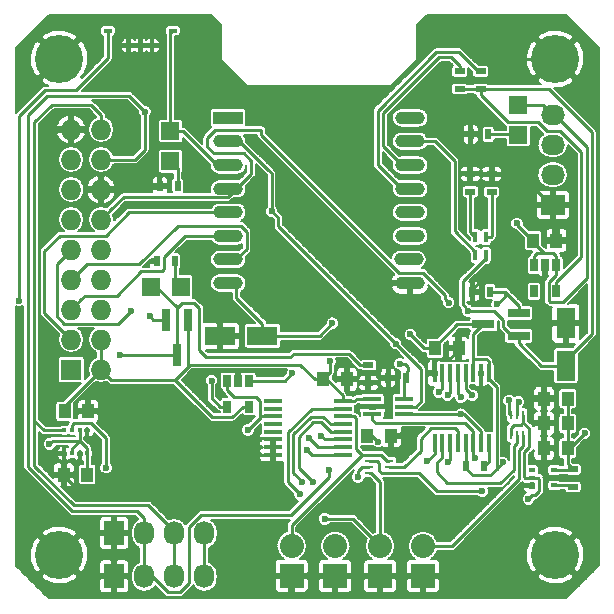
<source format=gtl>
G04 #@! TF.FileFunction,Copper,L1,Top,Signal*
%FSLAX46Y46*%
G04 Gerber Fmt 4.6, Leading zero omitted, Abs format (unit mm)*
G04 Created by KiCad (PCBNEW 4.0.5) date Sun Jan  1 21:38:31 2017*
%MOMM*%
%LPD*%
G01*
G04 APERTURE LIST*
%ADD10C,0.100000*%
%ADD11R,0.450000X1.500000*%
%ADD12R,1.500000X0.450000*%
%ADD13R,2.600000X1.600000*%
%ADD14R,1.000000X1.250000*%
%ADD15R,1.600000X2.600000*%
%ADD16R,1.500000X1.600000*%
%ADD17R,1.600000X1.500000*%
%ADD18R,1.727200X1.727200*%
%ADD19O,1.727200X1.727200*%
%ADD20C,4.064000*%
%ADD21R,2.032000X1.727200*%
%ADD22O,2.032000X1.727200*%
%ADD23R,2.032000X2.032000*%
%ADD24O,2.032000X2.032000*%
%ADD25R,1.727200X2.032000*%
%ADD26O,1.727200X2.032000*%
%ADD27R,1.900000X0.800000*%
%ADD28R,0.800000X1.900000*%
%ADD29R,0.900000X0.500000*%
%ADD30R,0.500000X0.900000*%
%ADD31R,2.500000X1.100000*%
%ADD32O,2.500000X1.100000*%
%ADD33R,0.400000X0.925000*%
%ADD34R,0.650000X1.060000*%
%ADD35R,1.501140X0.398780*%
%ADD36R,0.600000X0.420000*%
%ADD37R,0.350000X0.350000*%
%ADD38R,0.750000X0.275000*%
%ADD39R,0.275000X0.750000*%
%ADD40R,0.750000X0.400000*%
%ADD41R,0.400000X0.400000*%
%ADD42C,0.600000*%
%ADD43C,0.250000*%
%ADD44C,0.150000*%
G04 APERTURE END LIST*
D10*
D11*
X165875000Y-101200000D03*
X165225000Y-101200000D03*
X164575000Y-101200000D03*
X163925000Y-101200000D03*
X163275000Y-101200000D03*
X162625000Y-101200000D03*
X161975000Y-101200000D03*
X161325000Y-101200000D03*
X161325000Y-107100000D03*
X161975000Y-107100000D03*
X162625000Y-107100000D03*
X163275000Y-107100000D03*
X163925000Y-107100000D03*
X164575000Y-107100000D03*
X165225000Y-107100000D03*
X165875000Y-107100000D03*
D12*
X147615000Y-103560000D03*
X147615000Y-104210000D03*
X147615000Y-104860000D03*
X147615000Y-105510000D03*
X147615000Y-106160000D03*
X147615000Y-106810000D03*
X147615000Y-107460000D03*
X147615000Y-108110000D03*
X153515000Y-108110000D03*
X153515000Y-107460000D03*
X153515000Y-106810000D03*
X153515000Y-106160000D03*
X153515000Y-105510000D03*
X153515000Y-104860000D03*
X153515000Y-104210000D03*
X153515000Y-103560000D03*
D13*
X146725000Y-98050000D03*
X143125000Y-98050000D03*
D14*
X171625000Y-89975000D03*
X169625000Y-89975000D03*
D15*
X172425000Y-100575000D03*
X172425000Y-96975000D03*
D14*
X155595000Y-106495000D03*
X157595000Y-106495000D03*
X161335000Y-99085000D03*
X163335000Y-99085000D03*
X170575000Y-105450000D03*
X172575000Y-105450000D03*
X170575000Y-107550000D03*
X172575000Y-107550000D03*
X151895000Y-101715000D03*
X153895000Y-101715000D03*
X170575000Y-103350000D03*
X172575000Y-103350000D03*
X129985000Y-104425000D03*
X131985000Y-104425000D03*
X131900000Y-109800000D03*
X129900000Y-109800000D03*
D16*
X139850000Y-93875000D03*
X137300000Y-93875000D03*
D17*
X168395000Y-81020000D03*
X168395000Y-78470000D03*
X138945000Y-83270000D03*
X138945000Y-80720000D03*
D18*
X130525000Y-100895000D03*
D19*
X133065000Y-100895000D03*
X130525000Y-98355000D03*
X133065000Y-98355000D03*
X130525000Y-95815000D03*
X133065000Y-95815000D03*
X130525000Y-93275000D03*
X133065000Y-93275000D03*
X130525000Y-90735000D03*
X133065000Y-90735000D03*
X130525000Y-88195000D03*
X133065000Y-88195000D03*
X130525000Y-85655000D03*
X133065000Y-85655000D03*
X130525000Y-83115000D03*
X133065000Y-83115000D03*
X130525000Y-80575000D03*
X133065000Y-80575000D03*
D20*
X129525000Y-116575000D03*
X171525000Y-74575000D03*
X171525000Y-116575000D03*
X129525000Y-74575000D03*
D21*
X171318333Y-86955000D03*
D22*
X171318333Y-84415000D03*
X171318333Y-81875000D03*
X171318333Y-79335000D03*
D23*
X156698598Y-118392069D03*
D24*
X156698598Y-115852069D03*
D23*
X149200000Y-118340000D03*
D24*
X149200000Y-115800000D03*
D23*
X152900000Y-118365000D03*
D24*
X152900000Y-115825000D03*
D23*
X160325000Y-118390000D03*
D24*
X160325000Y-115850000D03*
D25*
X134172576Y-118403680D03*
D26*
X136712576Y-118403680D03*
X139252576Y-118403680D03*
X141792576Y-118403680D03*
D25*
X134180000Y-114750000D03*
D26*
X136720000Y-114750000D03*
X139260000Y-114750000D03*
X141800000Y-114750000D03*
D27*
X168425000Y-98025000D03*
X168425000Y-96125000D03*
X165425000Y-97075000D03*
D28*
X140425000Y-96675000D03*
X138525000Y-96675000D03*
X139475000Y-99675000D03*
D29*
X163425000Y-77150000D03*
X163425000Y-75650000D03*
X165200000Y-77150000D03*
X165200000Y-75650000D03*
X164325000Y-84325000D03*
X164325000Y-85825000D03*
D30*
X137825000Y-91700000D03*
X139325000Y-91700000D03*
D29*
X166150000Y-84350000D03*
X166150000Y-85850000D03*
D30*
X164355000Y-80975000D03*
X165855000Y-80975000D03*
X138050000Y-85350000D03*
X139550000Y-85350000D03*
X166000000Y-94300000D03*
X164500000Y-94300000D03*
X158875000Y-101600000D03*
X157375000Y-101600000D03*
X163985000Y-109085000D03*
X165485000Y-109085000D03*
D29*
X173035000Y-109345000D03*
X173035000Y-110845000D03*
X155700000Y-100525000D03*
X155700000Y-102025000D03*
D31*
X143825000Y-79575000D03*
D32*
X143825000Y-81575000D03*
X143825000Y-83575000D03*
X143825000Y-85575000D03*
X143825000Y-87575000D03*
X143825000Y-89575000D03*
X143825000Y-91575000D03*
X143825000Y-93575000D03*
X159225000Y-93575000D03*
X159125000Y-91575000D03*
X159225000Y-89575000D03*
X159225000Y-87575000D03*
X159225000Y-85575000D03*
X159225000Y-83575000D03*
X159225000Y-81575000D03*
X159225000Y-79575000D03*
D33*
X165650000Y-89675000D03*
X165650000Y-91200000D03*
X164750000Y-89675000D03*
X164750000Y-91200000D03*
D34*
X171625000Y-92075000D03*
X170675000Y-92075000D03*
X169725000Y-92075000D03*
X169725000Y-94275000D03*
X171625000Y-94275000D03*
D35*
X156044040Y-103374760D03*
X156044040Y-104025000D03*
X156044040Y-104675240D03*
X158705960Y-104675240D03*
X158705960Y-104025000D03*
X158705960Y-103374760D03*
D34*
X145625000Y-101850000D03*
X144675000Y-101850000D03*
X143725000Y-101850000D03*
X143725000Y-104050000D03*
X145625000Y-104050000D03*
D36*
X169535000Y-109395000D03*
X169535000Y-110695000D03*
X171435000Y-109395000D03*
X169535000Y-110045000D03*
X171435000Y-110695000D03*
D37*
X131900000Y-106040000D03*
X131250000Y-106040000D03*
X130600000Y-106040000D03*
X129950000Y-106040000D03*
X129950000Y-108000000D03*
X130600000Y-108000000D03*
X131250000Y-108000000D03*
X131900000Y-108000000D03*
D38*
X157475000Y-109690000D03*
X157475000Y-109152500D03*
X157475000Y-108615000D03*
X155775000Y-108615000D03*
X155775000Y-109152500D03*
X155775000Y-109690000D03*
D39*
X167750000Y-106450000D03*
X168287500Y-106450000D03*
X168825000Y-106450000D03*
X168825000Y-104750000D03*
X168287500Y-104750000D03*
X167750000Y-104750000D03*
D40*
X133650000Y-72200000D03*
X139150000Y-72200000D03*
D41*
X137400000Y-73450000D03*
X136400000Y-73450000D03*
X135400000Y-73450000D03*
D42*
X152650000Y-96975000D03*
X164150000Y-95925000D03*
X133600000Y-111300000D03*
X159220000Y-107060000D03*
X141000000Y-101600000D03*
X142700000Y-96125000D03*
X168275000Y-88525000D03*
X128700000Y-107200000D03*
X156550000Y-107000000D03*
X167075000Y-108750000D03*
X174000000Y-106300000D03*
X126125000Y-95050000D03*
X152450000Y-100175000D03*
X159250000Y-97925000D03*
X134650000Y-99650000D03*
X135575000Y-95900000D03*
X162500000Y-95225000D03*
X166611646Y-95371532D03*
X133500000Y-109200000D03*
X163525000Y-104675000D03*
X136775000Y-79050000D03*
X152350000Y-109400000D03*
X164686753Y-108420707D03*
X152000000Y-113525000D03*
X149875000Y-111425000D03*
X167625000Y-103500000D03*
X150050000Y-110425000D03*
X151000000Y-110400000D03*
X147500000Y-87500000D03*
X158007400Y-98700000D03*
X149275000Y-101174991D03*
X164500000Y-103075000D03*
X137200000Y-96375000D03*
X158375000Y-100400000D03*
X142425000Y-101825000D03*
X168414795Y-103627386D03*
X160692182Y-108667182D03*
X162408058Y-103033058D03*
X150700000Y-106725000D03*
X163525000Y-103200000D03*
X151700000Y-106500000D03*
X150525000Y-107700000D03*
X161645659Y-102790672D03*
X162450000Y-108750000D03*
X154825000Y-109975000D03*
X165350000Y-111200000D03*
X169250000Y-111850000D03*
X145500000Y-106000000D03*
D43*
X152650000Y-96975000D02*
X151575000Y-98050000D01*
X151575000Y-98050000D02*
X146725000Y-98050000D01*
X146725000Y-98050000D02*
X146725000Y-97000000D01*
X146725000Y-97000000D02*
X144525000Y-94800000D01*
X144525000Y-94800000D02*
X144525000Y-93575000D01*
X163675000Y-95350000D02*
X164150000Y-95925000D01*
X164275000Y-95950000D02*
X166375000Y-95950000D01*
X164150000Y-95925000D02*
X164275000Y-95950000D01*
X165200000Y-77150000D02*
X170966681Y-77150000D01*
X170966681Y-77150000D02*
X174625020Y-80808339D01*
X174625020Y-80808339D02*
X174625020Y-97874980D01*
X174625020Y-97874980D02*
X172425000Y-100075000D01*
X172425000Y-100075000D02*
X172425000Y-100575000D01*
X168425000Y-98025000D02*
X168425000Y-98675000D01*
X168425000Y-98675000D02*
X170325000Y-100575000D01*
X170325000Y-100575000D02*
X171375000Y-100575000D01*
X171375000Y-100575000D02*
X172425000Y-100575000D01*
X167125000Y-96700000D02*
X167125000Y-97275000D01*
X167125000Y-97275000D02*
X167875000Y-98025000D01*
X167875000Y-98025000D02*
X168425000Y-98025000D01*
X166375000Y-95950000D02*
X167125000Y-96700000D01*
X163675000Y-93437500D02*
X163675000Y-95350000D01*
X165650000Y-91200000D02*
X165650000Y-91462500D01*
X165650000Y-91462500D02*
X163675000Y-93437500D01*
X173725000Y-91395000D02*
X171625000Y-93495000D01*
X171625000Y-93495000D02*
X171625000Y-94275000D01*
X173725000Y-82448319D02*
X173725000Y-91395000D01*
X165200000Y-77150000D02*
X165200000Y-77650000D01*
X165200000Y-77650000D02*
X167494999Y-79944999D01*
X167494999Y-79944999D02*
X170094984Y-79944999D01*
X170094984Y-79944999D02*
X170836375Y-80686390D01*
X170836375Y-80686390D02*
X171963071Y-80686390D01*
X171963071Y-80686390D02*
X173725000Y-82448319D01*
X165650000Y-91200000D02*
X165650000Y-91640002D01*
X163425000Y-77150000D02*
X165200000Y-77150000D01*
X129900000Y-109800000D02*
X129900000Y-109925000D01*
X129900000Y-109925000D02*
X131275000Y-111300000D01*
X131275000Y-111300000D02*
X133600000Y-111300000D01*
X129900000Y-109800000D02*
X129900000Y-109900000D01*
X129900000Y-109900000D02*
X131400000Y-111400000D01*
X131985000Y-104425000D02*
X133675000Y-104425000D01*
X133675000Y-104425000D02*
X133700000Y-104400000D01*
X129900000Y-109800000D02*
X129900000Y-108050000D01*
X129900000Y-108050000D02*
X129950000Y-108000000D01*
X158195000Y-106495000D02*
X158655000Y-106495000D01*
X158655000Y-106495000D02*
X159220000Y-107060000D01*
X144675000Y-101070000D02*
X144599999Y-100994999D01*
X144599999Y-100994999D02*
X141605001Y-100994999D01*
X141605001Y-100994999D02*
X141000000Y-101600000D01*
X143125000Y-98050000D02*
X143125000Y-96550000D01*
X143125000Y-96550000D02*
X142700000Y-96125000D01*
X157375000Y-101600000D02*
X157375000Y-103025000D01*
X157375000Y-103025000D02*
X157350000Y-103050000D01*
X157595000Y-106495000D02*
X158195000Y-106495000D01*
X143125000Y-98050000D02*
X143125000Y-97125000D01*
X143125000Y-97125000D02*
X142275000Y-96275000D01*
X144675000Y-101850000D02*
X144675000Y-101070000D01*
X144675000Y-101070000D02*
X144750001Y-100994999D01*
X144750001Y-100994999D02*
X147250009Y-100994999D01*
X147250009Y-100994999D02*
X147350000Y-101094990D01*
X161325000Y-101200000D02*
X161325000Y-100200000D01*
X161325000Y-100200000D02*
X161489999Y-100035001D01*
X161489999Y-100035001D02*
X162509999Y-100035001D01*
X162509999Y-100035001D02*
X163335000Y-99210000D01*
X163335000Y-99210000D02*
X163335000Y-99085000D01*
X156698598Y-118392069D02*
X160322931Y-118392069D01*
X160322931Y-118392069D02*
X160325000Y-118390000D01*
X152900000Y-118365000D02*
X156671529Y-118365000D01*
X156671529Y-118365000D02*
X156698598Y-118392069D01*
X149200000Y-118340000D02*
X152875000Y-118340000D01*
X152875000Y-118340000D02*
X152900000Y-118365000D01*
X131850000Y-104560000D02*
X131985000Y-104425000D01*
X155700000Y-102025000D02*
X156400000Y-102025000D01*
X156400000Y-102025000D02*
X157119611Y-102744611D01*
X157119611Y-102744611D02*
X157119611Y-103949999D01*
X157119611Y-103949999D02*
X157044610Y-104025000D01*
X157044610Y-104025000D02*
X156044040Y-104025000D01*
X138045000Y-85515000D02*
X133205000Y-85515000D01*
X133205000Y-85515000D02*
X133065000Y-85655000D01*
X170524989Y-93318601D02*
X165281399Y-93318601D01*
X165281399Y-93318601D02*
X164500000Y-94100000D01*
X164500000Y-94100000D02*
X164500000Y-94300000D01*
X170675000Y-92075000D02*
X170675000Y-93168590D01*
X170675000Y-93168590D02*
X170524989Y-93318601D01*
X170524989Y-93318601D02*
X170524989Y-96124989D01*
X170524989Y-96124989D02*
X171375000Y-96975000D01*
X171375000Y-96975000D02*
X172425000Y-96975000D01*
X166150000Y-84350000D02*
X168560933Y-84350000D01*
X168560933Y-84350000D02*
X171165933Y-86955000D01*
X171165933Y-86955000D02*
X171318333Y-86955000D01*
X162939998Y-76350000D02*
X166876319Y-76350000D01*
X166876319Y-76350000D02*
X168651319Y-74575000D01*
X168651319Y-74575000D02*
X171525000Y-74575000D01*
X162350000Y-79470000D02*
X162350000Y-76939998D01*
X162350000Y-76939998D02*
X162939998Y-76350000D01*
X164355000Y-80975000D02*
X163855000Y-80975000D01*
X163855000Y-80975000D02*
X162350000Y-79470000D01*
X164325000Y-84325000D02*
X164325000Y-81005000D01*
X164325000Y-81005000D02*
X164355000Y-80975000D01*
X166150000Y-84350000D02*
X164350000Y-84350000D01*
X164350000Y-84350000D02*
X164325000Y-84325000D01*
X171318333Y-86955000D02*
X171318333Y-89668333D01*
X171318333Y-89668333D02*
X171625000Y-89975000D01*
X168275000Y-88525000D02*
X168275000Y-88625000D01*
X168275000Y-88625000D02*
X169625000Y-89975000D01*
X171084998Y-95175000D02*
X172165002Y-95175000D01*
X172165002Y-95175000D02*
X174175010Y-93164992D01*
X174175010Y-93164992D02*
X174175010Y-82039277D01*
X174175010Y-82039277D02*
X171470733Y-79335000D01*
X171470733Y-79335000D02*
X171318333Y-79335000D01*
X171625000Y-92075000D02*
X171625000Y-92855000D01*
X171625000Y-92855000D02*
X170974999Y-93505001D01*
X170974999Y-93505001D02*
X170974999Y-95065001D01*
X170974999Y-95065001D02*
X171084998Y-95175000D01*
X170550000Y-91025000D02*
X169995000Y-91025000D01*
X169995000Y-91025000D02*
X169725000Y-91295000D01*
X169725000Y-91295000D02*
X169725000Y-92075000D01*
X170550000Y-91025000D02*
X171355000Y-91025000D01*
X171355000Y-91025000D02*
X171625000Y-91295000D01*
X171625000Y-91295000D02*
X171625000Y-92075000D01*
X169625000Y-89975000D02*
X169625000Y-90100000D01*
X169625000Y-90100000D02*
X170550000Y-91025000D01*
X168395000Y-78470000D02*
X170453333Y-78470000D01*
X170453333Y-78470000D02*
X171318333Y-79335000D01*
X130950009Y-77249991D02*
X133650000Y-74550000D01*
X133650000Y-74550000D02*
X133650000Y-72200000D01*
X131250000Y-106925000D02*
X128975000Y-106925000D01*
X128975000Y-106925000D02*
X128700000Y-107200000D01*
X131900000Y-109800000D02*
X131900000Y-109925000D01*
X131900000Y-109800000D02*
X131900000Y-108000000D01*
X131250000Y-106925000D02*
X130600000Y-107575000D01*
X130600000Y-107575000D02*
X130600000Y-108000000D01*
X131900000Y-108000000D02*
X131900000Y-107575000D01*
X131900000Y-107575000D02*
X131250000Y-106925000D01*
X131250000Y-106925000D02*
X131250000Y-106465000D01*
X131250000Y-106465000D02*
X131250000Y-106040000D01*
X155595000Y-106495000D02*
X156045000Y-106495000D01*
X156045000Y-106495000D02*
X156550000Y-107000000D01*
X141800000Y-114750000D02*
X141800000Y-118396256D01*
X141800000Y-118396256D02*
X141792576Y-118403680D01*
X166550000Y-109300000D02*
X166550000Y-109275000D01*
X166550000Y-109275000D02*
X167075000Y-108750000D01*
X171435000Y-109395000D02*
X172985000Y-109395000D01*
X172985000Y-109395000D02*
X173035000Y-109345000D01*
X172575000Y-107550000D02*
X172575000Y-108885000D01*
X172575000Y-108885000D02*
X173035000Y-109345000D01*
X172575000Y-107550000D02*
X172750000Y-107550000D01*
X172750000Y-107550000D02*
X174000000Y-106300000D01*
X172575000Y-105450000D02*
X172575000Y-103350000D01*
X172575000Y-107550000D02*
X172575000Y-105450000D01*
X166550000Y-109300000D02*
X166550000Y-102400000D01*
X166550000Y-102400000D02*
X165875000Y-101725000D01*
X165875000Y-101725000D02*
X165875000Y-101200000D01*
X165995001Y-109860001D02*
X166480002Y-109375000D01*
X163985000Y-109085000D02*
X163985000Y-109285000D01*
X163985000Y-109285000D02*
X164560001Y-109860001D01*
X164560001Y-109860001D02*
X165995001Y-109860001D01*
X145625000Y-104050000D02*
X145050000Y-104050000D01*
X145050000Y-104050000D02*
X144194999Y-104905001D01*
X144194999Y-104905001D02*
X142472805Y-104905001D01*
X142472805Y-104905001D02*
X139326403Y-101758599D01*
X140425000Y-100660002D02*
X140615012Y-100469990D01*
X140615012Y-100469990D02*
X149899990Y-100469990D01*
X149899990Y-100469990D02*
X149979991Y-100549991D01*
X130950009Y-77249991D02*
X128313599Y-77249991D01*
X128313599Y-77249991D02*
X126125000Y-79438590D01*
X126125000Y-79438590D02*
X126125000Y-95050000D01*
X152450000Y-100175000D02*
X152450000Y-101160000D01*
X152450000Y-101160000D02*
X151895000Y-101715000D01*
X161335000Y-99085000D02*
X160410000Y-99085000D01*
X160410000Y-99085000D02*
X159250000Y-97925000D01*
X133065000Y-100895000D02*
X129985000Y-103975000D01*
X129985000Y-103975000D02*
X129985000Y-104425000D01*
X151895000Y-101715000D02*
X151145000Y-101715000D01*
X151145000Y-101715000D02*
X149979991Y-100549991D01*
X164575000Y-101200000D02*
X164575000Y-100025000D01*
X164575000Y-100025000D02*
X164575000Y-97925000D01*
X165875000Y-101200000D02*
X165875000Y-100200000D01*
X165875000Y-100200000D02*
X165700000Y-100025000D01*
X165700000Y-100025000D02*
X164575000Y-100025000D01*
X165425000Y-97075000D02*
X163220000Y-97075000D01*
X163220000Y-97075000D02*
X161335000Y-98960000D01*
X161335000Y-98960000D02*
X161335000Y-99085000D01*
X164575000Y-97925000D02*
X165425000Y-97075000D01*
X163925000Y-107100000D02*
X163925000Y-109025000D01*
X163925000Y-109025000D02*
X163985000Y-109085000D01*
X153515000Y-103560000D02*
X154515000Y-103560000D01*
X154515000Y-103560000D02*
X154700240Y-103374760D01*
X154700240Y-103374760D02*
X155043470Y-103374760D01*
X155043470Y-103374760D02*
X156044040Y-103374760D01*
X153515000Y-103560000D02*
X153515000Y-103085000D01*
X153515000Y-103085000D02*
X152145000Y-101715000D01*
X152145000Y-101715000D02*
X151895000Y-101715000D01*
X133065000Y-100895000D02*
X133065000Y-99673686D01*
X133065000Y-99673686D02*
X133065000Y-98355000D01*
X140425000Y-96675000D02*
X140425000Y-100660002D01*
X140425000Y-100660002D02*
X139326403Y-101758599D01*
X139326403Y-101758599D02*
X133928599Y-101758599D01*
X133928599Y-101758599D02*
X133065000Y-100895000D01*
X139325000Y-91700000D02*
X139325000Y-93350000D01*
X139325000Y-93350000D02*
X139850000Y-93875000D01*
X139475000Y-95689998D02*
X139914998Y-95250000D01*
X139914998Y-95250000D02*
X140935002Y-95250000D01*
X141375000Y-99250000D02*
X141950000Y-99825000D01*
X149100000Y-99825000D02*
X149375001Y-99549999D01*
X140935002Y-95250000D02*
X141375000Y-95689998D01*
X141375000Y-95689998D02*
X141375000Y-99250000D01*
X141950000Y-99825000D02*
X149100000Y-99825000D01*
X149375001Y-99549999D02*
X154024999Y-99549999D01*
X154024999Y-99549999D02*
X155000000Y-100525000D01*
X155000000Y-100525000D02*
X155700000Y-100525000D01*
X138825000Y-99675000D02*
X134675000Y-99675000D01*
X134675000Y-99675000D02*
X134650000Y-99650000D01*
X137300000Y-93875000D02*
X137714998Y-93875000D01*
X137714998Y-93875000D02*
X139475000Y-95635002D01*
X139475000Y-95635002D02*
X139475000Y-95689998D01*
X139475000Y-99675000D02*
X139475000Y-95689998D01*
X138825000Y-99675000D02*
X139475000Y-99675000D01*
X165855000Y-80975000D02*
X168350000Y-80975000D01*
X168350000Y-80975000D02*
X168395000Y-81020000D01*
X139545000Y-85515000D02*
X139545000Y-83870000D01*
X139545000Y-83870000D02*
X138945000Y-83270000D01*
X138945000Y-80720000D02*
X138945000Y-72405000D01*
X138945000Y-72405000D02*
X139150000Y-72200000D01*
X138945000Y-80720000D02*
X139995000Y-80720000D01*
X139995000Y-80720000D02*
X142850000Y-83575000D01*
X142850000Y-83575000D02*
X144525000Y-83575000D01*
X128275000Y-90850000D02*
X128275000Y-96105000D01*
X128275000Y-96105000D02*
X130525000Y-98355000D01*
X129578601Y-89546399D02*
X128275000Y-90850000D01*
X144525000Y-87575000D02*
X135444130Y-87575000D01*
X133472731Y-89546399D02*
X129578601Y-89546399D01*
X135444130Y-87575000D02*
X133472731Y-89546399D01*
X138235002Y-92575000D02*
X136464998Y-92575000D01*
X136464998Y-92575000D02*
X134413599Y-94626399D01*
X134413599Y-94626399D02*
X131713601Y-94626399D01*
X131713601Y-94626399D02*
X131388599Y-94951401D01*
X131388599Y-94951401D02*
X130525000Y-95815000D01*
X144525000Y-89575000D02*
X140164998Y-89575000D01*
X140164998Y-89575000D02*
X138400001Y-91339997D01*
X138400001Y-91339997D02*
X138400001Y-92410001D01*
X138400001Y-92410001D02*
X138235002Y-92575000D01*
X130525000Y-93275000D02*
X131876399Y-91923601D01*
X131876399Y-91923601D02*
X136316397Y-91923601D01*
X136316397Y-91923601D02*
X139540008Y-88699990D01*
X139540008Y-88699990D02*
X144887441Y-88699990D01*
X144887441Y-88699990D02*
X145400010Y-89212559D01*
X145400010Y-89212559D02*
X145400010Y-90699990D01*
X145400010Y-90699990D02*
X144525000Y-91575000D01*
X130525000Y-90735000D02*
X129336399Y-91923601D01*
X129336399Y-91923601D02*
X129336399Y-96385529D01*
X129336399Y-96385529D02*
X129954471Y-97003601D01*
X129954471Y-97003601D02*
X134471399Y-97003601D01*
X134471399Y-97003601D02*
X135575000Y-95900000D01*
X162500000Y-95225000D02*
X162200001Y-94925001D01*
X162200001Y-94925001D02*
X162200001Y-94612550D01*
X162200001Y-94612550D02*
X160287441Y-92699990D01*
X158312539Y-92699990D02*
X146650000Y-81037451D01*
X160287441Y-92699990D02*
X158312539Y-92699990D01*
X142050000Y-81250000D02*
X142050000Y-82050000D01*
X146650000Y-81037451D02*
X146650000Y-80625000D01*
X146650000Y-80625000D02*
X142675000Y-80625000D01*
X142050000Y-82050000D02*
X142600000Y-82600000D01*
X142675000Y-80625000D02*
X142050000Y-81250000D01*
X145175000Y-82600000D02*
X145775000Y-83200000D01*
X142600000Y-82600000D02*
X145175000Y-82600000D01*
X145775000Y-83200000D02*
X145775000Y-84325000D01*
X145775000Y-84325000D02*
X145400010Y-84699990D01*
X145400010Y-84699990D02*
X144525000Y-85575000D01*
X166611646Y-95371532D02*
X167250000Y-94733178D01*
X167250000Y-94733178D02*
X167250000Y-94300000D01*
X144525000Y-85575000D02*
X143809999Y-86290001D01*
X143809999Y-86290001D02*
X134969999Y-86290001D01*
X134969999Y-86290001D02*
X133928599Y-87331401D01*
X133928599Y-87331401D02*
X133065000Y-88195000D01*
X166000000Y-94300000D02*
X167250000Y-94300000D01*
X168425000Y-95475000D02*
X168425000Y-96125000D01*
X167250000Y-94300000D02*
X168425000Y-95475000D01*
X136720000Y-114750000D02*
X136720000Y-113484000D01*
X136720000Y-113484000D02*
X136086010Y-112850010D01*
X130603597Y-112850009D02*
X126875000Y-109121412D01*
X136086010Y-112850010D02*
X130603597Y-112850009D01*
X126875000Y-109121412D02*
X126875000Y-79325000D01*
X126875000Y-79325000D02*
X128500000Y-77700000D01*
X128500000Y-77700000D02*
X135425000Y-77700000D01*
X135425000Y-77700000D02*
X136775000Y-79050000D01*
X133500000Y-106704998D02*
X133500000Y-109200000D01*
X130815000Y-105400000D02*
X132195002Y-105400000D01*
X132195002Y-105400000D02*
X133500000Y-106704998D01*
X130600000Y-106040000D02*
X130600000Y-105615000D01*
X130600000Y-105615000D02*
X130815000Y-105400000D01*
X152350000Y-109400000D02*
X152350000Y-109975002D01*
X152350000Y-109975002D02*
X149126392Y-113198610D01*
X140500000Y-114216652D02*
X140500000Y-118989604D01*
X149126392Y-113198610D02*
X141518042Y-113198610D01*
X138760238Y-119744690D02*
X137419228Y-118403680D01*
X141518042Y-113198610D02*
X140500000Y-114216652D01*
X140500000Y-118989604D02*
X139744914Y-119744690D01*
X139744914Y-119744690D02*
X138760238Y-119744690D01*
X137419228Y-118403680D02*
X136712576Y-118403680D01*
X158705960Y-104675240D02*
X163524760Y-104675240D01*
X163524760Y-104675240D02*
X163525000Y-104675000D01*
X165225000Y-106100000D02*
X163800000Y-104675000D01*
X163800000Y-104675000D02*
X163525000Y-104675000D01*
X136775000Y-79050000D02*
X136775000Y-82275000D01*
X136775000Y-82275000D02*
X135935000Y-83115000D01*
X135935000Y-83115000D02*
X133065000Y-83115000D01*
X136720000Y-114750000D02*
X136720000Y-118396256D01*
X136720000Y-118396256D02*
X136712576Y-118403680D01*
X165225000Y-106100000D02*
X165225000Y-107100000D01*
X156950000Y-79150000D02*
X156950000Y-82000000D01*
X156950000Y-82000000D02*
X158525000Y-83575000D01*
X161650000Y-74450000D02*
X156950000Y-79150000D01*
X162725000Y-74450000D02*
X161650000Y-74450000D01*
X163425000Y-75650000D02*
X163425000Y-75150000D01*
X163425000Y-75150000D02*
X162725000Y-74450000D01*
X127425000Y-105225000D02*
X127425000Y-109035002D01*
X127425000Y-109035002D02*
X130789998Y-112400000D01*
X130789998Y-112400000D02*
X137062400Y-112400000D01*
X137062400Y-112400000D02*
X139260000Y-114597600D01*
X139260000Y-114597600D02*
X139260000Y-114750000D01*
X127425000Y-105225000D02*
X128240000Y-106040000D01*
X128240000Y-106040000D02*
X129950000Y-106040000D01*
X164575000Y-107100000D02*
X164575000Y-108308954D01*
X164575000Y-108308954D02*
X164686753Y-108420707D01*
X127425000Y-104215000D02*
X127425000Y-105225000D01*
X127425000Y-79975000D02*
X127425000Y-104215000D01*
X132186314Y-78475000D02*
X128925000Y-78475000D01*
X128925000Y-78475000D02*
X127425000Y-79975000D01*
X133065000Y-80575000D02*
X133065000Y-79353686D01*
X133065000Y-79353686D02*
X132186314Y-78475000D01*
X139252576Y-118403680D02*
X139252576Y-114757424D01*
X139252576Y-114757424D02*
X139260000Y-114750000D01*
X156304410Y-105385000D02*
X163860000Y-105385000D01*
X164575000Y-106100000D02*
X164575000Y-107100000D01*
X163860000Y-105385000D02*
X164575000Y-106100000D01*
X156044040Y-104675240D02*
X156044040Y-105124630D01*
X156044040Y-105124630D02*
X156304410Y-105385000D01*
X161463600Y-73999990D02*
X163349990Y-73999990D01*
X163349990Y-73999990D02*
X165000000Y-75650000D01*
X165000000Y-75650000D02*
X165200000Y-75650000D01*
X158525000Y-85575000D02*
X156499991Y-83549991D01*
X156499991Y-83549991D02*
X156499991Y-78963599D01*
X156499991Y-78963599D02*
X161463600Y-73999990D01*
X164750000Y-91200000D02*
X164750000Y-90937500D01*
X163000000Y-89187500D02*
X163000000Y-83250000D01*
X164750000Y-90937500D02*
X163000000Y-89187500D01*
X163000000Y-83250000D02*
X161325000Y-81575000D01*
X161325000Y-81575000D02*
X158525000Y-81575000D01*
X171165933Y-84415000D02*
X171318333Y-84415000D01*
X159162451Y-79575000D02*
X158525000Y-79575000D01*
X152000000Y-113525000D02*
X154371529Y-113525000D01*
X154371529Y-113525000D02*
X156698598Y-115852069D01*
X153515000Y-104210000D02*
X150892178Y-104210000D01*
X150892178Y-104210000D02*
X148899980Y-106202198D01*
X148899980Y-106202198D02*
X148899980Y-110449980D01*
X148899980Y-110449980D02*
X149875000Y-111425000D01*
X156698598Y-115852069D02*
X156698598Y-110426098D01*
X156698598Y-110426098D02*
X155962500Y-109690000D01*
X155962500Y-109690000D02*
X155775000Y-109690000D01*
X154675000Y-105020000D02*
X154675000Y-107637500D01*
X154675000Y-107637500D02*
X155139999Y-108102499D01*
X153515000Y-104860000D02*
X154515000Y-104860000D01*
X154515000Y-104860000D02*
X154675000Y-105020000D01*
X149200000Y-115800000D02*
X149200000Y-114042498D01*
X149200000Y-114042498D02*
X155139999Y-108102499D01*
X155139999Y-108102499D02*
X156774999Y-108102499D01*
X156774999Y-108102499D02*
X157287500Y-108615000D01*
X157287500Y-108615000D02*
X157475000Y-108615000D01*
X167625000Y-103500000D02*
X167625000Y-104625000D01*
X167625000Y-104625000D02*
X167750000Y-104750000D01*
X149349990Y-109624990D02*
X150050000Y-110325000D01*
X150050000Y-110325000D02*
X150050000Y-110425000D01*
X153515000Y-105510000D02*
X152501410Y-105510000D01*
X152501410Y-105510000D02*
X151891400Y-104899990D01*
X149349990Y-106388598D02*
X149349990Y-109624990D01*
X151891400Y-104899990D02*
X150838598Y-104899990D01*
X150838598Y-104899990D02*
X149349990Y-106388598D01*
X149800000Y-109200000D02*
X151000000Y-110400000D01*
X149800000Y-106574998D02*
X149800000Y-109200000D01*
X153515000Y-106160000D02*
X152515000Y-106160000D01*
X152515000Y-106160000D02*
X151704999Y-105349999D01*
X151024999Y-105349999D02*
X149800000Y-106574998D01*
X151704999Y-105349999D02*
X151024999Y-105349999D01*
X168459990Y-110140010D02*
X162750000Y-115850000D01*
X162750000Y-115850000D02*
X160325000Y-115850000D01*
X168825000Y-107350000D02*
X168459990Y-107715010D01*
X168459990Y-107715010D02*
X168459990Y-110140010D01*
X168825000Y-107350000D02*
X168825000Y-106450000D01*
X144786410Y-81575000D02*
X147211410Y-84000000D01*
X147500000Y-87500000D02*
X147500000Y-84288590D01*
X147500000Y-84288590D02*
X147211410Y-84000000D01*
X148075000Y-88767600D02*
X148075000Y-88075000D01*
X148075000Y-88075000D02*
X147500000Y-87500000D01*
X149275000Y-101174991D02*
X148599991Y-101850000D01*
X148599991Y-101850000D02*
X145625000Y-101850000D01*
X148075000Y-88767600D02*
X158007400Y-98700000D01*
X158007400Y-98700000D02*
X160175000Y-100867600D01*
X160175000Y-101300000D02*
X160175000Y-103556530D01*
X160175000Y-100867600D02*
X160175000Y-101300000D01*
X144525000Y-81575000D02*
X144786410Y-81575000D01*
X160175000Y-103556530D02*
X159706530Y-104025000D01*
X159706530Y-104025000D02*
X158705960Y-104025000D01*
X164500000Y-103075000D02*
X163925000Y-102500000D01*
X163925000Y-102500000D02*
X163925000Y-101200000D01*
X138525000Y-96675000D02*
X137500000Y-96675000D01*
X137500000Y-96675000D02*
X137200000Y-96375000D01*
X164325000Y-85825000D02*
X164325000Y-89250000D01*
X164325000Y-89250000D02*
X164750000Y-89675000D01*
X166150000Y-85850000D02*
X166150000Y-89625000D01*
X166150000Y-89625000D02*
X166100000Y-89675000D01*
X166100000Y-89675000D02*
X165650000Y-89675000D01*
X142425000Y-101825000D02*
X142425000Y-103325000D01*
X142425000Y-103325000D02*
X143150000Y-104050000D01*
X143150000Y-104050000D02*
X143725000Y-104050000D01*
X159074264Y-100999264D02*
X158875000Y-101198528D01*
X158875000Y-101198528D02*
X158875000Y-101600000D01*
X159074264Y-100675000D02*
X159074264Y-100999264D01*
X158375000Y-100400000D02*
X158799264Y-100400000D01*
X158799264Y-100400000D02*
X159074264Y-100675000D01*
X158705960Y-103374760D02*
X158705960Y-101769040D01*
X158705960Y-101769040D02*
X158875000Y-101600000D01*
X165485000Y-109085000D02*
X165875000Y-108695000D01*
X165875000Y-108695000D02*
X165875000Y-107100000D01*
X171435000Y-110695000D02*
X172885000Y-110695000D01*
X172885000Y-110695000D02*
X173035000Y-110845000D01*
X161975000Y-107100000D02*
X161975000Y-108268248D01*
X161475000Y-109600000D02*
X162391942Y-110516942D01*
X161975000Y-108268248D02*
X161475000Y-108768248D01*
X161475000Y-108768248D02*
X161475000Y-109600000D01*
X162391942Y-110516942D02*
X166858058Y-110516942D01*
X166858058Y-110516942D02*
X168009980Y-109365020D01*
X168009980Y-109365020D02*
X168009980Y-107352520D01*
X168009980Y-107352520D02*
X168287500Y-107075000D01*
X168287500Y-107075000D02*
X168287500Y-106450000D01*
X168414795Y-103627386D02*
X168287500Y-103754681D01*
X168287500Y-103754681D02*
X168287500Y-104750000D01*
X161325000Y-107100000D02*
X161325000Y-108034364D01*
X161325000Y-108034364D02*
X160692182Y-108667182D01*
X162408058Y-103033058D02*
X162625000Y-102816116D01*
X162625000Y-102816116D02*
X162625000Y-101200000D01*
X153515000Y-107460000D02*
X151435000Y-107460000D01*
X151435000Y-107460000D02*
X150700000Y-106725000D01*
X163525000Y-103200000D02*
X163275000Y-102950000D01*
X163275000Y-102950000D02*
X163275000Y-101200000D01*
X153515000Y-106810000D02*
X152010000Y-106810000D01*
X152010000Y-106810000D02*
X151700000Y-106500000D01*
X150525000Y-107700000D02*
X150935000Y-108110000D01*
X150935000Y-108110000D02*
X153515000Y-108110000D01*
X161975000Y-101200000D02*
X161975000Y-102461331D01*
X161975000Y-102461331D02*
X161645659Y-102790672D01*
X162450000Y-108750000D02*
X162625000Y-108575000D01*
X162625000Y-108575000D02*
X162625000Y-107100000D01*
X154825000Y-109975000D02*
X154825000Y-109477500D01*
X154825000Y-109477500D02*
X155150000Y-109152500D01*
X155150000Y-109152500D02*
X155775000Y-109152500D01*
X157475000Y-109152500D02*
X158737500Y-109152500D01*
X158737500Y-109152500D02*
X160125000Y-107765000D01*
X160125000Y-107765000D02*
X160125000Y-106739998D01*
X163275000Y-106100000D02*
X163275000Y-107100000D01*
X160125000Y-106739998D02*
X161029988Y-105835010D01*
X161029988Y-105835010D02*
X163010010Y-105835010D01*
X163010010Y-105835010D02*
X163275000Y-106100000D01*
X165350000Y-111200000D02*
X161525000Y-111200000D01*
X161525000Y-111200000D02*
X160015000Y-109690000D01*
X160015000Y-109690000D02*
X157475000Y-109690000D01*
X169250000Y-111850000D02*
X169549999Y-111550001D01*
X169549999Y-111550001D02*
X169775001Y-111550001D01*
X169775001Y-111550001D02*
X170160001Y-111165001D01*
X170160001Y-111165001D02*
X170160001Y-110120001D01*
X170160001Y-110120001D02*
X170085000Y-110045000D01*
X170085000Y-110045000D02*
X169535000Y-110045000D01*
X155775000Y-108615000D02*
X156400000Y-108615000D01*
X156400000Y-108615000D02*
X156600000Y-108815000D01*
X156600000Y-108815000D02*
X156600000Y-109440000D01*
X157475000Y-109690000D02*
X156850000Y-109690000D01*
X156850000Y-109690000D02*
X156600000Y-109440000D01*
X168625000Y-105575000D02*
X168000000Y-105575000D01*
X168000000Y-105575000D02*
X167750000Y-105825000D01*
X167750000Y-105825000D02*
X167750000Y-106450000D01*
X168825000Y-105375000D02*
X168625000Y-105575000D01*
X169535000Y-110045000D02*
X168985000Y-110045000D01*
X168825000Y-105375000D02*
X168825000Y-104750000D01*
X168985000Y-110045000D02*
X168909999Y-109969999D01*
X168909999Y-109969999D02*
X168909999Y-107901411D01*
X168909999Y-107901411D02*
X169337501Y-107473909D01*
X169337501Y-107473909D02*
X169337501Y-105887501D01*
X169337501Y-105887501D02*
X168825000Y-105375000D01*
X146615000Y-104860000D02*
X146615000Y-104885000D01*
X146615000Y-104885000D02*
X145500000Y-106000000D01*
X143725000Y-101850000D02*
X143725000Y-102630000D01*
X143725000Y-102630000D02*
X144289999Y-103194999D01*
X144289999Y-103194999D02*
X146210001Y-103194999D01*
X146210001Y-103194999D02*
X146539999Y-103524997D01*
X146539999Y-103524997D02*
X146539999Y-104784999D01*
X146539999Y-104784999D02*
X146615000Y-104860000D01*
X146615000Y-104860000D02*
X147615000Y-104860000D01*
D44*
X128649264Y-70875000D02*
X142400736Y-70875000D01*
X160649264Y-70875000D02*
X172400736Y-70875000D01*
X128550064Y-70974200D02*
X142499936Y-70974200D01*
X160550064Y-70974200D02*
X172499936Y-70974200D01*
X128450864Y-71073400D02*
X142599136Y-71073400D01*
X160450864Y-71073400D02*
X172599136Y-71073400D01*
X128351664Y-71172600D02*
X142698336Y-71172600D01*
X160351664Y-71172600D02*
X172698336Y-71172600D01*
X128252464Y-71271800D02*
X142797536Y-71271800D01*
X160252464Y-71271800D02*
X172797536Y-71271800D01*
X128153264Y-71371000D02*
X142896736Y-71371000D01*
X160153264Y-71371000D02*
X172896736Y-71371000D01*
X128054064Y-71470200D02*
X142995936Y-71470200D01*
X160054064Y-71470200D02*
X172995936Y-71470200D01*
X127954864Y-71569400D02*
X143095136Y-71569400D01*
X159954864Y-71569400D02*
X173095136Y-71569400D01*
X127855664Y-71668600D02*
X143194336Y-71668600D01*
X159855664Y-71668600D02*
X173194336Y-71668600D01*
X127756464Y-71767800D02*
X133128006Y-71767800D01*
X134172280Y-71767800D02*
X138628006Y-71767800D01*
X139672280Y-71767800D02*
X143225000Y-71767800D01*
X159825000Y-71767800D02*
X173293536Y-71767800D01*
X127657264Y-71867000D02*
X133033044Y-71867000D01*
X134266206Y-71867000D02*
X138533044Y-71867000D01*
X139766206Y-71867000D02*
X143225000Y-71867000D01*
X159825000Y-71867000D02*
X173392736Y-71867000D01*
X127558064Y-71966200D02*
X133001458Y-71966200D01*
X134299028Y-71966200D02*
X138501458Y-71966200D01*
X139799028Y-71966200D02*
X143225000Y-71966200D01*
X159825000Y-71966200D02*
X173491936Y-71966200D01*
X127458864Y-72065400D02*
X132994613Y-72065400D01*
X134305387Y-72065400D02*
X138494613Y-72065400D01*
X139805387Y-72065400D02*
X143225000Y-72065400D01*
X159825000Y-72065400D02*
X173591136Y-72065400D01*
X127359664Y-72164600D02*
X128885936Y-72164600D01*
X130096310Y-72164600D02*
X132994613Y-72164600D01*
X134305387Y-72164600D02*
X138494613Y-72164600D01*
X139805387Y-72164600D02*
X143225000Y-72164600D01*
X159825000Y-72164600D02*
X170885936Y-72164600D01*
X172096310Y-72164600D02*
X173690336Y-72164600D01*
X127260464Y-72263800D02*
X128646446Y-72263800D01*
X130359494Y-72263800D02*
X132994613Y-72263800D01*
X134305387Y-72263800D02*
X138494613Y-72263800D01*
X139805387Y-72263800D02*
X143225000Y-72263800D01*
X159825000Y-72263800D02*
X170646446Y-72263800D01*
X172359494Y-72263800D02*
X173789536Y-72263800D01*
X127161264Y-72363000D02*
X128406956Y-72363000D01*
X130622678Y-72363000D02*
X132994613Y-72363000D01*
X134305387Y-72363000D02*
X138494613Y-72363000D01*
X139805387Y-72363000D02*
X143225000Y-72363000D01*
X159825000Y-72363000D02*
X170406956Y-72363000D01*
X172622678Y-72363000D02*
X173888736Y-72363000D01*
X127062064Y-72462200D02*
X128190216Y-72462200D01*
X130859785Y-72462200D02*
X133006316Y-72462200D01*
X134292790Y-72462200D02*
X138506316Y-72462200D01*
X139792790Y-72462200D02*
X143225000Y-72462200D01*
X159825000Y-72462200D02*
X170190216Y-72462200D01*
X172859785Y-72462200D02*
X173987936Y-72462200D01*
X126962864Y-72561400D02*
X128112730Y-72561400D01*
X130937271Y-72561400D02*
X133052069Y-72561400D01*
X134247552Y-72561400D02*
X138545000Y-72561400D01*
X139747552Y-72561400D02*
X143225000Y-72561400D01*
X159825000Y-72561400D02*
X170112730Y-72561400D01*
X172937271Y-72561400D02*
X174087136Y-72561400D01*
X126863664Y-72660600D02*
X128035245Y-72660600D01*
X131014756Y-72660600D02*
X133177291Y-72660600D01*
X134127860Y-72660600D02*
X138545000Y-72660600D01*
X139627860Y-72660600D02*
X143225000Y-72660600D01*
X159825000Y-72660600D02*
X170035245Y-72660600D01*
X173014756Y-72660600D02*
X174186336Y-72660600D01*
X126764464Y-72759800D02*
X127962944Y-72759800D01*
X131087056Y-72759800D02*
X133250000Y-72759800D01*
X134050000Y-72759800D02*
X138545000Y-72759800D01*
X139345000Y-72759800D02*
X143225000Y-72759800D01*
X159825000Y-72759800D02*
X169962944Y-72759800D01*
X173087056Y-72759800D02*
X174285536Y-72759800D01*
X126665264Y-72859000D02*
X128062144Y-72859000D01*
X130987856Y-72859000D02*
X133250000Y-72859000D01*
X134050000Y-72859000D02*
X135033379Y-72859000D01*
X135227750Y-72859000D02*
X135572250Y-72859000D01*
X135766622Y-72859000D02*
X136033379Y-72859000D01*
X136227750Y-72859000D02*
X136572250Y-72859000D01*
X136766622Y-72859000D02*
X137033379Y-72859000D01*
X137227750Y-72859000D02*
X137572250Y-72859000D01*
X137766622Y-72859000D02*
X138545000Y-72859000D01*
X139345000Y-72859000D02*
X143225000Y-72859000D01*
X159825000Y-72859000D02*
X170062144Y-72859000D01*
X172987856Y-72859000D02*
X174384736Y-72859000D01*
X126566064Y-72958200D02*
X128161344Y-72958200D01*
X130888656Y-72958200D02*
X133250000Y-72958200D01*
X134050000Y-72958200D02*
X134890759Y-72958200D01*
X135300000Y-72958200D02*
X135500000Y-72958200D01*
X136300000Y-72958200D02*
X136500000Y-72958200D01*
X137300000Y-72958200D02*
X137500000Y-72958200D01*
X137909241Y-72958200D02*
X138545000Y-72958200D01*
X139345000Y-72958200D02*
X143225000Y-72958200D01*
X159825000Y-72958200D02*
X170161344Y-72958200D01*
X172888656Y-72958200D02*
X174483936Y-72958200D01*
X126466864Y-73057400D02*
X127646248Y-73057400D01*
X127754256Y-73057400D02*
X128260544Y-73057400D01*
X130789456Y-73057400D02*
X131295744Y-73057400D01*
X131403753Y-73057400D02*
X133250000Y-73057400D01*
X134050000Y-73057400D02*
X134819761Y-73057400D01*
X135300000Y-73057400D02*
X135500000Y-73057400D01*
X136300000Y-73057400D02*
X136500000Y-73057400D01*
X137300000Y-73057400D02*
X137500000Y-73057400D01*
X137980240Y-73057400D02*
X138545000Y-73057400D01*
X139345000Y-73057400D02*
X143225000Y-73057400D01*
X159825000Y-73057400D02*
X169646248Y-73057400D01*
X169754256Y-73057400D02*
X170260544Y-73057400D01*
X172789456Y-73057400D02*
X173295744Y-73057400D01*
X173403753Y-73057400D02*
X174583136Y-73057400D01*
X126367664Y-73156600D02*
X127519248Y-73156600D01*
X127853456Y-73156600D02*
X128359744Y-73156600D01*
X130690256Y-73156600D02*
X131196544Y-73156600D01*
X131530753Y-73156600D02*
X133250000Y-73156600D01*
X134050000Y-73156600D02*
X134778671Y-73156600D01*
X135300000Y-73156600D02*
X135500000Y-73156600D01*
X136300000Y-73156600D02*
X136500000Y-73156600D01*
X137300000Y-73156600D02*
X137500000Y-73156600D01*
X138021330Y-73156600D02*
X138545000Y-73156600D01*
X139345000Y-73156600D02*
X143225000Y-73156600D01*
X159825000Y-73156600D02*
X169519248Y-73156600D01*
X169853456Y-73156600D02*
X170359744Y-73156600D01*
X172690256Y-73156600D02*
X173196544Y-73156600D01*
X173530753Y-73156600D02*
X174682336Y-73156600D01*
X126268464Y-73255800D02*
X127396497Y-73255800D01*
X127952656Y-73255800D02*
X128458944Y-73255800D01*
X130591056Y-73255800D02*
X131097344Y-73255800D01*
X131653679Y-73255800D02*
X133250000Y-73255800D01*
X134050000Y-73255800D02*
X134787050Y-73255800D01*
X135300000Y-73255800D02*
X135500000Y-73255800D01*
X136300000Y-73255800D02*
X136500000Y-73255800D01*
X137300000Y-73255800D02*
X137500000Y-73255800D01*
X138012950Y-73255800D02*
X138545000Y-73255800D01*
X139345000Y-73255800D02*
X143225000Y-73255800D01*
X159825000Y-73255800D02*
X169396497Y-73255800D01*
X169952656Y-73255800D02*
X170458944Y-73255800D01*
X172591056Y-73255800D02*
X173097344Y-73255800D01*
X173653679Y-73255800D02*
X174781536Y-73255800D01*
X126169264Y-73355000D02*
X127359107Y-73355000D01*
X128051856Y-73355000D02*
X128558144Y-73355000D01*
X130491856Y-73355000D02*
X130998144Y-73355000D01*
X131694769Y-73355000D02*
X133250000Y-73355000D01*
X134050000Y-73355000D02*
X138545000Y-73355000D01*
X139345000Y-73355000D02*
X143225000Y-73355000D01*
X159825000Y-73355000D02*
X169359107Y-73355000D01*
X170051856Y-73355000D02*
X170558144Y-73355000D01*
X172491856Y-73355000D02*
X172998144Y-73355000D01*
X173694769Y-73355000D02*
X174880736Y-73355000D01*
X126070064Y-73454200D02*
X127321716Y-73454200D01*
X128151056Y-73454200D02*
X128657344Y-73454200D01*
X130392656Y-73454200D02*
X130898944Y-73454200D01*
X131735859Y-73454200D02*
X133250000Y-73454200D01*
X134050000Y-73454200D02*
X138545000Y-73454200D01*
X139345000Y-73454200D02*
X143225000Y-73454200D01*
X159825000Y-73454200D02*
X169321716Y-73454200D01*
X170151056Y-73454200D02*
X170657344Y-73454200D01*
X172392656Y-73454200D02*
X172898944Y-73454200D01*
X173735859Y-73454200D02*
X174979936Y-73454200D01*
X125970864Y-73553400D02*
X127284325Y-73553400D01*
X128250256Y-73553400D02*
X128756544Y-73553400D01*
X130293456Y-73553400D02*
X130799744Y-73553400D01*
X131776949Y-73553400D02*
X133250000Y-73553400D01*
X134050000Y-73553400D02*
X134877850Y-73553400D01*
X135300000Y-73553400D02*
X135500000Y-73553400D01*
X136300000Y-73553400D02*
X136500000Y-73553400D01*
X137300000Y-73553400D02*
X137500000Y-73553400D01*
X137922150Y-73553400D02*
X138545000Y-73553400D01*
X139345000Y-73553400D02*
X143225000Y-73553400D01*
X159825000Y-73553400D02*
X169284325Y-73553400D01*
X170250256Y-73553400D02*
X170756544Y-73553400D01*
X172293456Y-73553400D02*
X172799744Y-73553400D01*
X173776949Y-73553400D02*
X175079136Y-73553400D01*
X125871664Y-73652600D02*
X127246935Y-73652600D01*
X128349456Y-73652600D02*
X128855744Y-73652600D01*
X130194256Y-73652600D02*
X130700544Y-73652600D01*
X131818039Y-73652600D02*
X133250000Y-73652600D01*
X134050000Y-73652600D02*
X134778650Y-73652600D01*
X135300000Y-73652600D02*
X135500000Y-73652600D01*
X136300000Y-73652600D02*
X136500000Y-73652600D01*
X137300000Y-73652600D02*
X137500000Y-73652600D01*
X138021350Y-73652600D02*
X138545000Y-73652600D01*
X139345000Y-73652600D02*
X143225000Y-73652600D01*
X159825000Y-73652600D02*
X161277359Y-73652600D01*
X163536232Y-73652600D02*
X169246935Y-73652600D01*
X170349456Y-73652600D02*
X170855744Y-73652600D01*
X172194256Y-73652600D02*
X172700544Y-73652600D01*
X173818039Y-73652600D02*
X175178336Y-73652600D01*
X125825000Y-73751800D02*
X127209544Y-73751800D01*
X128448656Y-73751800D02*
X128954944Y-73751800D01*
X130095056Y-73751800D02*
X130601344Y-73751800D01*
X131859129Y-73751800D02*
X133250000Y-73751800D01*
X134050000Y-73751800D02*
X134782150Y-73751800D01*
X135300000Y-73751800D02*
X135500000Y-73751800D01*
X136300000Y-73751800D02*
X136500000Y-73751800D01*
X137300000Y-73751800D02*
X137500000Y-73751800D01*
X138017849Y-73751800D02*
X138545000Y-73751800D01*
X139345000Y-73751800D02*
X143225000Y-73751800D01*
X159825000Y-73751800D02*
X161146104Y-73751800D01*
X163667486Y-73751800D02*
X169209544Y-73751800D01*
X170448656Y-73751800D02*
X170954944Y-73751800D01*
X172095056Y-73751800D02*
X172601344Y-73751800D01*
X173859129Y-73751800D02*
X175225000Y-73751800D01*
X125825000Y-73851000D02*
X127172153Y-73851000D01*
X128547856Y-73851000D02*
X129054144Y-73851000D01*
X129995856Y-73851000D02*
X130502144Y-73851000D01*
X131900219Y-73851000D02*
X133250000Y-73851000D01*
X134050000Y-73851000D02*
X134823239Y-73851000D01*
X135300000Y-73851000D02*
X135500000Y-73851000D01*
X136300000Y-73851000D02*
X136500000Y-73851000D01*
X137300000Y-73851000D02*
X137500000Y-73851000D01*
X137976760Y-73851000D02*
X138545000Y-73851000D01*
X139345000Y-73851000D02*
X143225000Y-73851000D01*
X159825000Y-73851000D02*
X161046904Y-73851000D01*
X163766686Y-73851000D02*
X169172153Y-73851000D01*
X170547856Y-73851000D02*
X171054144Y-73851000D01*
X171995856Y-73851000D02*
X172502144Y-73851000D01*
X173900219Y-73851000D02*
X175225000Y-73851000D01*
X125825000Y-73950200D02*
X127134762Y-73950200D01*
X128647056Y-73950200D02*
X129153344Y-73950200D01*
X129896656Y-73950200D02*
X130402944Y-73950200D01*
X131941309Y-73950200D02*
X133250000Y-73950200D01*
X134050000Y-73950200D02*
X134899159Y-73950200D01*
X135300000Y-73950200D02*
X135500000Y-73950200D01*
X136300000Y-73950200D02*
X136500000Y-73950200D01*
X137300000Y-73950200D02*
X137500000Y-73950200D01*
X137900841Y-73950200D02*
X138545000Y-73950200D01*
X139345000Y-73950200D02*
X143225000Y-73950200D01*
X159825000Y-73950200D02*
X160947704Y-73950200D01*
X163865886Y-73950200D02*
X169134762Y-73950200D01*
X170647056Y-73950200D02*
X171153344Y-73950200D01*
X171896656Y-73950200D02*
X172402944Y-73950200D01*
X173941309Y-73950200D02*
X175225000Y-73950200D01*
X125825000Y-74049400D02*
X127097372Y-74049400D01*
X128746256Y-74049400D02*
X129252544Y-74049400D01*
X129797456Y-74049400D02*
X130303744Y-74049400D01*
X131966325Y-74049400D02*
X133250000Y-74049400D01*
X134050000Y-74049400D02*
X135053657Y-74049400D01*
X135219350Y-74049400D02*
X135580650Y-74049400D01*
X135746342Y-74049400D02*
X136053657Y-74049400D01*
X136219350Y-74049400D02*
X136580650Y-74049400D01*
X136746342Y-74049400D02*
X137053657Y-74049400D01*
X137219350Y-74049400D02*
X137580650Y-74049400D01*
X137746342Y-74049400D02*
X138545000Y-74049400D01*
X139345000Y-74049400D02*
X143225000Y-74049400D01*
X159825000Y-74049400D02*
X160848504Y-74049400D01*
X163965086Y-74049400D02*
X169097372Y-74049400D01*
X170746256Y-74049400D02*
X171252544Y-74049400D01*
X171797456Y-74049400D02*
X172303744Y-74049400D01*
X173966325Y-74049400D02*
X175225000Y-74049400D01*
X125825000Y-74148600D02*
X127059981Y-74148600D01*
X128845456Y-74148600D02*
X129351744Y-74148600D01*
X129698256Y-74148600D02*
X130204544Y-74148600D01*
X131969525Y-74148600D02*
X133250000Y-74148600D01*
X134050000Y-74148600D02*
X138545000Y-74148600D01*
X139345000Y-74148600D02*
X143225000Y-74148600D01*
X159825000Y-74148600D02*
X160749304Y-74148600D01*
X164064286Y-74148600D02*
X169059981Y-74148600D01*
X170845456Y-74148600D02*
X171351744Y-74148600D01*
X171698256Y-74148600D02*
X172204544Y-74148600D01*
X173969525Y-74148600D02*
X175225000Y-74148600D01*
X125825000Y-74247800D02*
X127056167Y-74247800D01*
X128944656Y-74247800D02*
X129450944Y-74247800D01*
X129599056Y-74247800D02*
X130105344Y-74247800D01*
X131972724Y-74247800D02*
X133250000Y-74247800D01*
X134050000Y-74247800D02*
X138545000Y-74247800D01*
X139345000Y-74247800D02*
X143225000Y-74247800D01*
X159825000Y-74247800D02*
X160650104Y-74247800D01*
X164163486Y-74247800D02*
X169056167Y-74247800D01*
X170944656Y-74247800D02*
X171450944Y-74247800D01*
X171599056Y-74247800D02*
X172105344Y-74247800D01*
X173972724Y-74247800D02*
X175225000Y-74247800D01*
X125825000Y-74347000D02*
X127059367Y-74347000D01*
X129043856Y-74347000D02*
X130006144Y-74347000D01*
X131975924Y-74347000D02*
X133250000Y-74347000D01*
X134050000Y-74347000D02*
X138545000Y-74347000D01*
X139345000Y-74347000D02*
X143225000Y-74347000D01*
X159825000Y-74347000D02*
X160550904Y-74347000D01*
X164262686Y-74347000D02*
X169059367Y-74347000D01*
X171043856Y-74347000D02*
X172006144Y-74347000D01*
X173975924Y-74347000D02*
X175225000Y-74347000D01*
X125825000Y-74446200D02*
X127062567Y-74446200D01*
X129143056Y-74446200D02*
X129906944Y-74446200D01*
X131979124Y-74446200D02*
X133188115Y-74446200D01*
X134050000Y-74446200D02*
X138545000Y-74446200D01*
X139345000Y-74446200D02*
X143225000Y-74446200D01*
X159825000Y-74446200D02*
X160451704Y-74446200D01*
X164361886Y-74446200D02*
X169062567Y-74446200D01*
X171143056Y-74446200D02*
X171906944Y-74446200D01*
X173979124Y-74446200D02*
X175225000Y-74446200D01*
X125825000Y-74545400D02*
X127065767Y-74545400D01*
X129242256Y-74545400D02*
X129807744Y-74545400D01*
X131982324Y-74545400D02*
X133088915Y-74545400D01*
X134050000Y-74545400D02*
X138545000Y-74545400D01*
X139345000Y-74545400D02*
X143225000Y-74545400D01*
X159825000Y-74545400D02*
X160352504Y-74545400D01*
X164461086Y-74545400D02*
X169065767Y-74545400D01*
X171242256Y-74545400D02*
X171807744Y-74545400D01*
X173982324Y-74545400D02*
X175225000Y-74545400D01*
X125825000Y-74644600D02*
X127068967Y-74644600D01*
X129202256Y-74644600D02*
X129736830Y-74644600D01*
X131985523Y-74644600D02*
X132989715Y-74644600D01*
X134031183Y-74644600D02*
X138545000Y-74644600D01*
X139345000Y-74644600D02*
X143238844Y-74644600D01*
X159811155Y-74644600D02*
X160253304Y-74644600D01*
X164560286Y-74644600D02*
X169068967Y-74644600D01*
X171202256Y-74644600D02*
X171847744Y-74644600D01*
X173985523Y-74644600D02*
X175225000Y-74644600D01*
X125825000Y-74743800D02*
X127072166Y-74743800D01*
X129103056Y-74743800D02*
X129637630Y-74743800D01*
X131988723Y-74743800D02*
X132890515Y-74743800D01*
X133992339Y-74743800D02*
X138545000Y-74743800D01*
X139345000Y-74743800D02*
X143283914Y-74743800D01*
X159766085Y-74743800D02*
X160154104Y-74743800D01*
X164659486Y-74743800D02*
X169072166Y-74743800D01*
X171103056Y-74743800D02*
X171946944Y-74743800D01*
X173988723Y-74743800D02*
X175225000Y-74743800D01*
X125825000Y-74843000D02*
X127075366Y-74843000D01*
X129003856Y-74843000D02*
X129510144Y-74843000D01*
X131991923Y-74843000D02*
X132791315Y-74843000D01*
X133922686Y-74843000D02*
X138545000Y-74843000D01*
X139345000Y-74843000D02*
X143368736Y-74843000D01*
X159681264Y-74843000D02*
X160054904Y-74843000D01*
X164758686Y-74843000D02*
X169075366Y-74843000D01*
X171003856Y-74843000D02*
X171510144Y-74843000D01*
X171539856Y-74843000D02*
X172046144Y-74843000D01*
X173991923Y-74843000D02*
X175225000Y-74843000D01*
X125825000Y-74942200D02*
X127078566Y-74942200D01*
X128904656Y-74942200D02*
X129410944Y-74942200D01*
X131995123Y-74942200D02*
X132692115Y-74942200D01*
X133823486Y-74942200D02*
X138545000Y-74942200D01*
X139345000Y-74942200D02*
X143467936Y-74942200D01*
X159582064Y-74942200D02*
X159955704Y-74942200D01*
X161723486Y-74942200D02*
X162651514Y-74942200D01*
X164857886Y-74942200D02*
X169078566Y-74942200D01*
X170904656Y-74942200D02*
X171410944Y-74942200D01*
X171639056Y-74942200D02*
X172145344Y-74942200D01*
X173995123Y-74942200D02*
X175225000Y-74942200D01*
X125825000Y-75041400D02*
X127081766Y-75041400D01*
X128805456Y-75041400D02*
X129311744Y-75041400D01*
X131974942Y-75041400D02*
X132592915Y-75041400D01*
X133724286Y-75041400D02*
X138545000Y-75041400D01*
X139345000Y-75041400D02*
X143567136Y-75041400D01*
X159482864Y-75041400D02*
X159856504Y-75041400D01*
X161624286Y-75041400D02*
X162750714Y-75041400D01*
X164957086Y-75041400D02*
X169081766Y-75041400D01*
X170805456Y-75041400D02*
X171311744Y-75041400D01*
X171738256Y-75041400D02*
X172244544Y-75041400D01*
X173974942Y-75041400D02*
X175225000Y-75041400D01*
X125825000Y-75140600D02*
X127084965Y-75140600D01*
X128706256Y-75140600D02*
X129212544Y-75140600D01*
X131937552Y-75140600D02*
X132493715Y-75140600D01*
X133625086Y-75140600D02*
X138545000Y-75140600D01*
X139345000Y-75140600D02*
X143666336Y-75140600D01*
X159383664Y-75140600D02*
X159757304Y-75140600D01*
X161525086Y-75140600D02*
X162849914Y-75140600D01*
X165753635Y-75140600D02*
X169084965Y-75140600D01*
X170706256Y-75140600D02*
X171212544Y-75140600D01*
X171837456Y-75140600D02*
X172343744Y-75140600D01*
X173937552Y-75140600D02*
X175225000Y-75140600D01*
X125825000Y-75239800D02*
X127125259Y-75239800D01*
X128607056Y-75239800D02*
X129113344Y-75239800D01*
X131900161Y-75239800D02*
X132394515Y-75239800D01*
X133525886Y-75239800D02*
X138545000Y-75239800D01*
X139345000Y-75239800D02*
X143765536Y-75239800D01*
X159284464Y-75239800D02*
X159658104Y-75239800D01*
X161425886Y-75239800D02*
X162751629Y-75239800D01*
X165873703Y-75239800D02*
X169125259Y-75239800D01*
X170607056Y-75239800D02*
X171113344Y-75239800D01*
X171936656Y-75239800D02*
X172442944Y-75239800D01*
X173900161Y-75239800D02*
X175225000Y-75239800D01*
X125825000Y-75339000D02*
X127166349Y-75339000D01*
X128507856Y-75339000D02*
X129014144Y-75339000D01*
X131862770Y-75339000D02*
X132295315Y-75339000D01*
X133426686Y-75339000D02*
X138545000Y-75339000D01*
X139345000Y-75339000D02*
X143864736Y-75339000D01*
X159185264Y-75339000D02*
X159558904Y-75339000D01*
X161326686Y-75339000D02*
X162706967Y-75339000D01*
X165918910Y-75339000D02*
X169166349Y-75339000D01*
X170507856Y-75339000D02*
X171014144Y-75339000D01*
X172035856Y-75339000D02*
X172542144Y-75339000D01*
X173862770Y-75339000D02*
X175225000Y-75339000D01*
X125825000Y-75438200D02*
X127207439Y-75438200D01*
X128408656Y-75438200D02*
X128914944Y-75438200D01*
X131825379Y-75438200D02*
X132196115Y-75438200D01*
X133327486Y-75438200D02*
X138545000Y-75438200D01*
X139345000Y-75438200D02*
X143963936Y-75438200D01*
X159086064Y-75438200D02*
X159459704Y-75438200D01*
X161227486Y-75438200D02*
X162694613Y-75438200D01*
X164155387Y-75438200D02*
X164222515Y-75438200D01*
X165930387Y-75438200D02*
X169207439Y-75438200D01*
X170408656Y-75438200D02*
X170914944Y-75438200D01*
X172135056Y-75438200D02*
X172641344Y-75438200D01*
X173825379Y-75438200D02*
X175225000Y-75438200D01*
X125825000Y-75537400D02*
X127248529Y-75537400D01*
X128309456Y-75537400D02*
X128815744Y-75537400D01*
X131787989Y-75537400D02*
X132096915Y-75537400D01*
X133228286Y-75537400D02*
X138545000Y-75537400D01*
X139345000Y-75537400D02*
X144063136Y-75537400D01*
X158986864Y-75537400D02*
X159360504Y-75537400D01*
X161128286Y-75537400D02*
X162694613Y-75537400D01*
X164155387Y-75537400D02*
X164321715Y-75537400D01*
X165930387Y-75537400D02*
X169248529Y-75537400D01*
X170309456Y-75537400D02*
X170815744Y-75537400D01*
X172234256Y-75537400D02*
X172740544Y-75537400D01*
X173787989Y-75537400D02*
X175225000Y-75537400D01*
X125825000Y-75636600D02*
X127289619Y-75636600D01*
X128210256Y-75636600D02*
X128716544Y-75636600D01*
X131750598Y-75636600D02*
X131997715Y-75636600D01*
X133129086Y-75636600D02*
X138545000Y-75636600D01*
X139345000Y-75636600D02*
X144162336Y-75636600D01*
X158887664Y-75636600D02*
X159261304Y-75636600D01*
X161029086Y-75636600D02*
X162694613Y-75636600D01*
X164155387Y-75636600D02*
X164420915Y-75636600D01*
X165930387Y-75636600D02*
X169289619Y-75636600D01*
X170210256Y-75636600D02*
X170716544Y-75636600D01*
X172333456Y-75636600D02*
X172839744Y-75636600D01*
X173750598Y-75636600D02*
X175225000Y-75636600D01*
X125825000Y-75735800D02*
X127330710Y-75735800D01*
X128111056Y-75735800D02*
X128617344Y-75735800D01*
X131713207Y-75735800D02*
X131898515Y-75735800D01*
X133029886Y-75735800D02*
X138545000Y-75735800D01*
X139345000Y-75735800D02*
X144261536Y-75735800D01*
X158788464Y-75735800D02*
X159162104Y-75735800D01*
X160929886Y-75735800D02*
X162694613Y-75735800D01*
X164155387Y-75735800D02*
X164469613Y-75735800D01*
X165930387Y-75735800D02*
X169330710Y-75735800D01*
X170111056Y-75735800D02*
X170617344Y-75735800D01*
X172432656Y-75735800D02*
X172938944Y-75735800D01*
X173713207Y-75735800D02*
X175225000Y-75735800D01*
X125825000Y-75835000D02*
X127371800Y-75835000D01*
X128011856Y-75835000D02*
X128518144Y-75835000D01*
X131675816Y-75835000D02*
X131799315Y-75835000D01*
X132930686Y-75835000D02*
X138545000Y-75835000D01*
X139345000Y-75835000D02*
X144360736Y-75835000D01*
X158689264Y-75835000D02*
X159062904Y-75835000D01*
X160830686Y-75835000D02*
X162694613Y-75835000D01*
X164155387Y-75835000D02*
X164469613Y-75835000D01*
X165930387Y-75835000D02*
X169371800Y-75835000D01*
X170011856Y-75835000D02*
X170518144Y-75835000D01*
X172531856Y-75835000D02*
X173038144Y-75835000D01*
X173675816Y-75835000D02*
X175225000Y-75835000D01*
X125825000Y-75934200D02*
X127443457Y-75934200D01*
X127912656Y-75934200D02*
X128418944Y-75934200D01*
X131606542Y-75934200D02*
X131700115Y-75934200D01*
X132831486Y-75934200D02*
X138545000Y-75934200D01*
X139345000Y-75934200D02*
X144459936Y-75934200D01*
X158590064Y-75934200D02*
X158963704Y-75934200D01*
X160731486Y-75934200D02*
X162701048Y-75934200D01*
X164148461Y-75934200D02*
X164476048Y-75934200D01*
X165923461Y-75934200D02*
X169443457Y-75934200D01*
X169912656Y-75934200D02*
X170418944Y-75934200D01*
X172631056Y-75934200D02*
X173137344Y-75934200D01*
X173606542Y-75934200D02*
X175225000Y-75934200D01*
X125825000Y-76033400D02*
X127570457Y-76033400D01*
X127813456Y-76033400D02*
X128319744Y-76033400D01*
X131479542Y-76033400D02*
X131600915Y-76033400D01*
X132732286Y-76033400D02*
X138545000Y-76033400D01*
X139345000Y-76033400D02*
X144559136Y-76033400D01*
X158490864Y-76033400D02*
X158864504Y-76033400D01*
X160632286Y-76033400D02*
X162734051Y-76033400D01*
X164116683Y-76033400D02*
X164509051Y-76033400D01*
X165891683Y-76033400D02*
X169570457Y-76033400D01*
X169813456Y-76033400D02*
X170319744Y-76033400D01*
X172730256Y-76033400D02*
X173236544Y-76033400D01*
X173479542Y-76033400D02*
X175225000Y-76033400D01*
X125825000Y-76132600D02*
X127697457Y-76132600D01*
X127714256Y-76132600D02*
X128220544Y-76132600D01*
X131352543Y-76132600D02*
X131501715Y-76132600D01*
X132633086Y-76132600D02*
X138545000Y-76132600D01*
X139345000Y-76132600D02*
X144658336Y-76132600D01*
X158391664Y-76132600D02*
X158765304Y-76132600D01*
X160533086Y-76132600D02*
X162828305Y-76132600D01*
X164021373Y-76132600D02*
X164603305Y-76132600D01*
X165796373Y-76132600D02*
X169697457Y-76132600D01*
X169714256Y-76132600D02*
X170220544Y-76132600D01*
X172829456Y-76132600D02*
X173335744Y-76132600D01*
X173352542Y-76132600D02*
X175225000Y-76132600D01*
X125825000Y-76231800D02*
X128121344Y-76231800D01*
X132533886Y-76231800D02*
X138545000Y-76231800D01*
X139345000Y-76231800D02*
X144757536Y-76231800D01*
X158292464Y-76231800D02*
X158666104Y-76231800D01*
X160433886Y-76231800D02*
X170121344Y-76231800D01*
X172928656Y-76231800D02*
X175225000Y-76231800D01*
X125825000Y-76331000D02*
X128022144Y-76331000D01*
X132434686Y-76331000D02*
X138545000Y-76331000D01*
X139345000Y-76331000D02*
X144856736Y-76331000D01*
X158193264Y-76331000D02*
X158566904Y-76331000D01*
X160334686Y-76331000D02*
X170022144Y-76331000D01*
X173027856Y-76331000D02*
X175225000Y-76331000D01*
X125825000Y-76430200D02*
X127989003Y-76430200D01*
X132335486Y-76430200D02*
X138545000Y-76430200D01*
X139345000Y-76430200D02*
X144955936Y-76430200D01*
X158094064Y-76430200D02*
X158467704Y-76430200D01*
X160235486Y-76430200D02*
X169989003Y-76430200D01*
X173060996Y-76430200D02*
X175225000Y-76430200D01*
X125825000Y-76529400D02*
X128066488Y-76529400D01*
X132236286Y-76529400D02*
X138545000Y-76529400D01*
X139345000Y-76529400D02*
X145055136Y-76529400D01*
X157994864Y-76529400D02*
X158368504Y-76529400D01*
X160136286Y-76529400D02*
X170066488Y-76529400D01*
X172983511Y-76529400D02*
X175225000Y-76529400D01*
X125825000Y-76628600D02*
X128143973Y-76628600D01*
X132137086Y-76628600D02*
X138545000Y-76628600D01*
X139345000Y-76628600D02*
X145154336Y-76628600D01*
X157895664Y-76628600D02*
X158269304Y-76628600D01*
X160037086Y-76628600D02*
X162927237Y-76628600D01*
X163919379Y-76628600D02*
X164702237Y-76628600D01*
X165694379Y-76628600D02*
X170143973Y-76628600D01*
X172906026Y-76628600D02*
X175225000Y-76628600D01*
X125825000Y-76727800D02*
X128270261Y-76727800D01*
X132037886Y-76727800D02*
X138545000Y-76727800D01*
X139345000Y-76727800D02*
X145253536Y-76727800D01*
X157796464Y-76727800D02*
X158170104Y-76727800D01*
X159937886Y-76727800D02*
X162759828Y-76727800D01*
X164090981Y-76727800D02*
X164534828Y-76727800D01*
X165865981Y-76727800D02*
X170270261Y-76727800D01*
X172785965Y-76727800D02*
X175225000Y-76727800D01*
X125825000Y-76827000D02*
X128533445Y-76827000D01*
X131938686Y-76827000D02*
X138545000Y-76827000D01*
X139345000Y-76827000D02*
X145372534Y-76827000D01*
X157677465Y-76827000D02*
X158070904Y-76827000D01*
X159838686Y-76827000D02*
X162709397Y-76827000D01*
X172546475Y-76827000D02*
X175225000Y-76827000D01*
X125825000Y-76926200D02*
X128092040Y-76926200D01*
X131839486Y-76926200D02*
X138545000Y-76926200D01*
X139345000Y-76926200D02*
X157971704Y-76926200D01*
X159739486Y-76926200D02*
X162694613Y-76926200D01*
X172306986Y-76926200D02*
X175225000Y-76926200D01*
X125825000Y-77025400D02*
X127972505Y-77025400D01*
X131740286Y-77025400D02*
X138545000Y-77025400D01*
X139345000Y-77025400D02*
X157872504Y-77025400D01*
X159640286Y-77025400D02*
X162694613Y-77025400D01*
X171769235Y-77025400D02*
X175225000Y-77025400D01*
X125825000Y-77124600D02*
X127873305Y-77124600D01*
X131641086Y-77124600D02*
X138545000Y-77124600D01*
X139345000Y-77124600D02*
X157773304Y-77124600D01*
X159541086Y-77124600D02*
X162694613Y-77124600D01*
X171506967Y-77124600D02*
X175225000Y-77124600D01*
X125825000Y-77223800D02*
X127774105Y-77223800D01*
X131541886Y-77223800D02*
X138545000Y-77223800D01*
X139345000Y-77223800D02*
X157674104Y-77223800D01*
X159441886Y-77223800D02*
X162694613Y-77223800D01*
X171606167Y-77223800D02*
X175225000Y-77223800D01*
X125825000Y-77323000D02*
X127674905Y-77323000D01*
X135540630Y-77323000D02*
X138545000Y-77323000D01*
X139345000Y-77323000D02*
X157574904Y-77323000D01*
X159342686Y-77323000D02*
X162694613Y-77323000D01*
X171705367Y-77323000D02*
X175225000Y-77323000D01*
X125825000Y-77422200D02*
X127575705Y-77422200D01*
X135712886Y-77422200D02*
X138545000Y-77422200D01*
X139345000Y-77422200D02*
X157475704Y-77422200D01*
X159243486Y-77422200D02*
X162698790Y-77422200D01*
X171804567Y-77422200D02*
X175225000Y-77422200D01*
X125825000Y-77521400D02*
X127476505Y-77521400D01*
X135812086Y-77521400D02*
X138545000Y-77521400D01*
X139345000Y-77521400D02*
X157376504Y-77521400D01*
X159144286Y-77521400D02*
X162726330Y-77521400D01*
X171903767Y-77521400D02*
X175225000Y-77521400D01*
X125825000Y-77620600D02*
X127377305Y-77620600D01*
X135911286Y-77620600D02*
X138545000Y-77620600D01*
X139345000Y-77620600D02*
X157277304Y-77620600D01*
X159045086Y-77620600D02*
X162810743Y-77620600D01*
X164040021Y-77620600D02*
X164585743Y-77620600D01*
X172002967Y-77620600D02*
X175225000Y-77620600D01*
X125825000Y-77719800D02*
X127278105Y-77719800D01*
X136010486Y-77719800D02*
X138545000Y-77719800D01*
X139345000Y-77719800D02*
X157178104Y-77719800D01*
X158945886Y-77719800D02*
X164813883Y-77719800D01*
X172102167Y-77719800D02*
X175225000Y-77719800D01*
X125825000Y-77819000D02*
X127178905Y-77819000D01*
X136109686Y-77819000D02*
X138545000Y-77819000D01*
X139345000Y-77819000D02*
X157078904Y-77819000D01*
X158846686Y-77819000D02*
X164841089Y-77819000D01*
X172201367Y-77819000D02*
X175225000Y-77819000D01*
X125825000Y-77918200D02*
X127079705Y-77918200D01*
X136208886Y-77918200D02*
X138545000Y-77918200D01*
X139345000Y-77918200D02*
X156979704Y-77918200D01*
X158747486Y-77918200D02*
X164907372Y-77918200D01*
X172300567Y-77918200D02*
X175225000Y-77918200D01*
X125825000Y-78017400D02*
X126980505Y-78017400D01*
X136308086Y-78017400D02*
X138545000Y-78017400D01*
X139345000Y-78017400D02*
X156880504Y-78017400D01*
X158648286Y-78017400D02*
X165001714Y-78017400D01*
X172399767Y-78017400D02*
X175225000Y-78017400D01*
X125825000Y-78116600D02*
X126881305Y-78116600D01*
X132356079Y-78116600D02*
X135275914Y-78116600D01*
X136407286Y-78116600D02*
X138545000Y-78116600D01*
X139345000Y-78116600D02*
X156781304Y-78116600D01*
X158549086Y-78116600D02*
X165100914Y-78116600D01*
X172498967Y-78116600D02*
X175225000Y-78116600D01*
X125825000Y-78215800D02*
X126782105Y-78215800D01*
X132492800Y-78215800D02*
X135375114Y-78215800D01*
X136506486Y-78215800D02*
X138545000Y-78215800D01*
X139345000Y-78215800D02*
X156682104Y-78215800D01*
X158449886Y-78215800D02*
X165200114Y-78215800D01*
X172598167Y-78215800D02*
X175225000Y-78215800D01*
X125825000Y-78315000D02*
X126682905Y-78315000D01*
X132592000Y-78315000D02*
X135474314Y-78315000D01*
X136605686Y-78315000D02*
X138545000Y-78315000D01*
X139345000Y-78315000D02*
X156582904Y-78315000D01*
X158350686Y-78315000D02*
X165299314Y-78315000D01*
X172697367Y-78315000D02*
X175225000Y-78315000D01*
X125825000Y-78414200D02*
X126583705Y-78414200D01*
X132691200Y-78414200D02*
X135573514Y-78414200D01*
X136704886Y-78414200D02*
X138545000Y-78414200D01*
X139345000Y-78414200D02*
X156483704Y-78414200D01*
X158251486Y-78414200D02*
X165398514Y-78414200D01*
X172796567Y-78414200D02*
X175225000Y-78414200D01*
X125825000Y-78513400D02*
X126484505Y-78513400D01*
X132790400Y-78513400D02*
X135672714Y-78513400D01*
X136982113Y-78513400D02*
X138545000Y-78513400D01*
X139345000Y-78513400D02*
X156384504Y-78513400D01*
X158152286Y-78513400D02*
X165497714Y-78513400D01*
X172895767Y-78513400D02*
X175225000Y-78513400D01*
X125825000Y-78612600D02*
X126385305Y-78612600D01*
X132889600Y-78612600D02*
X135771914Y-78612600D01*
X137150828Y-78612600D02*
X138545000Y-78612600D01*
X139345000Y-78612600D02*
X156285304Y-78612600D01*
X158053086Y-78612600D02*
X165596914Y-78612600D01*
X172994967Y-78612600D02*
X175225000Y-78612600D01*
X125825000Y-78711800D02*
X126286105Y-78711800D01*
X132988800Y-78711800D02*
X135871114Y-78711800D01*
X137249855Y-78711800D02*
X138545000Y-78711800D01*
X139345000Y-78711800D02*
X156196406Y-78711800D01*
X157953886Y-78711800D02*
X165696114Y-78711800D01*
X173094167Y-78711800D02*
X175225000Y-78711800D01*
X125825000Y-78811000D02*
X126186905Y-78811000D01*
X133088000Y-78811000D02*
X135970314Y-78811000D01*
X137298399Y-78811000D02*
X138545000Y-78811000D01*
X139345000Y-78811000D02*
X142399722Y-78811000D01*
X145248917Y-78811000D02*
X156130345Y-78811000D01*
X157854686Y-78811000D02*
X158188454Y-78811000D01*
X160261547Y-78811000D02*
X165795314Y-78811000D01*
X173193367Y-78811000D02*
X175225000Y-78811000D01*
X125825000Y-78910200D02*
X126087705Y-78910200D01*
X129055485Y-78910200D02*
X132055828Y-78910200D01*
X133187200Y-78910200D02*
X136069514Y-78910200D01*
X137339388Y-78910200D02*
X138545000Y-78910200D01*
X139345000Y-78910200D02*
X142320609Y-78910200D01*
X145327917Y-78910200D02*
X156110613Y-78910200D01*
X157755486Y-78910200D02*
X158033639Y-78910200D01*
X160416362Y-78910200D02*
X165894514Y-78910200D01*
X173292567Y-78910200D02*
X175225000Y-78910200D01*
X125825000Y-79009400D02*
X125988505Y-79009400D01*
X128956285Y-79009400D02*
X132155028Y-79009400D01*
X133286400Y-79009400D02*
X136168714Y-79009400D01*
X137350035Y-79009400D02*
X138545000Y-79009400D01*
X139345000Y-79009400D02*
X142297773Y-79009400D01*
X145352452Y-79009400D02*
X156099991Y-79009400D01*
X157656286Y-79009400D02*
X157899892Y-79009400D01*
X160550109Y-79009400D02*
X165993714Y-79009400D01*
X173391767Y-79009400D02*
X175225000Y-79009400D01*
X125825000Y-79108600D02*
X125889305Y-79108600D01*
X128857085Y-79108600D02*
X132254228Y-79108600D01*
X133373071Y-79108600D02*
X136199949Y-79108600D01*
X137349949Y-79108600D02*
X138545000Y-79108600D01*
X139345000Y-79108600D02*
X142294613Y-79108600D01*
X145355387Y-79108600D02*
X156099991Y-79108600D01*
X157557086Y-79108600D02*
X157833608Y-79108600D01*
X160616393Y-79108600D02*
X166092914Y-79108600D01*
X173490967Y-79108600D02*
X175225000Y-79108600D01*
X128757885Y-79207800D02*
X132353428Y-79207800D01*
X133435982Y-79207800D02*
X136218050Y-79207800D01*
X137332076Y-79207800D02*
X138545000Y-79207800D01*
X139345000Y-79207800D02*
X142294613Y-79207800D01*
X145355387Y-79207800D02*
X156099991Y-79207800D01*
X157457886Y-79207800D02*
X157767324Y-79207800D01*
X160682677Y-79207800D02*
X166192114Y-79207800D01*
X173590167Y-79207800D02*
X175225000Y-79207800D01*
X128658685Y-79307000D02*
X132452628Y-79307000D01*
X133455715Y-79307000D02*
X136259038Y-79307000D01*
X137290885Y-79307000D02*
X138545000Y-79307000D01*
X139345000Y-79307000D02*
X142294613Y-79307000D01*
X145355387Y-79307000D02*
X156099991Y-79307000D01*
X157358686Y-79307000D02*
X157723432Y-79307000D01*
X160726569Y-79307000D02*
X166291314Y-79307000D01*
X173689367Y-79307000D02*
X175225000Y-79307000D01*
X128559485Y-79406200D02*
X129995020Y-79406200D01*
X130345759Y-79406200D02*
X130704242Y-79406200D01*
X131054981Y-79406200D02*
X132551828Y-79406200D01*
X133465000Y-79406200D02*
X136318114Y-79406200D01*
X137232061Y-79406200D02*
X138545000Y-79406200D01*
X139345000Y-79406200D02*
X142294613Y-79406200D01*
X145355387Y-79406200D02*
X156099991Y-79406200D01*
X157350000Y-79406200D02*
X157703700Y-79406200D01*
X160746301Y-79406200D02*
X166390514Y-79406200D01*
X173788567Y-79406200D02*
X175225000Y-79406200D01*
X128460285Y-79505400D02*
X129836523Y-79505400D01*
X130346000Y-79505400D02*
X130704000Y-79505400D01*
X131213478Y-79505400D02*
X132622341Y-79505400D01*
X133507660Y-79505400D02*
X136375000Y-79505400D01*
X137175000Y-79505400D02*
X138545000Y-79505400D01*
X139345000Y-79505400D02*
X142294613Y-79505400D01*
X145355387Y-79505400D02*
X156099991Y-79505400D01*
X157350000Y-79505400D02*
X157683968Y-79505400D01*
X160766033Y-79505400D02*
X166489714Y-79505400D01*
X173887767Y-79505400D02*
X175225000Y-79505400D01*
X128361085Y-79604600D02*
X129715174Y-79604600D01*
X130346000Y-79604600D02*
X130704000Y-79604600D01*
X131334827Y-79604600D02*
X132473877Y-79604600D01*
X133656124Y-79604600D02*
X136375000Y-79604600D01*
X137175000Y-79604600D02*
X138545000Y-79604600D01*
X139345000Y-79604600D02*
X142294613Y-79604600D01*
X145355387Y-79604600D02*
X156099991Y-79604600D01*
X157350000Y-79604600D02*
X157676010Y-79604600D01*
X160773989Y-79604600D02*
X166588914Y-79604600D01*
X173986967Y-79604600D02*
X175225000Y-79604600D01*
X128261885Y-79703800D02*
X129593826Y-79703800D01*
X130346000Y-79703800D02*
X130704000Y-79703800D01*
X131456175Y-79703800D02*
X132325413Y-79703800D01*
X133804588Y-79703800D02*
X136375000Y-79703800D01*
X137175000Y-79703800D02*
X138069601Y-79703800D01*
X139815056Y-79703800D02*
X142294613Y-79703800D01*
X145355387Y-79703800D02*
X156099991Y-79703800D01*
X157350000Y-79703800D02*
X157695742Y-79703800D01*
X160754257Y-79703800D02*
X166688114Y-79703800D01*
X174086167Y-79703800D02*
X175225000Y-79703800D01*
X128162685Y-79803000D02*
X129505004Y-79803000D01*
X130346000Y-79803000D02*
X130704000Y-79803000D01*
X131544997Y-79803000D02*
X132222860Y-79803000D01*
X133907141Y-79803000D02*
X136375000Y-79803000D01*
X137175000Y-79803000D02*
X137926275Y-79803000D01*
X139964328Y-79803000D02*
X142294613Y-79803000D01*
X145355387Y-79803000D02*
X156099991Y-79803000D01*
X157350000Y-79803000D02*
X157715474Y-79803000D01*
X160734525Y-79803000D02*
X166787314Y-79803000D01*
X174185367Y-79803000D02*
X175225000Y-79803000D01*
X128063485Y-79902200D02*
X129451736Y-79902200D01*
X130346000Y-79902200D02*
X130704000Y-79902200D01*
X131598265Y-79902200D02*
X132156576Y-79902200D01*
X133973425Y-79902200D02*
X136375000Y-79902200D01*
X137175000Y-79902200D02*
X137878344Y-79902200D01*
X140012630Y-79902200D02*
X142294613Y-79902200D01*
X145355387Y-79902200D02*
X156099991Y-79902200D01*
X157350000Y-79902200D02*
X157740596Y-79902200D01*
X160709403Y-79902200D02*
X166886514Y-79902200D01*
X174284567Y-79902200D02*
X175225000Y-79902200D01*
X127964285Y-80001400D02*
X129398468Y-80001400D01*
X130346000Y-80001400D02*
X130704000Y-80001400D01*
X131651533Y-80001400D02*
X132090293Y-80001400D01*
X134039708Y-80001400D02*
X136375000Y-80001400D01*
X137175000Y-80001400D02*
X137864613Y-80001400D01*
X140025387Y-80001400D02*
X142294613Y-80001400D01*
X145355387Y-80001400D02*
X156099991Y-80001400D01*
X157350000Y-80001400D02*
X157806880Y-80001400D01*
X160643119Y-80001400D02*
X166985714Y-80001400D01*
X174383767Y-80001400D02*
X175225000Y-80001400D01*
X127865085Y-80100600D02*
X129345200Y-80100600D01*
X130346000Y-80100600D02*
X130704000Y-80100600D01*
X131704801Y-80100600D02*
X132024010Y-80100600D01*
X134105991Y-80100600D02*
X136375000Y-80100600D01*
X137175000Y-80100600D02*
X137864613Y-80100600D01*
X140025387Y-80100600D02*
X142294613Y-80100600D01*
X145355387Y-80100600D02*
X156099991Y-80100600D01*
X157350000Y-80100600D02*
X157873163Y-80100600D01*
X160576836Y-80100600D02*
X164019014Y-80100600D01*
X164124350Y-80100600D02*
X164585650Y-80100600D01*
X164690987Y-80100600D02*
X167084914Y-80100600D01*
X174482967Y-80100600D02*
X175225000Y-80100600D01*
X127825000Y-80199800D02*
X129292978Y-80199800D01*
X130346000Y-80199800D02*
X130704000Y-80199800D01*
X131757021Y-80199800D02*
X131996596Y-80199800D01*
X134133405Y-80199800D02*
X136375000Y-80199800D01*
X137175000Y-80199800D02*
X137864613Y-80199800D01*
X140025387Y-80199800D02*
X142308687Y-80199800D01*
X145340239Y-80199800D02*
X156099991Y-80199800D01*
X157350000Y-80199800D02*
X157973774Y-80199800D01*
X160476225Y-80199800D02*
X163829159Y-80199800D01*
X164223550Y-80199800D02*
X164486450Y-80199800D01*
X164880841Y-80199800D02*
X167184114Y-80199800D01*
X174582167Y-80199800D02*
X175225000Y-80199800D01*
X127825000Y-80299000D02*
X129324401Y-80299000D01*
X130346000Y-80299000D02*
X130704000Y-80299000D01*
X131725598Y-80299000D02*
X131976864Y-80299000D01*
X134153137Y-80299000D02*
X136375000Y-80299000D01*
X137175000Y-80299000D02*
X137864613Y-80299000D01*
X140025387Y-80299000D02*
X142360177Y-80299000D01*
X146868254Y-80299000D02*
X156099991Y-80299000D01*
X157350000Y-80299000D02*
X158122237Y-80299000D01*
X160327762Y-80299000D02*
X163738596Y-80299000D01*
X164230000Y-80299000D02*
X164480000Y-80299000D01*
X164971405Y-80299000D02*
X165448370Y-80299000D01*
X166261354Y-80299000D02*
X167314613Y-80299000D01*
X174681367Y-80299000D02*
X175225000Y-80299000D01*
X127825000Y-80398200D02*
X131957131Y-80398200D01*
X134172870Y-80398200D02*
X136375000Y-80398200D01*
X137175000Y-80398200D02*
X137864613Y-80398200D01*
X140219540Y-80398200D02*
X142336115Y-80398200D01*
X146970290Y-80398200D02*
X156099991Y-80398200D01*
X157350000Y-80398200D02*
X158486073Y-80398200D01*
X159963926Y-80398200D02*
X163697506Y-80398200D01*
X164230000Y-80398200D02*
X164480000Y-80398200D01*
X165012495Y-80398200D02*
X165358808Y-80398200D01*
X166350196Y-80398200D02*
X167314613Y-80398200D01*
X169475387Y-80398200D02*
X169982499Y-80398200D01*
X174780567Y-80398200D02*
X175225000Y-80398200D01*
X127825000Y-80497400D02*
X131937399Y-80497400D01*
X134192602Y-80497400D02*
X136375000Y-80497400D01*
X137175000Y-80497400D02*
X137864613Y-80497400D01*
X140338086Y-80497400D02*
X142236915Y-80497400D01*
X147024619Y-80497400D02*
X156099991Y-80497400D01*
X157350000Y-80497400D02*
X163680000Y-80497400D01*
X164230000Y-80497400D02*
X164480000Y-80497400D01*
X165030000Y-80497400D02*
X165330203Y-80497400D01*
X166380194Y-80497400D02*
X167314613Y-80497400D01*
X169475387Y-80497400D02*
X170081699Y-80497400D01*
X174879767Y-80497400D02*
X175225000Y-80497400D01*
X127825000Y-80596600D02*
X131926400Y-80596600D01*
X134203600Y-80596600D02*
X136375000Y-80596600D01*
X137175000Y-80596600D02*
X137864613Y-80596600D01*
X140437286Y-80596600D02*
X142137715Y-80596600D01*
X147044351Y-80596600D02*
X156099991Y-80596600D01*
X157350000Y-80596600D02*
X163680000Y-80596600D01*
X164230000Y-80596600D02*
X164480000Y-80596600D01*
X165030000Y-80596600D02*
X165324613Y-80596600D01*
X169475387Y-80596600D02*
X170180899Y-80596600D01*
X174955374Y-80596600D02*
X175225000Y-80596600D01*
X127825000Y-80695800D02*
X131945991Y-80695800D01*
X134184008Y-80695800D02*
X136375000Y-80695800D01*
X137175000Y-80695800D02*
X137864613Y-80695800D01*
X140536486Y-80695800D02*
X142038515Y-80695800D01*
X147050000Y-80695800D02*
X156099991Y-80695800D01*
X157350000Y-80695800D02*
X163686050Y-80695800D01*
X164230000Y-80695800D02*
X164480000Y-80695800D01*
X165023950Y-80695800D02*
X165324613Y-80695800D01*
X169475387Y-80695800D02*
X170280099Y-80695800D01*
X175002636Y-80695800D02*
X175225000Y-80695800D01*
X127825000Y-80795000D02*
X129342140Y-80795000D01*
X130346000Y-80795000D02*
X130704000Y-80795000D01*
X131707861Y-80795000D02*
X131965723Y-80795000D01*
X134164276Y-80795000D02*
X136375000Y-80795000D01*
X137175000Y-80795000D02*
X137864613Y-80795000D01*
X140635686Y-80795000D02*
X141939315Y-80795000D01*
X147050000Y-80795000D02*
X156099991Y-80795000D01*
X157350000Y-80795000D02*
X158268892Y-80795000D01*
X160181109Y-80795000D02*
X163785250Y-80795000D01*
X164230000Y-80795000D02*
X164480000Y-80795000D01*
X164924750Y-80795000D02*
X165324613Y-80795000D01*
X169475387Y-80795000D02*
X170379299Y-80795000D01*
X175022368Y-80795000D02*
X175225000Y-80795000D01*
X127825000Y-80894200D02*
X129310718Y-80894200D01*
X130346000Y-80894200D02*
X130704000Y-80894200D01*
X131739283Y-80894200D02*
X131985456Y-80894200D01*
X134144543Y-80894200D02*
X136375000Y-80894200D01*
X137175000Y-80894200D02*
X137864613Y-80894200D01*
X140734886Y-80894200D02*
X141840115Y-80894200D01*
X147072435Y-80894200D02*
X156099991Y-80894200D01*
X157350000Y-80894200D02*
X158057585Y-80894200D01*
X160392416Y-80894200D02*
X165324613Y-80894200D01*
X169475387Y-80894200D02*
X170478499Y-80894200D01*
X175025020Y-80894200D02*
X175225000Y-80894200D01*
X127825000Y-80993400D02*
X129315129Y-80993400D01*
X130346000Y-80993400D02*
X130704000Y-80993400D01*
X131734870Y-80993400D02*
X132005188Y-80993400D01*
X134124811Y-80993400D02*
X136375000Y-80993400D01*
X137175000Y-80993400D02*
X137864613Y-80993400D01*
X140834086Y-80993400D02*
X141749622Y-80993400D01*
X147171635Y-80993400D02*
X156099991Y-80993400D01*
X157350000Y-80993400D02*
X157910582Y-80993400D01*
X160539419Y-80993400D02*
X165324613Y-80993400D01*
X169475387Y-80993400D02*
X170450003Y-80993400D01*
X175025020Y-80993400D02*
X175225000Y-80993400D01*
X127825000Y-81092600D02*
X129368397Y-81092600D01*
X130346000Y-81092600D02*
X130704000Y-81092600D01*
X131681602Y-81092600D02*
X132052874Y-81092600D01*
X134077125Y-81092600D02*
X136375000Y-81092600D01*
X137175000Y-81092600D02*
X137864613Y-81092600D01*
X140933286Y-81092600D02*
X141683339Y-81092600D01*
X145205702Y-81092600D02*
X146260969Y-81092600D01*
X147270835Y-81092600D02*
X156099991Y-81092600D01*
X157350000Y-81092600D02*
X157844299Y-81092600D01*
X160605702Y-81092600D02*
X165324613Y-81092600D01*
X169475387Y-81092600D02*
X170320354Y-81092600D01*
X175025020Y-81092600D02*
X175225000Y-81092600D01*
X127825000Y-81191800D02*
X129421665Y-81191800D01*
X130346000Y-81191800D02*
X130704000Y-81191800D01*
X131628334Y-81191800D02*
X132119158Y-81191800D01*
X134010841Y-81191800D02*
X136375000Y-81191800D01*
X137175000Y-81191800D02*
X137864613Y-81191800D01*
X141032486Y-81191800D02*
X141661577Y-81191800D01*
X145271986Y-81191800D02*
X146281299Y-81191800D01*
X147370035Y-81191800D02*
X156099991Y-81191800D01*
X157350000Y-81191800D02*
X157778015Y-81191800D01*
X161409461Y-81191800D02*
X163748450Y-81191800D01*
X164230000Y-81191800D02*
X164480000Y-81191800D01*
X164961550Y-81191800D02*
X165324613Y-81191800D01*
X169475387Y-81191800D02*
X170254071Y-81191800D01*
X175025020Y-81191800D02*
X175225000Y-81191800D01*
X127825000Y-81291000D02*
X129474933Y-81291000D01*
X130346000Y-81291000D02*
X130704000Y-81291000D01*
X131575066Y-81291000D02*
X132185441Y-81291000D01*
X133944558Y-81291000D02*
X136375000Y-81291000D01*
X137175000Y-81291000D02*
X137864613Y-81291000D01*
X141131686Y-81291000D02*
X141650000Y-81291000D01*
X145323387Y-81291000D02*
X146347583Y-81291000D01*
X147469235Y-81291000D02*
X156099991Y-81291000D01*
X157350000Y-81291000D02*
X157726614Y-81291000D01*
X161606112Y-81291000D02*
X163680000Y-81291000D01*
X164230000Y-81291000D02*
X164480000Y-81291000D01*
X165030000Y-81291000D02*
X165324613Y-81291000D01*
X169475387Y-81291000D02*
X170187788Y-81291000D01*
X175025020Y-81291000D02*
X175225000Y-81291000D01*
X127825000Y-81390200D02*
X129528201Y-81390200D01*
X130346000Y-81390200D02*
X130704000Y-81390200D01*
X131521798Y-81390200D02*
X132251724Y-81390200D01*
X133878275Y-81390200D02*
X136375000Y-81390200D01*
X137175000Y-81390200D02*
X137864613Y-81390200D01*
X140025387Y-81390200D02*
X140099514Y-81390200D01*
X141230886Y-81390200D02*
X141650000Y-81390200D01*
X145343119Y-81390200D02*
X146437063Y-81390200D01*
X147568435Y-81390200D02*
X156099991Y-81390200D01*
X157350000Y-81390200D02*
X157706882Y-81390200D01*
X161705886Y-81390200D02*
X163680000Y-81390200D01*
X164230000Y-81390200D02*
X164480000Y-81390200D01*
X165030000Y-81390200D02*
X165324613Y-81390200D01*
X166385387Y-81390200D02*
X167314613Y-81390200D01*
X169475387Y-81390200D02*
X170121505Y-81390200D01*
X175025020Y-81390200D02*
X175225000Y-81390200D01*
X127825000Y-81489400D02*
X129646670Y-81489400D01*
X130346000Y-81489400D02*
X130704000Y-81489400D01*
X131403329Y-81489400D02*
X132390066Y-81489400D01*
X133739933Y-81489400D02*
X136375000Y-81489400D01*
X137175000Y-81489400D02*
X137868263Y-81489400D01*
X140021458Y-81489400D02*
X140198714Y-81489400D01*
X141330086Y-81489400D02*
X141650000Y-81489400D01*
X145362851Y-81489400D02*
X146536263Y-81489400D01*
X147667635Y-81489400D02*
X156099991Y-81489400D01*
X157350000Y-81489400D02*
X157687150Y-81489400D01*
X161805086Y-81489400D02*
X163680000Y-81489400D01*
X164230000Y-81489400D02*
X164480000Y-81489400D01*
X165030000Y-81489400D02*
X165336730Y-81489400D01*
X166372345Y-81489400D02*
X167314613Y-81489400D01*
X169475387Y-81489400D02*
X170078742Y-81489400D01*
X175025020Y-81489400D02*
X175225000Y-81489400D01*
X127825000Y-81588600D02*
X129768019Y-81588600D01*
X130346000Y-81588600D02*
X130704000Y-81588600D01*
X131281980Y-81588600D02*
X132538530Y-81588600D01*
X133591469Y-81588600D02*
X136375000Y-81588600D01*
X137175000Y-81588600D02*
X137894528Y-81588600D01*
X139996795Y-81588600D02*
X140297914Y-81588600D01*
X141429286Y-81588600D02*
X141650000Y-81588600D01*
X145377171Y-81588600D02*
X146635463Y-81588600D01*
X147766835Y-81588600D02*
X156099991Y-81588600D01*
X157350000Y-81588600D02*
X157672828Y-81588600D01*
X161904286Y-81588600D02*
X163712748Y-81588600D01*
X164230000Y-81588600D02*
X164480000Y-81588600D01*
X164997251Y-81588600D02*
X165383485Y-81588600D01*
X166326048Y-81588600D02*
X167314613Y-81588600D01*
X169475387Y-81588600D02*
X170059010Y-81588600D01*
X175025020Y-81588600D02*
X175225000Y-81588600D01*
X127825000Y-81687800D02*
X129889367Y-81687800D01*
X130346000Y-81687800D02*
X130704000Y-81687800D01*
X131160632Y-81687800D02*
X132823155Y-81687800D01*
X133306844Y-81687800D02*
X136375000Y-81687800D01*
X137175000Y-81687800D02*
X137976644Y-81687800D01*
X139914373Y-81687800D02*
X140397114Y-81687800D01*
X141528486Y-81687800D02*
X141650000Y-81687800D01*
X145464896Y-81687800D02*
X146734663Y-81687800D01*
X147866035Y-81687800D02*
X156099991Y-81687800D01*
X157350000Y-81687800D02*
X157692560Y-81687800D01*
X162003486Y-81687800D02*
X163766759Y-81687800D01*
X164230000Y-81687800D02*
X164480000Y-81687800D01*
X164943241Y-81687800D02*
X165518154Y-81687800D01*
X166198469Y-81687800D02*
X167314613Y-81687800D01*
X169475387Y-81687800D02*
X170039278Y-81687800D01*
X175025020Y-81687800D02*
X175225000Y-81687800D01*
X127825000Y-81787000D02*
X130099332Y-81787000D01*
X130211811Y-81787000D02*
X130838188Y-81787000D01*
X130950667Y-81787000D02*
X136375000Y-81787000D01*
X137175000Y-81787000D02*
X140496314Y-81787000D01*
X141627686Y-81787000D02*
X141650000Y-81787000D01*
X145564096Y-81787000D02*
X146833863Y-81787000D01*
X147965235Y-81787000D02*
X156099991Y-81787000D01*
X157350000Y-81787000D02*
X157712292Y-81787000D01*
X162102686Y-81787000D02*
X163868366Y-81787000D01*
X164186750Y-81787000D02*
X164523250Y-81787000D01*
X164841633Y-81787000D02*
X167317811Y-81787000D01*
X169471944Y-81787000D02*
X170019546Y-81787000D01*
X175025020Y-81787000D02*
X175225000Y-81787000D01*
X127825000Y-81886200D02*
X136375000Y-81886200D01*
X137175000Y-81886200D02*
X140595514Y-81886200D01*
X145663296Y-81886200D02*
X146933063Y-81886200D01*
X148064435Y-81886200D02*
X156099991Y-81886200D01*
X157401886Y-81886200D02*
X157732024Y-81886200D01*
X162201886Y-81886200D02*
X167342984Y-81886200D01*
X169448435Y-81886200D02*
X170004268Y-81886200D01*
X175025020Y-81886200D02*
X175225000Y-81886200D01*
X127825000Y-81985400D02*
X130367615Y-81985400D01*
X130682386Y-81985400D02*
X132907615Y-81985400D01*
X133222386Y-81985400D02*
X136375000Y-81985400D01*
X137175000Y-81985400D02*
X140694714Y-81985400D01*
X145762496Y-81985400D02*
X147032263Y-81985400D01*
X148163635Y-81985400D02*
X156099991Y-81985400D01*
X157501086Y-81985400D02*
X157796189Y-81985400D01*
X160653810Y-81985400D02*
X161169714Y-81985400D01*
X162301086Y-81985400D02*
X167423132Y-81985400D01*
X169368102Y-81985400D02*
X170024001Y-81985400D01*
X172612665Y-81985400D02*
X172696395Y-81985400D01*
X175025020Y-81985400D02*
X175225000Y-81985400D01*
X127825000Y-82084600D02*
X130023674Y-82084600D01*
X131026327Y-82084600D02*
X132563674Y-82084600D01*
X133566327Y-82084600D02*
X136375000Y-82084600D01*
X137175000Y-82084600D02*
X140793914Y-82084600D01*
X145861696Y-82084600D02*
X147131463Y-82084600D01*
X148262835Y-82084600D02*
X156099991Y-82084600D01*
X157600286Y-82084600D02*
X157862472Y-82084600D01*
X160587527Y-82084600D02*
X161268914Y-82084600D01*
X162400286Y-82084600D02*
X170043733Y-82084600D01*
X172592932Y-82084600D02*
X172795595Y-82084600D01*
X175025020Y-82084600D02*
X175225000Y-82084600D01*
X127825000Y-82183800D02*
X129875210Y-82183800D01*
X131174791Y-82183800D02*
X132415210Y-82183800D01*
X133714791Y-82183800D02*
X136300515Y-82183800D01*
X137175000Y-82183800D02*
X140893114Y-82183800D01*
X145960896Y-82183800D02*
X147230663Y-82183800D01*
X148362035Y-82183800D02*
X156099991Y-82183800D01*
X157699486Y-82183800D02*
X157949829Y-82183800D01*
X160500170Y-82183800D02*
X161368114Y-82183800D01*
X162499486Y-82183800D02*
X170063465Y-82183800D01*
X172573200Y-82183800D02*
X172894795Y-82183800D01*
X175025020Y-82183800D02*
X175225000Y-82183800D01*
X127825000Y-82283000D02*
X129726746Y-82283000D01*
X131323255Y-82283000D02*
X132266746Y-82283000D01*
X133863255Y-82283000D02*
X136201315Y-82283000D01*
X137173408Y-82283000D02*
X138005465Y-82283000D01*
X139885255Y-82283000D02*
X140992314Y-82283000D01*
X146060096Y-82283000D02*
X147329863Y-82283000D01*
X148461235Y-82283000D02*
X156099991Y-82283000D01*
X157798686Y-82283000D02*
X158098291Y-82283000D01*
X160351708Y-82283000D02*
X161467314Y-82283000D01*
X162598686Y-82283000D02*
X170083197Y-82283000D01*
X172553468Y-82283000D02*
X172993995Y-82283000D01*
X175025020Y-82283000D02*
X175225000Y-82283000D01*
X127825000Y-82382200D02*
X129656667Y-82382200D01*
X131393334Y-82382200D02*
X132196667Y-82382200D01*
X133933334Y-82382200D02*
X136102115Y-82382200D01*
X137153676Y-82382200D02*
X137906324Y-82382200D01*
X139983117Y-82382200D02*
X141091514Y-82382200D01*
X146159296Y-82382200D02*
X147429063Y-82382200D01*
X148560435Y-82382200D02*
X156099991Y-82382200D01*
X157897886Y-82382200D02*
X158405635Y-82382200D01*
X160044364Y-82382200D02*
X161566514Y-82382200D01*
X162697886Y-82382200D02*
X170136471Y-82382200D01*
X172500194Y-82382200D02*
X173093195Y-82382200D01*
X175025020Y-82382200D02*
X175225000Y-82382200D01*
X127825000Y-82481400D02*
X129590384Y-82481400D01*
X131459617Y-82481400D02*
X132130384Y-82481400D01*
X133999617Y-82481400D02*
X136002915Y-82481400D01*
X137108920Y-82481400D02*
X137872430Y-82481400D01*
X140018125Y-82481400D02*
X141190714Y-82481400D01*
X146258496Y-82481400D02*
X147528263Y-82481400D01*
X148659635Y-82481400D02*
X156099991Y-82481400D01*
X157997086Y-82481400D02*
X161665714Y-82481400D01*
X162797086Y-82481400D02*
X170202754Y-82481400D01*
X172433911Y-82481400D02*
X173192395Y-82481400D01*
X175025020Y-82481400D02*
X175225000Y-82481400D01*
X127825000Y-82580600D02*
X129524101Y-82580600D01*
X131525900Y-82580600D02*
X132064101Y-82580600D01*
X134065900Y-82580600D02*
X135903715Y-82580600D01*
X137035085Y-82580600D02*
X137864613Y-82580600D01*
X140025387Y-82580600D02*
X141289914Y-82580600D01*
X146357696Y-82580600D02*
X147627463Y-82580600D01*
X148758835Y-82580600D02*
X156099991Y-82580600D01*
X156899991Y-82580600D02*
X156964914Y-82580600D01*
X158096286Y-82580600D02*
X161764914Y-82580600D01*
X162896286Y-82580600D02*
X170269037Y-82580600D01*
X172367628Y-82580600D02*
X173291595Y-82580600D01*
X175025020Y-82580600D02*
X175225000Y-82580600D01*
X127825000Y-82679800D02*
X129468531Y-82679800D01*
X131581470Y-82679800D02*
X132008531Y-82679800D01*
X134121471Y-82679800D02*
X135804515Y-82679800D01*
X136935885Y-82679800D02*
X137864613Y-82679800D01*
X140025387Y-82679800D02*
X141389114Y-82679800D01*
X146456896Y-82679800D02*
X147726663Y-82679800D01*
X148858035Y-82679800D02*
X156099991Y-82679800D01*
X156899991Y-82679800D02*
X157064114Y-82679800D01*
X158195486Y-82679800D02*
X161864114Y-82679800D01*
X162995486Y-82679800D02*
X170335320Y-82679800D01*
X172301345Y-82679800D02*
X173325000Y-82679800D01*
X175025020Y-82679800D02*
X175225000Y-82679800D01*
X127825000Y-82779000D02*
X129448798Y-82779000D01*
X131601203Y-82779000D02*
X131988798Y-82779000D01*
X136836685Y-82779000D02*
X137864613Y-82779000D01*
X140025387Y-82779000D02*
X141488314Y-82779000D01*
X146556096Y-82779000D02*
X147825863Y-82779000D01*
X148957235Y-82779000D02*
X156099991Y-82779000D01*
X156899991Y-82779000D02*
X157163314Y-82779000D01*
X158294686Y-82779000D02*
X158349330Y-82779000D01*
X160100671Y-82779000D02*
X161963314Y-82779000D01*
X163094686Y-82779000D02*
X170483525Y-82779000D01*
X172153140Y-82779000D02*
X173325000Y-82779000D01*
X175025020Y-82779000D02*
X175225000Y-82779000D01*
X127825000Y-82878200D02*
X129429066Y-82878200D01*
X131620935Y-82878200D02*
X131969066Y-82878200D01*
X136737485Y-82878200D02*
X137864613Y-82878200D01*
X140025387Y-82878200D02*
X141587514Y-82878200D01*
X146655296Y-82878200D02*
X147925063Y-82878200D01*
X149056435Y-82878200D02*
X156099991Y-82878200D01*
X156899991Y-82878200D02*
X157262514Y-82878200D01*
X160368471Y-82878200D02*
X162062514Y-82878200D01*
X163193886Y-82878200D02*
X170631989Y-82878200D01*
X172004676Y-82878200D02*
X173325000Y-82878200D01*
X175025020Y-82878200D02*
X175225000Y-82878200D01*
X127825000Y-82977400D02*
X129409334Y-82977400D01*
X131640667Y-82977400D02*
X131949334Y-82977400D01*
X136638285Y-82977400D02*
X137864613Y-82977400D01*
X140025387Y-82977400D02*
X141686714Y-82977400D01*
X146754496Y-82977400D02*
X148024263Y-82977400D01*
X149155635Y-82977400D02*
X156099991Y-82977400D01*
X156899991Y-82977400D02*
X157361714Y-82977400D01*
X160516933Y-82977400D02*
X162161714Y-82977400D01*
X163289688Y-82977400D02*
X170958651Y-82977400D01*
X171678014Y-82977400D02*
X173325000Y-82977400D01*
X175025020Y-82977400D02*
X175225000Y-82977400D01*
X127825000Y-83076600D02*
X129389602Y-83076600D01*
X131660399Y-83076600D02*
X131929602Y-83076600D01*
X136539085Y-83076600D02*
X137864613Y-83076600D01*
X140025387Y-83076600D02*
X141785914Y-83076600D01*
X146853696Y-83076600D02*
X148123463Y-83076600D01*
X149254835Y-83076600D02*
X156099991Y-83076600D01*
X156899991Y-83076600D02*
X157460914Y-83076600D01*
X160595011Y-83076600D02*
X162260914Y-83076600D01*
X163355971Y-83076600D02*
X173325000Y-83076600D01*
X175025020Y-83076600D02*
X175225000Y-83076600D01*
X127825000Y-83175800D02*
X129394056Y-83175800D01*
X131655943Y-83175800D02*
X131934056Y-83175800D01*
X136439885Y-83175800D02*
X137864613Y-83175800D01*
X140025387Y-83175800D02*
X141885114Y-83175800D01*
X146952896Y-83175800D02*
X148222663Y-83175800D01*
X149354035Y-83175800D02*
X156099991Y-83175800D01*
X156899991Y-83175800D02*
X157560114Y-83175800D01*
X160661295Y-83175800D02*
X162360114Y-83175800D01*
X163385242Y-83175800D02*
X173325000Y-83175800D01*
X175025020Y-83175800D02*
X175225000Y-83175800D01*
X127825000Y-83275000D02*
X129413789Y-83275000D01*
X131636210Y-83275000D02*
X131953789Y-83275000D01*
X136340685Y-83275000D02*
X137864613Y-83275000D01*
X140025387Y-83275000D02*
X141984314Y-83275000D01*
X147052096Y-83275000D02*
X148321863Y-83275000D01*
X149453235Y-83275000D02*
X156099991Y-83275000D01*
X156899991Y-83275000D02*
X157659314Y-83275000D01*
X160720204Y-83275000D02*
X162459314Y-83275000D01*
X163400000Y-83275000D02*
X173325000Y-83275000D01*
X175025020Y-83275000D02*
X175225000Y-83275000D01*
X127825000Y-83374200D02*
X129433521Y-83374200D01*
X131616478Y-83374200D02*
X131973521Y-83374200D01*
X136241485Y-83374200D02*
X137864613Y-83374200D01*
X140025387Y-83374200D02*
X142083514Y-83374200D01*
X147151296Y-83374200D02*
X148421063Y-83374200D01*
X149552435Y-83374200D02*
X156099991Y-83374200D01*
X156899991Y-83374200D02*
X157710065Y-83374200D01*
X160739936Y-83374200D02*
X162558514Y-83374200D01*
X163400000Y-83374200D02*
X170688263Y-83374200D01*
X171948404Y-83374200D02*
X173325000Y-83374200D01*
X175025020Y-83374200D02*
X175225000Y-83374200D01*
X127825000Y-83473400D02*
X129453253Y-83473400D01*
X131596746Y-83473400D02*
X131993253Y-83473400D01*
X136104764Y-83473400D02*
X137864613Y-83473400D01*
X140025387Y-83473400D02*
X142182714Y-83473400D01*
X147250496Y-83473400D02*
X148520263Y-83473400D01*
X149651635Y-83473400D02*
X156099991Y-83473400D01*
X156989086Y-83473400D02*
X157690333Y-83473400D01*
X160759668Y-83473400D02*
X162600000Y-83473400D01*
X163400000Y-83473400D02*
X170539799Y-83473400D01*
X172096868Y-83473400D02*
X173325000Y-83473400D01*
X175025020Y-83473400D02*
X175225000Y-83473400D01*
X127825000Y-83572600D02*
X129472985Y-83572600D01*
X131577014Y-83572600D02*
X132012985Y-83572600D01*
X134117014Y-83572600D02*
X137864613Y-83572600D01*
X140025387Y-83572600D02*
X142270601Y-83572600D01*
X147349696Y-83572600D02*
X148619463Y-83572600D01*
X149750835Y-83572600D02*
X156104488Y-83572600D01*
X157088286Y-83572600D02*
X157670601Y-83572600D01*
X160779400Y-83572600D02*
X162600000Y-83572600D01*
X163400000Y-83572600D02*
X170391335Y-83572600D01*
X172245332Y-83572600D02*
X173325000Y-83572600D01*
X175025020Y-83572600D02*
X175225000Y-83572600D01*
X127825000Y-83671800D02*
X129539067Y-83671800D01*
X131510932Y-83671800D02*
X132079067Y-83671800D01*
X134050932Y-83671800D02*
X137864613Y-83671800D01*
X140025387Y-83671800D02*
X142289377Y-83671800D01*
X145360622Y-83671800D02*
X145375000Y-83671800D01*
X147448896Y-83671800D02*
X148718663Y-83671800D01*
X149850035Y-83671800D02*
X156124220Y-83671800D01*
X157187486Y-83671800D02*
X157689377Y-83671800D01*
X160760622Y-83671800D02*
X162600000Y-83671800D01*
X163400000Y-83671800D02*
X163737832Y-83671800D01*
X164061550Y-83671800D02*
X164588450Y-83671800D01*
X164912169Y-83671800D02*
X170294161Y-83671800D01*
X172342506Y-83671800D02*
X173325000Y-83671800D01*
X175025020Y-83671800D02*
X175225000Y-83671800D01*
X127825000Y-83771000D02*
X129605350Y-83771000D01*
X131444649Y-83771000D02*
X132145350Y-83771000D01*
X133984649Y-83771000D02*
X137864613Y-83771000D01*
X140025387Y-83771000D02*
X142309109Y-83771000D01*
X145340890Y-83771000D02*
X145375000Y-83771000D01*
X147548096Y-83771000D02*
X148817863Y-83771000D01*
X149949235Y-83771000D02*
X156175831Y-83771000D01*
X157286686Y-83771000D02*
X157709109Y-83771000D01*
X160740890Y-83771000D02*
X162600000Y-83771000D01*
X163400000Y-83771000D02*
X163577959Y-83771000D01*
X164146000Y-83771000D02*
X164504000Y-83771000D01*
X165072041Y-83771000D02*
X165427959Y-83771000D01*
X165960750Y-83771000D02*
X166339250Y-83771000D01*
X166872041Y-83771000D02*
X170227878Y-83771000D01*
X172408789Y-83771000D02*
X173325000Y-83771000D01*
X175025020Y-83771000D02*
X175225000Y-83771000D01*
X127825000Y-83870200D02*
X129671633Y-83870200D01*
X131378366Y-83870200D02*
X132211633Y-83870200D01*
X133918366Y-83870200D02*
X137864613Y-83870200D01*
X140025387Y-83870200D02*
X142328841Y-83870200D01*
X145321158Y-83870200D02*
X145375000Y-83870200D01*
X147647296Y-83870200D02*
X148917063Y-83870200D01*
X150048435Y-83870200D02*
X156254514Y-83870200D01*
X157385886Y-83870200D02*
X157728841Y-83870200D01*
X160721158Y-83870200D02*
X162600000Y-83870200D01*
X163400000Y-83870200D02*
X163499814Y-83870200D01*
X164146000Y-83870200D02*
X164504000Y-83870200D01*
X165150187Y-83870200D02*
X165335170Y-83870200D01*
X165971000Y-83870200D02*
X166329000Y-83870200D01*
X166964831Y-83870200D02*
X170161595Y-83870200D01*
X172475072Y-83870200D02*
X173325000Y-83870200D01*
X175025020Y-83870200D02*
X175225000Y-83870200D01*
X127825000Y-83969400D02*
X129760269Y-83969400D01*
X131289730Y-83969400D02*
X132300269Y-83969400D01*
X133829730Y-83969400D02*
X137864613Y-83969400D01*
X140025387Y-83969400D02*
X142385498Y-83969400D01*
X145264501Y-83969400D02*
X145375000Y-83969400D01*
X147746496Y-83969400D02*
X149016263Y-83969400D01*
X150147635Y-83969400D02*
X156353714Y-83969400D01*
X157485086Y-83969400D02*
X157785498Y-83969400D01*
X160664501Y-83969400D02*
X162600000Y-83969400D01*
X163400000Y-83969400D02*
X163458725Y-83969400D01*
X164146000Y-83969400D02*
X164504000Y-83969400D01*
X165191276Y-83969400D02*
X165294080Y-83969400D01*
X165971000Y-83969400D02*
X166329000Y-83969400D01*
X167005921Y-83969400D02*
X170095312Y-83969400D01*
X172541355Y-83969400D02*
X173325000Y-83969400D01*
X175025020Y-83969400D02*
X175225000Y-83969400D01*
X127825000Y-84068600D02*
X129908733Y-84068600D01*
X131141266Y-84068600D02*
X132448733Y-84068600D01*
X133681266Y-84068600D02*
X137873757Y-84068600D01*
X140015545Y-84068600D02*
X142451782Y-84068600D01*
X145198217Y-84068600D02*
X145375000Y-84068600D01*
X147824841Y-84068600D02*
X149115463Y-84068600D01*
X150246835Y-84068600D02*
X156452914Y-84068600D01*
X157584286Y-84068600D02*
X157851782Y-84068600D01*
X160598217Y-84068600D02*
X162600000Y-84068600D01*
X163400000Y-84068600D02*
X163450000Y-84068600D01*
X164146000Y-84068600D02*
X164504000Y-84068600D01*
X165200000Y-84068600D02*
X165275000Y-84068600D01*
X165971000Y-84068600D02*
X166329000Y-84068600D01*
X167025000Y-84068600D02*
X170070945Y-84068600D01*
X172565722Y-84068600D02*
X173325000Y-84068600D01*
X175025020Y-84068600D02*
X175225000Y-84068600D01*
X127825000Y-84167800D02*
X130057197Y-84167800D01*
X130992802Y-84167800D02*
X132597197Y-84167800D01*
X133532802Y-84167800D02*
X137913318Y-84167800D01*
X139976844Y-84167800D02*
X142525883Y-84167800D01*
X145124116Y-84167800D02*
X145366514Y-84167800D01*
X147875974Y-84167800D02*
X149214663Y-84167800D01*
X150346035Y-84167800D02*
X156552114Y-84167800D01*
X157683486Y-84167800D02*
X157925883Y-84167800D01*
X160524116Y-84167800D02*
X162600000Y-84167800D01*
X163400000Y-84167800D02*
X163524050Y-84167800D01*
X164146000Y-84167800D02*
X164504000Y-84167800D01*
X165125950Y-84167800D02*
X165324050Y-84167800D01*
X165971000Y-84167800D02*
X166329000Y-84167800D01*
X166975950Y-84167800D02*
X170051213Y-84167800D01*
X172585454Y-84167800D02*
X173325000Y-84167800D01*
X175025020Y-84167800D02*
X175225000Y-84167800D01*
X127825000Y-84267000D02*
X130480226Y-84267000D01*
X130569773Y-84267000D02*
X133020226Y-84267000D01*
X133109773Y-84267000D02*
X138019381Y-84267000D01*
X139945000Y-84267000D02*
X142674346Y-84267000D01*
X144975653Y-84267000D02*
X145267314Y-84267000D01*
X147895706Y-84267000D02*
X149313863Y-84267000D01*
X150445235Y-84267000D02*
X156651314Y-84267000D01*
X157782686Y-84267000D02*
X158074346Y-84267000D01*
X160375653Y-84267000D02*
X162600000Y-84267000D01*
X163400000Y-84267000D02*
X170031481Y-84267000D01*
X172605186Y-84267000D02*
X173325000Y-84267000D01*
X175025020Y-84267000D02*
X175225000Y-84267000D01*
X127825000Y-84366200D02*
X139145000Y-84366200D01*
X139945000Y-84366200D02*
X142925197Y-84366200D01*
X144724802Y-84366200D02*
X145168114Y-84366200D01*
X147900000Y-84366200D02*
X149413063Y-84366200D01*
X150544435Y-84366200D02*
X156750514Y-84366200D01*
X157881886Y-84366200D02*
X158325197Y-84366200D01*
X160124802Y-84366200D02*
X162600000Y-84366200D01*
X163400000Y-84366200D02*
X170011748Y-84366200D01*
X172624919Y-84366200D02*
X173325000Y-84366200D01*
X175025020Y-84366200D02*
X175225000Y-84366200D01*
X127825000Y-84465400D02*
X132585245Y-84465400D01*
X132821266Y-84465400D02*
X133308735Y-84465400D01*
X133544756Y-84465400D02*
X139145000Y-84465400D01*
X139945000Y-84465400D02*
X145068914Y-84465400D01*
X147900000Y-84465400D02*
X149512263Y-84465400D01*
X150643635Y-84465400D02*
X156849714Y-84465400D01*
X157981086Y-84465400D02*
X162600000Y-84465400D01*
X163400000Y-84465400D02*
X163540850Y-84465400D01*
X164146000Y-84465400D02*
X164504000Y-84465400D01*
X165109150Y-84465400D02*
X170012066Y-84465400D01*
X172624599Y-84465400D02*
X173325000Y-84465400D01*
X175025020Y-84465400D02*
X175225000Y-84465400D01*
X127825000Y-84564600D02*
X130170544Y-84564600D01*
X130879457Y-84564600D02*
X132401967Y-84564600D01*
X132886000Y-84564600D02*
X133244000Y-84564600D01*
X133728034Y-84564600D02*
X137534359Y-84564600D01*
X137908350Y-84564600D02*
X138191650Y-84564600D01*
X138565641Y-84564600D02*
X139145000Y-84564600D01*
X139945000Y-84564600D02*
X144969714Y-84564600D01*
X147900000Y-84564600D02*
X149611463Y-84564600D01*
X150742835Y-84564600D02*
X156948914Y-84564600D01*
X158080286Y-84564600D02*
X162600000Y-84564600D01*
X163400000Y-84564600D02*
X163450000Y-84564600D01*
X164146000Y-84564600D02*
X164504000Y-84564600D01*
X165200000Y-84564600D02*
X165291650Y-84564600D01*
X165971000Y-84564600D02*
X166329000Y-84564600D01*
X167008350Y-84564600D02*
X170031798Y-84564600D01*
X172604867Y-84564600D02*
X173325000Y-84564600D01*
X175025020Y-84564600D02*
X175225000Y-84564600D01*
X127825000Y-84663800D02*
X129965006Y-84663800D01*
X131084995Y-84663800D02*
X132280618Y-84663800D01*
X132886000Y-84663800D02*
X133244000Y-84663800D01*
X133849383Y-84663800D02*
X137437821Y-84663800D01*
X137925000Y-84663800D02*
X138175000Y-84663800D01*
X138662180Y-84663800D02*
X139145000Y-84663800D01*
X139945000Y-84663800D02*
X144870514Y-84663800D01*
X147900000Y-84663800D02*
X149710663Y-84663800D01*
X150842035Y-84663800D02*
X157048114Y-84663800D01*
X158179486Y-84663800D02*
X162600000Y-84663800D01*
X163400000Y-84663800D02*
X163451765Y-84663800D01*
X164146000Y-84663800D02*
X164504000Y-84663800D01*
X165198234Y-84663800D02*
X165275000Y-84663800D01*
X165971000Y-84663800D02*
X166329000Y-84663800D01*
X167025000Y-84663800D02*
X170051530Y-84663800D01*
X172585135Y-84663800D02*
X173325000Y-84663800D01*
X175025020Y-84663800D02*
X175225000Y-84663800D01*
X127825000Y-84763000D02*
X129816543Y-84763000D01*
X131233458Y-84763000D02*
X132159270Y-84763000D01*
X132886000Y-84763000D02*
X133244000Y-84763000D01*
X133970731Y-84763000D02*
X137396731Y-84763000D01*
X137925000Y-84763000D02*
X138175000Y-84763000D01*
X138703270Y-84763000D02*
X139060777Y-84763000D01*
X140038632Y-84763000D02*
X143029768Y-84763000D01*
X144620233Y-84763000D02*
X144771314Y-84763000D01*
X147900000Y-84763000D02*
X149809863Y-84763000D01*
X150941235Y-84763000D02*
X157147314Y-84763000D01*
X158278686Y-84763000D02*
X158429768Y-84763000D01*
X160020233Y-84763000D02*
X162600000Y-84763000D01*
X163400000Y-84763000D02*
X163492855Y-84763000D01*
X164146000Y-84763000D02*
X164504000Y-84763000D01*
X165157144Y-84763000D02*
X165307499Y-84763000D01*
X165971000Y-84763000D02*
X166329000Y-84763000D01*
X166992500Y-84763000D02*
X170071262Y-84763000D01*
X172565403Y-84763000D02*
X173325000Y-84763000D01*
X175025020Y-84763000D02*
X175225000Y-84763000D01*
X127825000Y-84862200D02*
X129696758Y-84862200D01*
X131353243Y-84862200D02*
X132056174Y-84862200D01*
X132886000Y-84862200D02*
X133244000Y-84862200D01*
X134073827Y-84862200D02*
X137375000Y-84862200D01*
X137925000Y-84862200D02*
X138175000Y-84862200D01*
X138725000Y-84862200D02*
X139027268Y-84862200D01*
X140073275Y-84862200D02*
X142705476Y-84862200D01*
X147900000Y-84862200D02*
X149909063Y-84862200D01*
X151040435Y-84862200D02*
X157246514Y-84862200D01*
X160344525Y-84862200D02*
X162600000Y-84862200D01*
X163400000Y-84862200D02*
X163561159Y-84862200D01*
X164146000Y-84862200D02*
X164504000Y-84862200D01*
X165088841Y-84862200D02*
X165361159Y-84862200D01*
X165971000Y-84862200D02*
X166329000Y-84862200D01*
X166938841Y-84862200D02*
X170096380Y-84862200D01*
X172540285Y-84862200D02*
X173325000Y-84862200D01*
X175025020Y-84862200D02*
X175225000Y-84862200D01*
X127825000Y-84961400D02*
X129630474Y-84961400D01*
X131419527Y-84961400D02*
X132002906Y-84961400D01*
X132886000Y-84961400D02*
X133244000Y-84961400D01*
X134127095Y-84961400D02*
X137375000Y-84961400D01*
X137925000Y-84961400D02*
X138175000Y-84961400D01*
X138725000Y-84961400D02*
X139019613Y-84961400D01*
X140080387Y-84961400D02*
X142557013Y-84961400D01*
X147900000Y-84961400D02*
X150008263Y-84961400D01*
X151139635Y-84961400D02*
X157345714Y-84961400D01*
X160492988Y-84961400D02*
X162600000Y-84961400D01*
X163400000Y-84961400D02*
X163697273Y-84961400D01*
X164078350Y-84961400D02*
X164571650Y-84961400D01*
X164952726Y-84961400D02*
X165461917Y-84961400D01*
X165928350Y-84961400D02*
X166371650Y-84961400D01*
X166838082Y-84961400D02*
X170162663Y-84961400D01*
X172474002Y-84961400D02*
X173325000Y-84961400D01*
X175025020Y-84961400D02*
X175225000Y-84961400D01*
X127825000Y-85060600D02*
X129564191Y-85060600D01*
X131485810Y-85060600D02*
X131949637Y-85060600D01*
X132886000Y-85060600D02*
X133244000Y-85060600D01*
X134180364Y-85060600D02*
X137375000Y-85060600D01*
X137925000Y-85060600D02*
X138175000Y-85060600D01*
X138725000Y-85060600D02*
X139019613Y-85060600D01*
X140080387Y-85060600D02*
X142465681Y-85060600D01*
X147900000Y-85060600D02*
X150107463Y-85060600D01*
X151238835Y-85060600D02*
X157444914Y-85060600D01*
X160584320Y-85060600D02*
X162600000Y-85060600D01*
X163400000Y-85060600D02*
X170228946Y-85060600D01*
X172407719Y-85060600D02*
X173325000Y-85060600D01*
X175025020Y-85060600D02*
X175225000Y-85060600D01*
X127825000Y-85159800D02*
X129497908Y-85159800D01*
X131552093Y-85159800D02*
X131896369Y-85159800D01*
X132886000Y-85159800D02*
X133244000Y-85159800D01*
X134233632Y-85159800D02*
X137470050Y-85159800D01*
X137925000Y-85159800D02*
X138175000Y-85159800D01*
X138629950Y-85159800D02*
X139019613Y-85159800D01*
X140080387Y-85159800D02*
X142399397Y-85159800D01*
X147900000Y-85159800D02*
X150206663Y-85159800D01*
X151338035Y-85159800D02*
X157544114Y-85159800D01*
X160650604Y-85159800D02*
X162600000Y-85159800D01*
X163400000Y-85159800D02*
X170295229Y-85159800D01*
X172341436Y-85159800D02*
X173325000Y-85159800D01*
X175025020Y-85159800D02*
X175225000Y-85159800D01*
X127825000Y-85259000D02*
X129460733Y-85259000D01*
X131589268Y-85259000D02*
X131843101Y-85259000D01*
X132886000Y-85259000D02*
X133244000Y-85259000D01*
X134286900Y-85259000D02*
X139019613Y-85259000D01*
X140080387Y-85259000D02*
X142333114Y-85259000D01*
X147900000Y-85259000D02*
X150305863Y-85259000D01*
X151437235Y-85259000D02*
X157643314Y-85259000D01*
X160716887Y-85259000D02*
X162600000Y-85259000D01*
X163400000Y-85259000D02*
X170393729Y-85259000D01*
X172242936Y-85259000D02*
X173325000Y-85259000D01*
X175025020Y-85259000D02*
X175225000Y-85259000D01*
X127825000Y-85358200D02*
X129441001Y-85358200D01*
X131609000Y-85358200D02*
X131857812Y-85358200D01*
X132886000Y-85358200D02*
X133244000Y-85358200D01*
X134272187Y-85358200D02*
X139019613Y-85358200D01*
X140080387Y-85358200D02*
X142313247Y-85358200D01*
X147900000Y-85358200D02*
X150405063Y-85358200D01*
X151536435Y-85358200D02*
X157713248Y-85358200D01*
X160736754Y-85358200D02*
X162600000Y-85358200D01*
X163400000Y-85358200D02*
X163704073Y-85358200D01*
X164944819Y-85358200D02*
X165567924Y-85358200D01*
X166733230Y-85358200D02*
X170542192Y-85358200D01*
X172094473Y-85358200D02*
X173325000Y-85358200D01*
X175025020Y-85358200D02*
X175225000Y-85358200D01*
X127825000Y-85457400D02*
X129421269Y-85457400D01*
X131628732Y-85457400D02*
X131889235Y-85457400D01*
X132886000Y-85457400D02*
X133244000Y-85457400D01*
X134240764Y-85457400D02*
X139019613Y-85457400D01*
X140080387Y-85457400D02*
X142293515Y-85457400D01*
X147900000Y-85457400D02*
X150504263Y-85457400D01*
X151635635Y-85457400D02*
X157693516Y-85457400D01*
X160756486Y-85457400D02*
X162600000Y-85457400D01*
X163400000Y-85457400D02*
X163622522Y-85457400D01*
X165026116Y-85457400D02*
X165464603Y-85457400D01*
X166835029Y-85457400D02*
X170690656Y-85457400D01*
X171946009Y-85457400D02*
X173325000Y-85457400D01*
X175025020Y-85457400D02*
X175225000Y-85457400D01*
X127825000Y-85556600D02*
X129401537Y-85556600D01*
X131648464Y-85556600D02*
X137453650Y-85556600D01*
X138646350Y-85556600D02*
X139019613Y-85556600D01*
X140080387Y-85556600D02*
X142273783Y-85556600D01*
X147900000Y-85556600D02*
X150603463Y-85556600D01*
X151734835Y-85556600D02*
X157673783Y-85556600D01*
X160776218Y-85556600D02*
X162600000Y-85556600D01*
X163400000Y-85556600D02*
X163598340Y-85556600D01*
X165051925Y-85556600D02*
X165428402Y-85556600D01*
X166872221Y-85556600D02*
X173325000Y-85556600D01*
X175025020Y-85556600D02*
X175225000Y-85556600D01*
X127825000Y-85655800D02*
X129386400Y-85655800D01*
X131663600Y-85655800D02*
X137375000Y-85655800D01*
X138725000Y-85655800D02*
X139019613Y-85655800D01*
X140080387Y-85655800D02*
X142286194Y-85655800D01*
X147900000Y-85655800D02*
X150702663Y-85655800D01*
X151834035Y-85655800D02*
X157686195Y-85655800D01*
X160763804Y-85655800D02*
X162600000Y-85655800D01*
X163400000Y-85655800D02*
X163594613Y-85655800D01*
X165055387Y-85655800D02*
X165419613Y-85655800D01*
X166880387Y-85655800D02*
X173325000Y-85655800D01*
X175025020Y-85655800D02*
X175225000Y-85655800D01*
X127825000Y-85755000D02*
X129401854Y-85755000D01*
X131648145Y-85755000D02*
X137375000Y-85755000D01*
X138725000Y-85755000D02*
X139019613Y-85755000D01*
X140080387Y-85755000D02*
X142305926Y-85755000D01*
X147900000Y-85755000D02*
X150801863Y-85755000D01*
X151933235Y-85755000D02*
X157705926Y-85755000D01*
X160744073Y-85755000D02*
X162600000Y-85755000D01*
X163400000Y-85755000D02*
X163594613Y-85755000D01*
X165055387Y-85755000D02*
X165419613Y-85755000D01*
X166880387Y-85755000D02*
X170037692Y-85755000D01*
X171121683Y-85755000D02*
X171514983Y-85755000D01*
X172598974Y-85755000D02*
X173325000Y-85755000D01*
X175025020Y-85755000D02*
X175225000Y-85755000D01*
X127825000Y-85854200D02*
X129421586Y-85854200D01*
X131628413Y-85854200D02*
X131888729Y-85854200D01*
X132886000Y-85854200D02*
X133244000Y-85854200D01*
X134241272Y-85854200D02*
X137375000Y-85854200D01*
X138725000Y-85854200D02*
X139029810Y-85854200D01*
X140069411Y-85854200D02*
X142325658Y-85854200D01*
X147900000Y-85854200D02*
X150901063Y-85854200D01*
X152032435Y-85854200D02*
X157725658Y-85854200D01*
X160724341Y-85854200D02*
X162600000Y-85854200D01*
X163400000Y-85854200D02*
X163594613Y-85854200D01*
X165055387Y-85854200D02*
X165419613Y-85854200D01*
X166880387Y-85854200D02*
X169940568Y-85854200D01*
X171139333Y-85854200D02*
X171497333Y-85854200D01*
X172696099Y-85854200D02*
X173325000Y-85854200D01*
X175025020Y-85854200D02*
X175225000Y-85854200D01*
X127825000Y-85953400D02*
X129441318Y-85953400D01*
X131608680Y-85953400D02*
X131857306Y-85953400D01*
X132886000Y-85953400D02*
X133244000Y-85953400D01*
X134272695Y-85953400D02*
X134767611Y-85953400D01*
X147900000Y-85953400D02*
X151000263Y-85953400D01*
X152131635Y-85953400D02*
X157774807Y-85953400D01*
X160675192Y-85953400D02*
X162600000Y-85953400D01*
X163400000Y-85953400D02*
X163594613Y-85953400D01*
X165055387Y-85953400D02*
X165419613Y-85953400D01*
X166880387Y-85953400D02*
X169899478Y-85953400D01*
X171139333Y-85953400D02*
X171497333Y-85953400D01*
X172737189Y-85953400D02*
X173325000Y-85953400D01*
X175025020Y-85953400D02*
X175225000Y-85953400D01*
X127825000Y-86052600D02*
X129461050Y-86052600D01*
X131588948Y-86052600D02*
X131843959Y-86052600D01*
X132886000Y-86052600D02*
X133244000Y-86052600D01*
X134286040Y-86052600D02*
X134641714Y-86052600D01*
X147900000Y-86052600D02*
X151099463Y-86052600D01*
X152230835Y-86052600D02*
X157841091Y-86052600D01*
X160608908Y-86052600D02*
X162600000Y-86052600D01*
X163400000Y-86052600D02*
X163594613Y-86052600D01*
X165055387Y-86052600D02*
X165419613Y-86052600D01*
X166880387Y-86052600D02*
X169877333Y-86052600D01*
X171139333Y-86052600D02*
X171497333Y-86052600D01*
X172759333Y-86052600D02*
X173325000Y-86052600D01*
X175025020Y-86052600D02*
X175225000Y-86052600D01*
X127825000Y-86151800D02*
X129498976Y-86151800D01*
X131551023Y-86151800D02*
X131897228Y-86151800D01*
X132886000Y-86151800D02*
X133244000Y-86151800D01*
X134232771Y-86151800D02*
X134542514Y-86151800D01*
X147900000Y-86151800D02*
X151198663Y-86151800D01*
X152330035Y-86151800D02*
X157907374Y-86151800D01*
X160542625Y-86151800D02*
X162600000Y-86151800D01*
X163400000Y-86151800D02*
X163609063Y-86151800D01*
X165039834Y-86151800D02*
X165429359Y-86151800D01*
X166869896Y-86151800D02*
X169877333Y-86151800D01*
X171139333Y-86151800D02*
X171497333Y-86151800D01*
X172759333Y-86151800D02*
X173325000Y-86151800D01*
X175025020Y-86151800D02*
X175225000Y-86151800D01*
X127825000Y-86251000D02*
X129565259Y-86251000D01*
X131484740Y-86251000D02*
X131950496Y-86251000D01*
X132886000Y-86251000D02*
X133244000Y-86251000D01*
X134179503Y-86251000D02*
X134443314Y-86251000D01*
X147900000Y-86251000D02*
X151297863Y-86251000D01*
X152429235Y-86251000D02*
X158050400Y-86251000D01*
X160399599Y-86251000D02*
X162600000Y-86251000D01*
X163400000Y-86251000D02*
X163661464Y-86251000D01*
X164987576Y-86251000D02*
X165470377Y-86251000D01*
X166829657Y-86251000D02*
X169877333Y-86251000D01*
X171139333Y-86251000D02*
X171497333Y-86251000D01*
X172759333Y-86251000D02*
X173325000Y-86251000D01*
X175025020Y-86251000D02*
X175225000Y-86251000D01*
X127825000Y-86350200D02*
X129631543Y-86350200D01*
X131418456Y-86350200D02*
X132003764Y-86350200D01*
X132886000Y-86350200D02*
X133244000Y-86350200D01*
X134126235Y-86350200D02*
X134344114Y-86350200D01*
X147900000Y-86350200D02*
X151397063Y-86350200D01*
X152528435Y-86350200D02*
X158244759Y-86350200D01*
X160205240Y-86350200D02*
X162600000Y-86350200D01*
X163400000Y-86350200D02*
X163849386Y-86350200D01*
X164802567Y-86350200D02*
X165579064Y-86350200D01*
X166719022Y-86350200D02*
X169877333Y-86350200D01*
X171139333Y-86350200D02*
X171497333Y-86350200D01*
X172759333Y-86350200D02*
X173325000Y-86350200D01*
X175025020Y-86350200D02*
X175225000Y-86350200D01*
X127825000Y-86449400D02*
X129697826Y-86449400D01*
X131352173Y-86449400D02*
X132057032Y-86449400D01*
X132886000Y-86449400D02*
X133244000Y-86449400D01*
X134072967Y-86449400D02*
X134244914Y-86449400D01*
X147900000Y-86449400D02*
X151496263Y-86449400D01*
X152627635Y-86449400D02*
X162600000Y-86449400D01*
X163400000Y-86449400D02*
X163925000Y-86449400D01*
X164725000Y-86449400D02*
X165750000Y-86449400D01*
X166550000Y-86449400D02*
X169877333Y-86449400D01*
X171139333Y-86449400D02*
X171497333Y-86449400D01*
X172759333Y-86449400D02*
X173325000Y-86449400D01*
X175025020Y-86449400D02*
X175225000Y-86449400D01*
X127825000Y-86548600D02*
X129818936Y-86548600D01*
X131231063Y-86548600D02*
X132161226Y-86548600D01*
X132886000Y-86548600D02*
X133244000Y-86548600D01*
X133968773Y-86548600D02*
X134145714Y-86548600D01*
X147900000Y-86548600D02*
X151595463Y-86548600D01*
X152726835Y-86548600D02*
X162600000Y-86548600D01*
X163400000Y-86548600D02*
X163925000Y-86548600D01*
X164725000Y-86548600D02*
X165750000Y-86548600D01*
X166550000Y-86548600D02*
X169877333Y-86548600D01*
X171139333Y-86548600D02*
X171497333Y-86548600D01*
X172759333Y-86548600D02*
X173325000Y-86548600D01*
X175025020Y-86548600D02*
X175225000Y-86548600D01*
X127825000Y-86647800D02*
X129967400Y-86647800D01*
X131082599Y-86647800D02*
X132282575Y-86647800D01*
X132886000Y-86647800D02*
X133244000Y-86647800D01*
X133847424Y-86647800D02*
X134046514Y-86647800D01*
X147900000Y-86647800D02*
X151694663Y-86647800D01*
X152826035Y-86647800D02*
X162600000Y-86647800D01*
X163400000Y-86647800D02*
X163925000Y-86647800D01*
X164725000Y-86647800D02*
X165750000Y-86647800D01*
X166550000Y-86647800D02*
X169877333Y-86647800D01*
X171139333Y-86647800D02*
X171497333Y-86647800D01*
X172759333Y-86647800D02*
X173325000Y-86647800D01*
X175025020Y-86647800D02*
X175225000Y-86647800D01*
X127825000Y-86747000D02*
X130178587Y-86747000D01*
X130871412Y-86747000D02*
X132403923Y-86747000D01*
X132886000Y-86747000D02*
X133244000Y-86747000D01*
X133726076Y-86747000D02*
X133947314Y-86747000D01*
X147900000Y-86747000D02*
X151793863Y-86747000D01*
X152925235Y-86747000D02*
X162600000Y-86747000D01*
X163400000Y-86747000D02*
X163925000Y-86747000D01*
X164725000Y-86747000D02*
X165750000Y-86747000D01*
X166550000Y-86747000D02*
X169954583Y-86747000D01*
X171139333Y-86747000D02*
X171497333Y-86747000D01*
X172682083Y-86747000D02*
X173325000Y-86747000D01*
X175025020Y-86747000D02*
X175225000Y-86747000D01*
X127825000Y-86846200D02*
X132589107Y-86846200D01*
X132816304Y-86846200D02*
X133313695Y-86846200D01*
X133540892Y-86846200D02*
X133848114Y-86846200D01*
X147900000Y-86846200D02*
X151893063Y-86846200D01*
X153024435Y-86846200D02*
X158129422Y-86846200D01*
X160320579Y-86846200D02*
X162600000Y-86846200D01*
X163400000Y-86846200D02*
X163925000Y-86846200D01*
X164725000Y-86846200D02*
X165750000Y-86846200D01*
X166550000Y-86846200D02*
X173325000Y-86846200D01*
X175025020Y-86846200D02*
X175225000Y-86846200D01*
X127825000Y-86945400D02*
X133748914Y-86945400D01*
X147900000Y-86945400D02*
X151992263Y-86945400D01*
X153123635Y-86945400D02*
X157980959Y-86945400D01*
X160469042Y-86945400D02*
X162600000Y-86945400D01*
X163400000Y-86945400D02*
X163925000Y-86945400D01*
X164725000Y-86945400D02*
X165750000Y-86945400D01*
X166550000Y-86945400D02*
X173325000Y-86945400D01*
X175025020Y-86945400D02*
X175225000Y-86945400D01*
X127825000Y-87044600D02*
X130472183Y-87044600D01*
X130577818Y-87044600D02*
X133012183Y-87044600D01*
X133117818Y-87044600D02*
X133649714Y-87044600D01*
X147900000Y-87044600D02*
X152091463Y-87044600D01*
X153222835Y-87044600D02*
X157876372Y-87044600D01*
X160573629Y-87044600D02*
X162600000Y-87044600D01*
X163400000Y-87044600D02*
X163925000Y-87044600D01*
X164725000Y-87044600D02*
X165750000Y-87044600D01*
X166550000Y-87044600D02*
X173325000Y-87044600D01*
X175025020Y-87044600D02*
X175225000Y-87044600D01*
X127825000Y-87143800D02*
X130054803Y-87143800D01*
X130995198Y-87143800D02*
X132594803Y-87143800D01*
X133535199Y-87143800D02*
X133550515Y-87143800D01*
X147956886Y-87143800D02*
X152190663Y-87143800D01*
X153322035Y-87143800D02*
X157810088Y-87143800D01*
X160639913Y-87143800D02*
X162600000Y-87143800D01*
X163400000Y-87143800D02*
X163925000Y-87143800D01*
X164725000Y-87143800D02*
X165750000Y-87143800D01*
X166550000Y-87143800D02*
X169973783Y-87143800D01*
X171139333Y-87143800D02*
X171497333Y-87143800D01*
X172662883Y-87143800D02*
X173325000Y-87143800D01*
X175025020Y-87143800D02*
X175225000Y-87143800D01*
X127825000Y-87243000D02*
X129906339Y-87243000D01*
X131143662Y-87243000D02*
X132446339Y-87243000D01*
X148015962Y-87243000D02*
X152289863Y-87243000D01*
X153421235Y-87243000D02*
X157743804Y-87243000D01*
X160706197Y-87243000D02*
X162600000Y-87243000D01*
X163400000Y-87243000D02*
X163925000Y-87243000D01*
X164725000Y-87243000D02*
X165750000Y-87243000D01*
X166550000Y-87243000D02*
X169877333Y-87243000D01*
X171139333Y-87243000D02*
X171497333Y-87243000D01*
X172759333Y-87243000D02*
X173325000Y-87243000D01*
X175025020Y-87243000D02*
X175225000Y-87243000D01*
X127825000Y-87342200D02*
X129757875Y-87342200D01*
X131292126Y-87342200D02*
X132297875Y-87342200D01*
X148056950Y-87342200D02*
X152389063Y-87342200D01*
X153520435Y-87342200D02*
X157716430Y-87342200D01*
X160733571Y-87342200D02*
X162600000Y-87342200D01*
X163400000Y-87342200D02*
X163925000Y-87342200D01*
X164725000Y-87342200D02*
X165750000Y-87342200D01*
X166550000Y-87342200D02*
X169877333Y-87342200D01*
X171139333Y-87342200D02*
X171497333Y-87342200D01*
X172759333Y-87342200D02*
X173325000Y-87342200D01*
X175025020Y-87342200D02*
X175225000Y-87342200D01*
X127825000Y-87441400D02*
X129670565Y-87441400D01*
X131379436Y-87441400D02*
X132210565Y-87441400D01*
X148075051Y-87441400D02*
X152488263Y-87441400D01*
X153619635Y-87441400D02*
X157696698Y-87441400D01*
X160753303Y-87441400D02*
X162600000Y-87441400D01*
X163400000Y-87441400D02*
X163925000Y-87441400D01*
X164725000Y-87441400D02*
X165750000Y-87441400D01*
X166550000Y-87441400D02*
X169877333Y-87441400D01*
X171139333Y-87441400D02*
X171497333Y-87441400D01*
X172759333Y-87441400D02*
X173325000Y-87441400D01*
X175025020Y-87441400D02*
X175225000Y-87441400D01*
X127825000Y-87540600D02*
X129604282Y-87540600D01*
X131445719Y-87540600D02*
X132144282Y-87540600D01*
X148106286Y-87540600D02*
X152587463Y-87540600D01*
X153718835Y-87540600D02*
X157676966Y-87540600D01*
X160773035Y-87540600D02*
X162600000Y-87540600D01*
X163400000Y-87540600D02*
X163925000Y-87540600D01*
X164725000Y-87540600D02*
X165750000Y-87540600D01*
X166550000Y-87540600D02*
X169877333Y-87540600D01*
X171139333Y-87540600D02*
X171497333Y-87540600D01*
X172759333Y-87540600D02*
X173325000Y-87540600D01*
X175025020Y-87540600D02*
X175225000Y-87540600D01*
X127825000Y-87639800D02*
X129537999Y-87639800D01*
X131512002Y-87639800D02*
X132077999Y-87639800D01*
X148205486Y-87639800D02*
X152686663Y-87639800D01*
X153818035Y-87639800D02*
X157683012Y-87639800D01*
X160766987Y-87639800D02*
X162600000Y-87639800D01*
X163400000Y-87639800D02*
X163925000Y-87639800D01*
X164725000Y-87639800D02*
X165750000Y-87639800D01*
X166550000Y-87639800D02*
X169877333Y-87639800D01*
X171139333Y-87639800D02*
X171497333Y-87639800D01*
X172759333Y-87639800D02*
X173325000Y-87639800D01*
X175025020Y-87639800D02*
X175225000Y-87639800D01*
X127825000Y-87739000D02*
X129472668Y-87739000D01*
X131577333Y-87739000D02*
X132012668Y-87739000D01*
X148304686Y-87739000D02*
X152785863Y-87739000D01*
X153917235Y-87739000D02*
X157702744Y-87739000D01*
X160747255Y-87739000D02*
X162600000Y-87739000D01*
X163400000Y-87739000D02*
X163925000Y-87739000D01*
X164725000Y-87739000D02*
X165750000Y-87739000D01*
X166550000Y-87739000D02*
X169877333Y-87739000D01*
X171139333Y-87739000D02*
X171497333Y-87739000D01*
X172759333Y-87739000D02*
X173325000Y-87739000D01*
X175025020Y-87739000D02*
X175225000Y-87739000D01*
X127825000Y-87838200D02*
X129452936Y-87838200D01*
X131597065Y-87838200D02*
X131992936Y-87838200D01*
X148388608Y-87838200D02*
X152885063Y-87838200D01*
X154016435Y-87838200D02*
X157722476Y-87838200D01*
X160727523Y-87838200D02*
X162600000Y-87838200D01*
X163400000Y-87838200D02*
X163925000Y-87838200D01*
X164725000Y-87838200D02*
X165750000Y-87838200D01*
X166550000Y-87838200D02*
X169877333Y-87838200D01*
X171139333Y-87838200D02*
X171497333Y-87838200D01*
X172759333Y-87838200D02*
X173325000Y-87838200D01*
X175025020Y-87838200D02*
X175225000Y-87838200D01*
X127825000Y-87937400D02*
X129433204Y-87937400D01*
X131616797Y-87937400D02*
X131973204Y-87937400D01*
X148447631Y-87937400D02*
X152984263Y-87937400D01*
X154115635Y-87937400D02*
X157764116Y-87937400D01*
X160685883Y-87937400D02*
X162600000Y-87937400D01*
X163400000Y-87937400D02*
X163925000Y-87937400D01*
X164725000Y-87937400D02*
X165750000Y-87937400D01*
X166550000Y-87937400D02*
X169891524Y-87937400D01*
X171139333Y-87937400D02*
X171497333Y-87937400D01*
X172745141Y-87937400D02*
X173325000Y-87937400D01*
X175025020Y-87937400D02*
X175225000Y-87937400D01*
X127825000Y-88036600D02*
X129413471Y-88036600D01*
X131636530Y-88036600D02*
X131953471Y-88036600D01*
X148467363Y-88036600D02*
X153083463Y-88036600D01*
X154214835Y-88036600D02*
X157830400Y-88036600D01*
X160619599Y-88036600D02*
X162600000Y-88036600D01*
X163400000Y-88036600D02*
X163925000Y-88036600D01*
X164725000Y-88036600D02*
X165750000Y-88036600D01*
X166550000Y-88036600D02*
X167951297Y-88036600D01*
X168598192Y-88036600D02*
X169932614Y-88036600D01*
X171139333Y-88036600D02*
X171497333Y-88036600D01*
X172704051Y-88036600D02*
X173325000Y-88036600D01*
X175025020Y-88036600D02*
X175225000Y-88036600D01*
X127825000Y-88135800D02*
X129393739Y-88135800D01*
X131656262Y-88135800D02*
X131933739Y-88135800D01*
X148475000Y-88135800D02*
X153182663Y-88135800D01*
X154314035Y-88135800D02*
X157896683Y-88135800D01*
X160553316Y-88135800D02*
X162600000Y-88135800D01*
X163400000Y-88135800D02*
X163925000Y-88135800D01*
X164725000Y-88135800D02*
X165750000Y-88135800D01*
X166550000Y-88135800D02*
X167850997Y-88135800D01*
X168698944Y-88135800D02*
X170018492Y-88135800D01*
X171139333Y-88135800D02*
X171497333Y-88135800D01*
X172618174Y-88135800D02*
X173325000Y-88135800D01*
X175025020Y-88135800D02*
X175225000Y-88135800D01*
X127825000Y-88235000D02*
X129389919Y-88235000D01*
X131660080Y-88235000D02*
X131929919Y-88235000D01*
X148475000Y-88235000D02*
X153281863Y-88235000D01*
X154413235Y-88235000D02*
X158026454Y-88235000D01*
X160423545Y-88235000D02*
X162600000Y-88235000D01*
X163400000Y-88235000D02*
X163925000Y-88235000D01*
X164725000Y-88235000D02*
X165750000Y-88235000D01*
X166550000Y-88235000D02*
X167772818Y-88235000D01*
X168777326Y-88235000D02*
X170197032Y-88235000D01*
X171041683Y-88235000D02*
X171594983Y-88235000D01*
X172439633Y-88235000D02*
X173325000Y-88235000D01*
X175025020Y-88235000D02*
X175225000Y-88235000D01*
X127825000Y-88334200D02*
X129409651Y-88334200D01*
X131640348Y-88334200D02*
X131949651Y-88334200D01*
X148475000Y-88334200D02*
X153381063Y-88334200D01*
X154512435Y-88334200D02*
X158174917Y-88334200D01*
X160275082Y-88334200D02*
X162600000Y-88334200D01*
X163400000Y-88334200D02*
X163925000Y-88334200D01*
X164725000Y-88334200D02*
X165750000Y-88334200D01*
X166550000Y-88334200D02*
X167731627Y-88334200D01*
X168818315Y-88334200D02*
X173325000Y-88334200D01*
X175025020Y-88334200D02*
X175225000Y-88334200D01*
X127825000Y-88433400D02*
X129429383Y-88433400D01*
X131620616Y-88433400D02*
X131969383Y-88433400D01*
X148475000Y-88433400D02*
X153480263Y-88433400D01*
X154611635Y-88433400D02*
X162600000Y-88433400D01*
X163400000Y-88433400D02*
X163925000Y-88433400D01*
X164725000Y-88433400D02*
X165750000Y-88433400D01*
X166550000Y-88433400D02*
X167700080Y-88433400D01*
X168850080Y-88433400D02*
X173325000Y-88433400D01*
X175025020Y-88433400D02*
X175225000Y-88433400D01*
X127825000Y-88532600D02*
X129449116Y-88532600D01*
X131600883Y-88532600D02*
X131989116Y-88532600D01*
X148475000Y-88532600D02*
X153579463Y-88532600D01*
X154710835Y-88532600D02*
X162600000Y-88532600D01*
X163400000Y-88532600D02*
X163925000Y-88532600D01*
X164725000Y-88532600D02*
X165750000Y-88532600D01*
X166550000Y-88532600D02*
X167699993Y-88532600D01*
X168849993Y-88532600D02*
X173325000Y-88532600D01*
X175025020Y-88532600D02*
X175225000Y-88532600D01*
X127825000Y-88631800D02*
X129468848Y-88631800D01*
X131581151Y-88631800D02*
X132008848Y-88631800D01*
X148504886Y-88631800D02*
X153678663Y-88631800D01*
X154810035Y-88631800D02*
X162600000Y-88631800D01*
X163400000Y-88631800D02*
X163925000Y-88631800D01*
X164725000Y-88631800D02*
X165750000Y-88631800D01*
X166550000Y-88631800D02*
X167699907Y-88631800D01*
X168849907Y-88631800D02*
X173325000Y-88631800D01*
X175025020Y-88631800D02*
X175225000Y-88631800D01*
X127825000Y-88731000D02*
X129525169Y-88731000D01*
X131524830Y-88731000D02*
X132065169Y-88731000D01*
X148604086Y-88731000D02*
X153777863Y-88731000D01*
X154909235Y-88731000D02*
X162600000Y-88731000D01*
X163400000Y-88731000D02*
X163925000Y-88731000D01*
X164725000Y-88731000D02*
X165750000Y-88731000D01*
X166550000Y-88731000D02*
X167737966Y-88731000D01*
X168946686Y-88731000D02*
X173325000Y-88731000D01*
X175025020Y-88731000D02*
X175225000Y-88731000D01*
X127825000Y-88830200D02*
X129591452Y-88830200D01*
X131458547Y-88830200D02*
X132131452Y-88830200D01*
X148703286Y-88830200D02*
X153877063Y-88830200D01*
X155008435Y-88830200D02*
X158153367Y-88830200D01*
X160296634Y-88830200D02*
X162600000Y-88830200D01*
X163400000Y-88830200D02*
X163925000Y-88830200D01*
X164725000Y-88830200D02*
X165750000Y-88830200D01*
X166550000Y-88830200D02*
X167778954Y-88830200D01*
X169045886Y-88830200D02*
X173325000Y-88830200D01*
X175025020Y-88830200D02*
X175225000Y-88830200D01*
X127825000Y-88929400D02*
X129657735Y-88929400D01*
X131392264Y-88929400D02*
X132197735Y-88929400D01*
X148802486Y-88929400D02*
X153976263Y-88929400D01*
X155107635Y-88929400D02*
X158004904Y-88929400D01*
X160445097Y-88929400D02*
X162600000Y-88929400D01*
X163400000Y-88929400D02*
X163925000Y-88929400D01*
X164725000Y-88929400D02*
X165750000Y-88929400D01*
X166550000Y-88929400D02*
X167866230Y-88929400D01*
X169145086Y-88929400D02*
X171029840Y-88929400D01*
X171344150Y-88929400D02*
X171905850Y-88929400D01*
X172220161Y-88929400D02*
X173325000Y-88929400D01*
X175025020Y-88929400D02*
X175225000Y-88929400D01*
X127825000Y-89028600D02*
X129729140Y-89028600D01*
X131320859Y-89028600D02*
X132269140Y-89028600D01*
X148901686Y-89028600D02*
X154075463Y-89028600D01*
X155206835Y-89028600D02*
X157887063Y-89028600D01*
X160562938Y-89028600D02*
X162600000Y-89028600D01*
X163406786Y-89028600D02*
X163925000Y-89028600D01*
X165158453Y-89028600D02*
X165242822Y-89028600D01*
X166550000Y-89028600D02*
X167988414Y-89028600D01*
X169244286Y-89028600D02*
X170845359Y-89028600D01*
X171443350Y-89028600D02*
X171806650Y-89028600D01*
X172404641Y-89028600D02*
X173325000Y-89028600D01*
X175025020Y-89028600D02*
X175225000Y-89028600D01*
X127825000Y-89127800D02*
X129877603Y-89127800D01*
X131172396Y-89127800D02*
X132417603Y-89127800D01*
X149000886Y-89127800D02*
X154174663Y-89127800D01*
X155306035Y-89127800D02*
X157820779Y-89127800D01*
X160629222Y-89127800D02*
X162600000Y-89127800D01*
X163505986Y-89127800D02*
X163925000Y-89127800D01*
X166550000Y-89127800D02*
X168212114Y-89127800D01*
X170286916Y-89127800D02*
X170757022Y-89127800D01*
X171446000Y-89127800D02*
X171804000Y-89127800D01*
X172492979Y-89127800D02*
X173325000Y-89127800D01*
X175025020Y-89127800D02*
X175225000Y-89127800D01*
X127825000Y-89227000D02*
X129350468Y-89227000D01*
X149100086Y-89227000D02*
X154273863Y-89227000D01*
X155405235Y-89227000D02*
X157754495Y-89227000D01*
X160695506Y-89227000D02*
X162607856Y-89227000D01*
X163605186Y-89227000D02*
X163925000Y-89227000D01*
X166550000Y-89227000D02*
X168311314Y-89227000D01*
X170372641Y-89227000D02*
X170715932Y-89227000D01*
X171446000Y-89227000D02*
X171804000Y-89227000D01*
X172534069Y-89227000D02*
X173325000Y-89227000D01*
X175025020Y-89227000D02*
X175225000Y-89227000D01*
X127825000Y-89326200D02*
X129233114Y-89326200D01*
X149199286Y-89326200D02*
X154373063Y-89326200D01*
X155504435Y-89326200D02*
X157719613Y-89326200D01*
X160730388Y-89326200D02*
X162627588Y-89326200D01*
X163704386Y-89326200D02*
X163940156Y-89326200D01*
X166550000Y-89326200D02*
X168410514Y-89326200D01*
X170400909Y-89326200D02*
X170700000Y-89326200D01*
X171446000Y-89326200D02*
X171804000Y-89326200D01*
X172550000Y-89326200D02*
X173325000Y-89326200D01*
X175025020Y-89326200D02*
X175225000Y-89326200D01*
X127825000Y-89425400D02*
X129133914Y-89425400D01*
X149298486Y-89425400D02*
X154472263Y-89425400D01*
X155603635Y-89425400D02*
X157699881Y-89425400D01*
X160750120Y-89425400D02*
X162687127Y-89425400D01*
X163803586Y-89425400D02*
X163970365Y-89425400D01*
X166550000Y-89425400D02*
X168509714Y-89425400D01*
X170405387Y-89425400D02*
X170700000Y-89425400D01*
X171446000Y-89425400D02*
X171804000Y-89425400D01*
X172550000Y-89425400D02*
X173325000Y-89425400D01*
X175025020Y-89425400D02*
X175225000Y-89425400D01*
X127825000Y-89524600D02*
X129034714Y-89524600D01*
X149397686Y-89524600D02*
X154571463Y-89524600D01*
X155702835Y-89524600D02*
X157680149Y-89524600D01*
X160769852Y-89524600D02*
X162771414Y-89524600D01*
X163902786Y-89524600D02*
X164036649Y-89524600D01*
X166550000Y-89524600D02*
X168608914Y-89524600D01*
X170405387Y-89524600D02*
X170700000Y-89524600D01*
X171446000Y-89524600D02*
X171804000Y-89524600D01*
X172550000Y-89524600D02*
X173325000Y-89524600D01*
X175025020Y-89524600D02*
X175225000Y-89524600D01*
X127825000Y-89623800D02*
X128935514Y-89623800D01*
X149496886Y-89623800D02*
X154670663Y-89623800D01*
X155802035Y-89623800D02*
X157679829Y-89623800D01*
X160770170Y-89623800D02*
X162870614Y-89623800D01*
X164001986Y-89623800D02*
X164133114Y-89623800D01*
X166550000Y-89623800D02*
X168708114Y-89623800D01*
X170405387Y-89623800D02*
X170700000Y-89623800D01*
X171446000Y-89623800D02*
X171804000Y-89623800D01*
X172550000Y-89623800D02*
X173325000Y-89623800D01*
X175025020Y-89623800D02*
X175225000Y-89623800D01*
X127825000Y-89723000D02*
X128836314Y-89723000D01*
X149596086Y-89723000D02*
X154769863Y-89723000D01*
X155901235Y-89723000D02*
X157699561Y-89723000D01*
X160750438Y-89723000D02*
X162969814Y-89723000D01*
X164101186Y-89723000D02*
X164232314Y-89723000D01*
X166530507Y-89723000D02*
X168807314Y-89723000D01*
X170405387Y-89723000D02*
X170733250Y-89723000D01*
X171446000Y-89723000D02*
X171804000Y-89723000D01*
X172516750Y-89723000D02*
X173325000Y-89723000D01*
X175025020Y-89723000D02*
X175225000Y-89723000D01*
X127825000Y-89822200D02*
X128737114Y-89822200D01*
X149695286Y-89822200D02*
X154869063Y-89822200D01*
X156000435Y-89822200D02*
X157719293Y-89822200D01*
X160730706Y-89822200D02*
X163069014Y-89822200D01*
X164200386Y-89822200D02*
X164269613Y-89822200D01*
X166490067Y-89822200D02*
X168844613Y-89822200D01*
X170405387Y-89822200D02*
X173325000Y-89822200D01*
X175025020Y-89822200D02*
X175225000Y-89822200D01*
X127825000Y-89921400D02*
X128637914Y-89921400D01*
X149794486Y-89921400D02*
X154968263Y-89921400D01*
X156099635Y-89921400D02*
X157753425Y-89921400D01*
X160696574Y-89921400D02*
X163168214Y-89921400D01*
X166419285Y-89921400D02*
X168844613Y-89921400D01*
X170405387Y-89921400D02*
X173325000Y-89921400D01*
X175025020Y-89921400D02*
X175225000Y-89921400D01*
X127825000Y-90020600D02*
X128538714Y-90020600D01*
X149893686Y-90020600D02*
X155067463Y-90020600D01*
X156198835Y-90020600D02*
X157819709Y-90020600D01*
X160630290Y-90020600D02*
X163267414Y-90020600D01*
X166288920Y-90020600D02*
X168844613Y-90020600D01*
X170405387Y-90020600D02*
X173325000Y-90020600D01*
X175025020Y-90020600D02*
X175225000Y-90020600D01*
X127825000Y-90119800D02*
X128439514Y-90119800D01*
X149992886Y-90119800D02*
X155166663Y-90119800D01*
X156298035Y-90119800D02*
X157885992Y-90119800D01*
X160564007Y-90119800D02*
X163366614Y-90119800D01*
X166130387Y-90119800D02*
X168844613Y-90119800D01*
X170405387Y-90119800D02*
X173325000Y-90119800D01*
X175025020Y-90119800D02*
X175225000Y-90119800D01*
X127825000Y-90219000D02*
X128340314Y-90219000D01*
X150092086Y-90219000D02*
X155265863Y-90219000D01*
X156397235Y-90219000D02*
X158002509Y-90219000D01*
X160447490Y-90219000D02*
X163465814Y-90219000D01*
X166113882Y-90219000D02*
X168844613Y-90219000D01*
X170405387Y-90219000D02*
X170741250Y-90219000D01*
X172508750Y-90219000D02*
X173325000Y-90219000D01*
X175025020Y-90219000D02*
X175225000Y-90219000D01*
X127825000Y-90318200D02*
X128241114Y-90318200D01*
X150191286Y-90318200D02*
X155365063Y-90318200D01*
X156496435Y-90318200D02*
X158150972Y-90318200D01*
X160299027Y-90318200D02*
X163565014Y-90318200D01*
X165159365Y-90318200D02*
X165239488Y-90318200D01*
X166059365Y-90318200D02*
X168844613Y-90318200D01*
X170408885Y-90318200D02*
X170700000Y-90318200D01*
X172550000Y-90318200D02*
X173325000Y-90318200D01*
X175025020Y-90318200D02*
X175225000Y-90318200D01*
X127825000Y-90417400D02*
X128141914Y-90417400D01*
X150290486Y-90417400D02*
X155464263Y-90417400D01*
X156595635Y-90417400D02*
X163664214Y-90417400D01*
X164952588Y-90417400D02*
X165447595Y-90417400D01*
X165852588Y-90417400D02*
X168844613Y-90417400D01*
X170508085Y-90417400D02*
X170700000Y-90417400D01*
X172550000Y-90417400D02*
X173325000Y-90417400D01*
X175025020Y-90417400D02*
X175225000Y-90417400D01*
X127825000Y-90516600D02*
X128042714Y-90516600D01*
X150389686Y-90516600D02*
X155563463Y-90516600D01*
X156694835Y-90516600D02*
X163763414Y-90516600D01*
X165113818Y-90516600D02*
X165285445Y-90516600D01*
X166013818Y-90516600D02*
X168844613Y-90516600D01*
X170607285Y-90516600D02*
X170700000Y-90516600D01*
X172550000Y-90516600D02*
X173325000Y-90516600D01*
X175025020Y-90516600D02*
X175225000Y-90516600D01*
X127825000Y-90615800D02*
X127959655Y-90615800D01*
X150488886Y-90615800D02*
X155662663Y-90615800D01*
X156794035Y-90615800D02*
X163862614Y-90615800D01*
X165198477Y-90615800D02*
X165200323Y-90615800D01*
X166098477Y-90615800D02*
X168847585Y-90615800D01*
X172550000Y-90615800D02*
X173325000Y-90615800D01*
X175025020Y-90615800D02*
X175225000Y-90615800D01*
X127825000Y-90715000D02*
X127901853Y-90715000D01*
X150588086Y-90715000D02*
X155761863Y-90715000D01*
X156893235Y-90715000D02*
X163961814Y-90715000D01*
X166126154Y-90715000D02*
X168872211Y-90715000D01*
X172537382Y-90715000D02*
X173325000Y-90715000D01*
X175025020Y-90715000D02*
X175225000Y-90715000D01*
X127825000Y-90814200D02*
X127882121Y-90814200D01*
X150687286Y-90814200D02*
X155861063Y-90814200D01*
X156992435Y-90814200D02*
X158077313Y-90814200D01*
X160172688Y-90814200D02*
X164061014Y-90814200D01*
X166130387Y-90814200D02*
X168951376Y-90814200D01*
X172496292Y-90814200D02*
X173325000Y-90814200D01*
X175025020Y-90814200D02*
X175225000Y-90814200D01*
X127825000Y-90913400D02*
X127875000Y-90913400D01*
X150786486Y-90913400D02*
X155960263Y-90913400D01*
X157091635Y-90913400D02*
X157928850Y-90913400D01*
X160321151Y-90913400D02*
X164160214Y-90913400D01*
X166130387Y-90913400D02*
X169540914Y-90913400D01*
X172412641Y-90913400D02*
X173325000Y-90913400D01*
X175025020Y-90913400D02*
X175225000Y-90913400D01*
X127825000Y-91012600D02*
X127875000Y-91012600D01*
X150885686Y-91012600D02*
X156059463Y-91012600D01*
X157190835Y-91012600D02*
X157797753Y-91012600D01*
X160452248Y-91012600D02*
X164259414Y-91012600D01*
X166130387Y-91012600D02*
X169441861Y-91012600D01*
X172239474Y-91012600D02*
X173325000Y-91012600D01*
X175025020Y-91012600D02*
X175225000Y-91012600D01*
X127825000Y-91111800D02*
X127875000Y-91111800D01*
X150984886Y-91111800D02*
X156158663Y-91111800D01*
X157290035Y-91111800D02*
X157731470Y-91111800D01*
X160518531Y-91111800D02*
X164269613Y-91111800D01*
X166130387Y-91111800D02*
X169375578Y-91111800D01*
X171974423Y-91111800D02*
X173325000Y-91111800D01*
X175025020Y-91111800D02*
X175225000Y-91111800D01*
X127825000Y-91211000D02*
X127875000Y-91211000D01*
X151084086Y-91211000D02*
X156257863Y-91211000D01*
X157389235Y-91211000D02*
X157665186Y-91211000D01*
X160584815Y-91211000D02*
X164269613Y-91211000D01*
X166130387Y-91211000D02*
X169341709Y-91211000D01*
X172008293Y-91211000D02*
X173325000Y-91211000D01*
X175025020Y-91211000D02*
X175225000Y-91211000D01*
X127825000Y-91310200D02*
X127875000Y-91310200D01*
X151183286Y-91310200D02*
X156357063Y-91310200D01*
X157488435Y-91310200D02*
X157622795Y-91310200D01*
X160627206Y-91310200D02*
X164269613Y-91310200D01*
X166130387Y-91310200D02*
X169257046Y-91310200D01*
X172093475Y-91310200D02*
X173244115Y-91310200D01*
X175025020Y-91310200D02*
X175225000Y-91310200D01*
X127825000Y-91409400D02*
X127875000Y-91409400D01*
X151282486Y-91409400D02*
X156456263Y-91409400D01*
X157587635Y-91409400D02*
X157603063Y-91409400D01*
X160646938Y-91409400D02*
X164269613Y-91409400D01*
X166130387Y-91409400D02*
X169159820Y-91409400D01*
X172189533Y-91409400D02*
X173144915Y-91409400D01*
X175025020Y-91409400D02*
X175225000Y-91409400D01*
X127825000Y-91508600D02*
X127875000Y-91508600D01*
X151381686Y-91508600D02*
X156555463Y-91508600D01*
X160666670Y-91508600D02*
X164269613Y-91508600D01*
X166130387Y-91508600D02*
X169126985Y-91508600D01*
X172223539Y-91508600D02*
X173045715Y-91508600D01*
X175025020Y-91508600D02*
X175225000Y-91508600D01*
X127825000Y-91607800D02*
X127875000Y-91607800D01*
X151480886Y-91607800D02*
X156654663Y-91607800D01*
X160673352Y-91607800D02*
X164269613Y-91607800D01*
X166130387Y-91607800D02*
X169119613Y-91607800D01*
X172230387Y-91607800D02*
X172946515Y-91607800D01*
X175025020Y-91607800D02*
X175225000Y-91607800D01*
X127825000Y-91707000D02*
X127875000Y-91707000D01*
X151580086Y-91707000D02*
X156753863Y-91707000D01*
X160653620Y-91707000D02*
X164277986Y-91707000D01*
X166121375Y-91707000D02*
X169119613Y-91707000D01*
X172230387Y-91707000D02*
X172847315Y-91707000D01*
X175025020Y-91707000D02*
X175225000Y-91707000D01*
X127825000Y-91806200D02*
X127875000Y-91806200D01*
X151679286Y-91806200D02*
X156853063Y-91806200D01*
X160633888Y-91806200D02*
X164315679Y-91806200D01*
X166084645Y-91806200D02*
X169119613Y-91806200D01*
X172230387Y-91806200D02*
X172748115Y-91806200D01*
X175025020Y-91806200D02*
X175225000Y-91806200D01*
X127825000Y-91905400D02*
X127875000Y-91905400D01*
X151778486Y-91905400D02*
X156952263Y-91905400D01*
X160607265Y-91905400D02*
X164418380Y-91905400D01*
X165980366Y-91905400D02*
X169119613Y-91905400D01*
X170476000Y-91905400D02*
X170874000Y-91905400D01*
X172230387Y-91905400D02*
X172648915Y-91905400D01*
X175025020Y-91905400D02*
X175225000Y-91905400D01*
X127825000Y-92004600D02*
X127875000Y-92004600D01*
X151877686Y-92004600D02*
X157051463Y-92004600D01*
X160540981Y-92004600D02*
X164542214Y-92004600D01*
X165810487Y-92004600D02*
X169119613Y-92004600D01*
X170476000Y-92004600D02*
X170874000Y-92004600D01*
X172230387Y-92004600D02*
X172549715Y-92004600D01*
X175025020Y-92004600D02*
X175225000Y-92004600D01*
X127825000Y-92103800D02*
X127875000Y-92103800D01*
X151976886Y-92103800D02*
X157150663Y-92103800D01*
X160474697Y-92103800D02*
X164443014Y-92103800D01*
X165574386Y-92103800D02*
X169119613Y-92103800D01*
X170476000Y-92103800D02*
X170874000Y-92103800D01*
X172230387Y-92103800D02*
X172450515Y-92103800D01*
X175025020Y-92103800D02*
X175225000Y-92103800D01*
X127825000Y-92203000D02*
X127875000Y-92203000D01*
X152076086Y-92203000D02*
X157249863Y-92203000D01*
X160371436Y-92203000D02*
X164343814Y-92203000D01*
X165475186Y-92203000D02*
X169119613Y-92203000D01*
X170476000Y-92203000D02*
X170874000Y-92203000D01*
X172230387Y-92203000D02*
X172351315Y-92203000D01*
X175025020Y-92203000D02*
X175225000Y-92203000D01*
X127825000Y-92302200D02*
X127875000Y-92302200D01*
X152175286Y-92302200D02*
X157349063Y-92302200D01*
X160298552Y-92302200D02*
X164244614Y-92302200D01*
X165375986Y-92302200D02*
X169119613Y-92302200D01*
X170512500Y-92302200D02*
X170837500Y-92302200D01*
X172230387Y-92302200D02*
X172252115Y-92302200D01*
X175025020Y-92302200D02*
X175225000Y-92302200D01*
X127825000Y-92401400D02*
X127875000Y-92401400D01*
X152274486Y-92401400D02*
X157448263Y-92401400D01*
X160546717Y-92401400D02*
X164145414Y-92401400D01*
X165276786Y-92401400D02*
X169119613Y-92401400D01*
X170512500Y-92401400D02*
X170837500Y-92401400D01*
X175025020Y-92401400D02*
X175225000Y-92401400D01*
X127825000Y-92500600D02*
X127875000Y-92500600D01*
X152373686Y-92500600D02*
X157547463Y-92500600D01*
X160653737Y-92500600D02*
X164046214Y-92500600D01*
X165177586Y-92500600D02*
X169119613Y-92500600D01*
X170512500Y-92500600D02*
X170837500Y-92500600D01*
X175025020Y-92500600D02*
X175225000Y-92500600D01*
X127825000Y-92599800D02*
X127875000Y-92599800D01*
X152472886Y-92599800D02*
X157646663Y-92599800D01*
X160752937Y-92599800D02*
X163947014Y-92599800D01*
X165078386Y-92599800D02*
X169119613Y-92599800D01*
X170512500Y-92599800D02*
X170837500Y-92599800D01*
X175025020Y-92599800D02*
X175225000Y-92599800D01*
X127825000Y-92699000D02*
X127875000Y-92699000D01*
X152572086Y-92699000D02*
X157745863Y-92699000D01*
X160852137Y-92699000D02*
X163847814Y-92699000D01*
X164979186Y-92699000D02*
X169137299Y-92699000D01*
X170512500Y-92699000D02*
X170837500Y-92699000D01*
X175025020Y-92699000D02*
X175225000Y-92699000D01*
X127825000Y-92798200D02*
X127875000Y-92798200D01*
X152671286Y-92798200D02*
X157845063Y-92798200D01*
X160951337Y-92798200D02*
X163748614Y-92798200D01*
X164879986Y-92798200D02*
X169197532Y-92798200D01*
X170512500Y-92798200D02*
X170837500Y-92798200D01*
X175025020Y-92798200D02*
X175225000Y-92798200D01*
X127825000Y-92897400D02*
X127875000Y-92897400D01*
X152770486Y-92897400D02*
X157827185Y-92897400D01*
X161050537Y-92897400D02*
X163649414Y-92897400D01*
X164780786Y-92897400D02*
X170041359Y-92897400D01*
X170512500Y-92897400D02*
X170837500Y-92897400D01*
X175025020Y-92897400D02*
X175225000Y-92897400D01*
X127825000Y-92996600D02*
X127875000Y-92996600D01*
X152869686Y-92996600D02*
X157725009Y-92996600D01*
X161149737Y-92996600D02*
X163550214Y-92996600D01*
X164681586Y-92996600D02*
X170184826Y-92996600D01*
X170439650Y-92996600D02*
X170910350Y-92996600D01*
X175025020Y-92996600D02*
X175225000Y-92996600D01*
X127825000Y-93095800D02*
X127875000Y-93095800D01*
X152968886Y-93095800D02*
X157672641Y-93095800D01*
X161248937Y-93095800D02*
X163451014Y-93095800D01*
X164582386Y-93095800D02*
X170818514Y-93095800D01*
X175025020Y-93095800D02*
X175225000Y-93095800D01*
X127825000Y-93195000D02*
X127875000Y-93195000D01*
X153068086Y-93195000D02*
X157629528Y-93195000D01*
X161348137Y-93195000D02*
X163365201Y-93195000D01*
X164483186Y-93195000D02*
X170719314Y-93195000D01*
X175025020Y-93195000D02*
X175225000Y-93195000D01*
X127825000Y-93294200D02*
X127875000Y-93294200D01*
X153167286Y-93294200D02*
X157627675Y-93294200D01*
X161447337Y-93294200D02*
X163303504Y-93294200D01*
X164383986Y-93294200D02*
X170644020Y-93294200D01*
X175025020Y-93294200D02*
X175225000Y-93294200D01*
X127825000Y-93393400D02*
X127875000Y-93393400D01*
X153266486Y-93393400D02*
X157673685Y-93393400D01*
X159046000Y-93393400D02*
X159404000Y-93393400D01*
X161546537Y-93393400D02*
X163283773Y-93393400D01*
X164284786Y-93393400D02*
X170597198Y-93393400D01*
X175025020Y-93393400D02*
X175225000Y-93393400D01*
X127825000Y-93492600D02*
X127875000Y-93492600D01*
X153365686Y-93492600D02*
X159424000Y-93492600D01*
X161645737Y-93492600D02*
X163275000Y-93492600D01*
X164336350Y-93492600D02*
X164663650Y-93492600D01*
X164993641Y-93492600D02*
X169284397Y-93492600D01*
X170167716Y-93492600D02*
X170577466Y-93492600D01*
X175025020Y-93492600D02*
X175225000Y-93492600D01*
X127825000Y-93591800D02*
X127875000Y-93591800D01*
X153464886Y-93591800D02*
X159424000Y-93591800D01*
X161744937Y-93591800D02*
X163275000Y-93591800D01*
X164375000Y-93591800D02*
X164625000Y-93591800D01*
X165092841Y-93591800D02*
X165643411Y-93591800D01*
X166359227Y-93591800D02*
X169171846Y-93591800D01*
X170278208Y-93591800D02*
X170574999Y-93591800D01*
X175025020Y-93591800D02*
X175225000Y-93591800D01*
X127825000Y-93691000D02*
X127875000Y-93691000D01*
X153564086Y-93691000D02*
X159424000Y-93691000D01*
X161844137Y-93691000D02*
X163275000Y-93691000D01*
X164375000Y-93691000D02*
X164625000Y-93691000D01*
X165144157Y-93691000D02*
X165525809Y-93691000D01*
X166474475Y-93691000D02*
X169130549Y-93691000D01*
X170320227Y-93691000D02*
X170574999Y-93691000D01*
X174214687Y-93691000D02*
X174225020Y-93691000D01*
X175025020Y-93691000D02*
X175225000Y-93691000D01*
X127825000Y-93790200D02*
X127875000Y-93790200D01*
X153663286Y-93790200D02*
X157658102Y-93790200D01*
X159046000Y-93790200D02*
X159404000Y-93790200D01*
X160791899Y-93790200D02*
X160811965Y-93790200D01*
X161943337Y-93790200D02*
X163275000Y-93790200D01*
X164375000Y-93790200D02*
X164625000Y-93790200D01*
X165175000Y-93790200D02*
X165481724Y-93790200D01*
X166519136Y-93790200D02*
X169119613Y-93790200D01*
X170330387Y-93790200D02*
X170574999Y-93790200D01*
X174115487Y-93790200D02*
X174225020Y-93790200D01*
X175025020Y-93790200D02*
X175225000Y-93790200D01*
X127825000Y-93889400D02*
X127875000Y-93889400D01*
X153762486Y-93889400D02*
X157612092Y-93889400D01*
X159046000Y-93889400D02*
X159404000Y-93889400D01*
X160837909Y-93889400D02*
X160911165Y-93889400D01*
X162042537Y-93889400D02*
X163275000Y-93889400D01*
X164375000Y-93889400D02*
X164625000Y-93889400D01*
X165175000Y-93889400D02*
X165469613Y-93889400D01*
X166530387Y-93889400D02*
X169119613Y-93889400D01*
X170330387Y-93889400D02*
X170574999Y-93889400D01*
X174016287Y-93889400D02*
X174225020Y-93889400D01*
X175025020Y-93889400D02*
X175225000Y-93889400D01*
X127825000Y-93988600D02*
X127875000Y-93988600D01*
X153861686Y-93988600D02*
X157644130Y-93988600D01*
X159046000Y-93988600D02*
X159404000Y-93988600D01*
X160805869Y-93988600D02*
X161010365Y-93988600D01*
X162141737Y-93988600D02*
X163275000Y-93988600D01*
X164375000Y-93988600D02*
X164625000Y-93988600D01*
X165175000Y-93988600D02*
X165469613Y-93988600D01*
X167490105Y-93988600D02*
X169119613Y-93988600D01*
X170330387Y-93988600D02*
X170574999Y-93988600D01*
X173917087Y-93988600D02*
X174225020Y-93988600D01*
X175025020Y-93988600D02*
X175225000Y-93988600D01*
X127825000Y-94087800D02*
X127875000Y-94087800D01*
X153960886Y-94087800D02*
X157687243Y-94087800D01*
X159046000Y-94087800D02*
X159404000Y-94087800D01*
X160762756Y-94087800D02*
X161109565Y-94087800D01*
X162240937Y-94087800D02*
X163275000Y-94087800D01*
X164375000Y-94087800D02*
X164625000Y-94087800D01*
X165101950Y-94087800D02*
X165469613Y-94087800D01*
X167603486Y-94087800D02*
X169119613Y-94087800D01*
X170330387Y-94087800D02*
X170574999Y-94087800D01*
X173817887Y-94087800D02*
X174225020Y-94087800D01*
X175025020Y-94087800D02*
X175225000Y-94087800D01*
X127825000Y-94187000D02*
X127875000Y-94187000D01*
X154060086Y-94187000D02*
X157759616Y-94187000D01*
X159046000Y-94187000D02*
X159404000Y-94187000D01*
X160690383Y-94187000D02*
X161208765Y-94187000D01*
X162340137Y-94187000D02*
X163275000Y-94187000D01*
X164301000Y-94187000D02*
X165469613Y-94187000D01*
X167702686Y-94187000D02*
X169119613Y-94187000D01*
X170330387Y-94187000D02*
X170574999Y-94187000D01*
X173718687Y-94187000D02*
X174225020Y-94187000D01*
X175025020Y-94187000D02*
X175225000Y-94187000D01*
X127825000Y-94286200D02*
X127875000Y-94286200D01*
X154159286Y-94286200D02*
X157861793Y-94286200D01*
X159046000Y-94286200D02*
X159404000Y-94286200D01*
X160588206Y-94286200D02*
X161307965Y-94286200D01*
X162439337Y-94286200D02*
X163275000Y-94286200D01*
X164301000Y-94286200D02*
X165469613Y-94286200D01*
X167801886Y-94286200D02*
X169119613Y-94286200D01*
X170330387Y-94286200D02*
X170574999Y-94286200D01*
X173619487Y-94286200D02*
X174225020Y-94286200D01*
X175025020Y-94286200D02*
X175225000Y-94286200D01*
X127825000Y-94385400D02*
X127875000Y-94385400D01*
X154258486Y-94385400D02*
X157963970Y-94385400D01*
X159046000Y-94385400D02*
X159404000Y-94385400D01*
X160486029Y-94385400D02*
X161407165Y-94385400D01*
X162520057Y-94385400D02*
X163275000Y-94385400D01*
X164301000Y-94385400D02*
X165469613Y-94385400D01*
X167901086Y-94385400D02*
X169119613Y-94385400D01*
X170330387Y-94385400D02*
X170574999Y-94385400D01*
X173520287Y-94385400D02*
X174225020Y-94385400D01*
X175025020Y-94385400D02*
X175225000Y-94385400D01*
X127825000Y-94484600D02*
X127875000Y-94484600D01*
X154357686Y-94484600D02*
X158181264Y-94484600D01*
X159046000Y-94484600D02*
X159404000Y-94484600D01*
X160268735Y-94484600D02*
X161506365Y-94484600D01*
X162574551Y-94484600D02*
X163275000Y-94484600D01*
X164375000Y-94484600D02*
X164625000Y-94484600D01*
X165074350Y-94484600D02*
X165469613Y-94484600D01*
X168000286Y-94484600D02*
X169119613Y-94484600D01*
X170330387Y-94484600D02*
X170574999Y-94484600D01*
X173421087Y-94484600D02*
X174225020Y-94484600D01*
X175025020Y-94484600D02*
X175225000Y-94484600D01*
X127825000Y-94583800D02*
X127875000Y-94583800D01*
X154456886Y-94583800D02*
X161605565Y-94583800D01*
X162594283Y-94583800D02*
X163275000Y-94583800D01*
X164375000Y-94583800D02*
X164625000Y-94583800D01*
X165173550Y-94583800D02*
X165469613Y-94583800D01*
X168099486Y-94583800D02*
X169119613Y-94583800D01*
X170330387Y-94583800D02*
X170574999Y-94583800D01*
X173321887Y-94583800D02*
X174225020Y-94583800D01*
X175025020Y-94583800D02*
X175225000Y-94583800D01*
X127825000Y-94683000D02*
X127875000Y-94683000D01*
X154556086Y-94683000D02*
X161704765Y-94683000D01*
X162694109Y-94683000D02*
X163275000Y-94683000D01*
X164375000Y-94683000D02*
X164625000Y-94683000D01*
X165175000Y-94683000D02*
X165469613Y-94683000D01*
X168198686Y-94683000D02*
X169119613Y-94683000D01*
X170330387Y-94683000D02*
X170574999Y-94683000D01*
X173222687Y-94683000D02*
X174225020Y-94683000D01*
X175025020Y-94683000D02*
X175225000Y-94683000D01*
X127825000Y-94782200D02*
X127875000Y-94782200D01*
X154655286Y-94782200D02*
X161800001Y-94782200D01*
X162870437Y-94782200D02*
X163275000Y-94782200D01*
X164375000Y-94782200D02*
X164625000Y-94782200D01*
X165175000Y-94782200D02*
X165475671Y-94782200D01*
X168297886Y-94782200D02*
X169119613Y-94782200D01*
X170330387Y-94782200D02*
X170574999Y-94782200D01*
X173123487Y-94782200D02*
X174225020Y-94782200D01*
X175025020Y-94782200D02*
X175225000Y-94782200D01*
X127825000Y-94881400D02*
X127875000Y-94881400D01*
X154754486Y-94881400D02*
X161800001Y-94881400D01*
X162969464Y-94881400D02*
X163275000Y-94881400D01*
X164375000Y-94881400D02*
X164625000Y-94881400D01*
X165155589Y-94881400D02*
X165507764Y-94881400D01*
X168397086Y-94881400D02*
X169133988Y-94881400D01*
X170314915Y-94881400D02*
X170574999Y-94881400D01*
X173024287Y-94881400D02*
X174225020Y-94881400D01*
X175025020Y-94881400D02*
X175225000Y-94881400D01*
X127825000Y-94980600D02*
X127875000Y-94980600D01*
X154853686Y-94980600D02*
X161811060Y-94980600D01*
X163021168Y-94980600D02*
X163275000Y-94980600D01*
X164375000Y-94980600D02*
X164625000Y-94980600D01*
X165114499Y-94980600D02*
X165600378Y-94980600D01*
X168496286Y-94980600D02*
X169186206Y-94980600D01*
X170262849Y-94980600D02*
X170574999Y-94980600D01*
X172925087Y-94980600D02*
X174225020Y-94980600D01*
X175025020Y-94980600D02*
X175225000Y-94980600D01*
X127825000Y-95079800D02*
X127875000Y-95079800D01*
X154952886Y-95079800D02*
X161831601Y-95079800D01*
X163062156Y-95079800D02*
X163275000Y-95079800D01*
X164363950Y-95079800D02*
X164636050Y-95079800D01*
X165021241Y-95079800D02*
X166110183Y-95079800D01*
X168595486Y-95079800D02*
X169372411Y-95079800D01*
X170079693Y-95079800D02*
X170577942Y-95079800D01*
X172825887Y-95079800D02*
X174225020Y-95079800D01*
X175025020Y-95079800D02*
X175225000Y-95079800D01*
X127825000Y-95179000D02*
X127875000Y-95179000D01*
X155052086Y-95179000D02*
X161897885Y-95179000D01*
X163075040Y-95179000D02*
X163275000Y-95179000D01*
X164075000Y-95179000D02*
X166068992Y-95179000D01*
X168694686Y-95179000D02*
X170597674Y-95179000D01*
X172726687Y-95179000D02*
X174225020Y-95179000D01*
X175025020Y-95179000D02*
X175225000Y-95179000D01*
X127825000Y-95278200D02*
X127875000Y-95278200D01*
X155151286Y-95278200D02*
X161924954Y-95278200D01*
X163074953Y-95278200D02*
X163275000Y-95278200D01*
X164134520Y-95278200D02*
X166036728Y-95278200D01*
X168765336Y-95278200D02*
X170645621Y-95278200D01*
X172627487Y-95278200D02*
X172682050Y-95278200D01*
X173377620Y-95278200D02*
X174225020Y-95278200D01*
X175025020Y-95278200D02*
X175225000Y-95278200D01*
X127825000Y-95377400D02*
X127875000Y-95377400D01*
X155250486Y-95377400D02*
X161940819Y-95377400D01*
X163059318Y-95377400D02*
X163280450Y-95377400D01*
X164330622Y-95377400D02*
X166036641Y-95377400D01*
X168805587Y-95377400D02*
X170721712Y-95377400D01*
X173528441Y-95377400D02*
X174225020Y-95377400D01*
X175025020Y-95377400D02*
X175225000Y-95377400D01*
X127825000Y-95476600D02*
X127875000Y-95476600D01*
X155349686Y-95476600D02*
X161981807Y-95476600D01*
X163018127Y-95476600D02*
X163297584Y-95476600D01*
X164514847Y-95476600D02*
X166036554Y-95476600D01*
X169498570Y-95476600D02*
X170830226Y-95476600D01*
X173602837Y-95476600D02*
X174225020Y-95476600D01*
X175025020Y-95476600D02*
X175225000Y-95476600D01*
X125825000Y-95575800D02*
X125891877Y-95575800D01*
X126358188Y-95575800D02*
X126475000Y-95575800D01*
X127825000Y-95575800D02*
X127875000Y-95575800D01*
X155448886Y-95575800D02*
X162037723Y-95575800D01*
X162962470Y-95575800D02*
X163351019Y-95575800D01*
X169605782Y-95575800D02*
X171206074Y-95575800D01*
X173643927Y-95575800D02*
X174225020Y-95575800D01*
X175025020Y-95575800D02*
X175225000Y-95575800D01*
X125825000Y-95675000D02*
X126475000Y-95675000D01*
X127825000Y-95675000D02*
X127875000Y-95675000D01*
X155548086Y-95675000D02*
X162136750Y-95675000D01*
X162863097Y-95675000D02*
X163424645Y-95675000D01*
X169645980Y-95675000D02*
X171200000Y-95675000D01*
X173650000Y-95675000D02*
X174225020Y-95675000D01*
X175025020Y-95675000D02*
X175225000Y-95675000D01*
X125825000Y-95774200D02*
X126475000Y-95774200D01*
X127825000Y-95774200D02*
X127875000Y-95774200D01*
X155647286Y-95774200D02*
X162323231Y-95774200D01*
X162676555Y-95774200D02*
X163506592Y-95774200D01*
X169655387Y-95774200D02*
X171200000Y-95774200D01*
X173650000Y-95774200D02*
X174225020Y-95774200D01*
X175025020Y-95774200D02*
X175225000Y-95774200D01*
X125825000Y-95873400D02*
X126475000Y-95873400D01*
X127825000Y-95873400D02*
X127875000Y-95873400D01*
X155746486Y-95873400D02*
X163575045Y-95873400D01*
X169655387Y-95873400D02*
X171200000Y-95873400D01*
X173650000Y-95873400D02*
X174225020Y-95873400D01*
X175025020Y-95873400D02*
X175225000Y-95873400D01*
X125825000Y-95972600D02*
X126475000Y-95972600D01*
X127825000Y-95972600D02*
X127875000Y-95972600D01*
X155845686Y-95972600D02*
X163574958Y-95972600D01*
X169655387Y-95972600D02*
X171200000Y-95972600D01*
X173650000Y-95972600D02*
X174225020Y-95972600D01*
X175025020Y-95972600D02*
X175225000Y-95972600D01*
X125825000Y-96071800D02*
X126475000Y-96071800D01*
X127825000Y-96071800D02*
X127875000Y-96071800D01*
X155944886Y-96071800D02*
X163588505Y-96071800D01*
X169655387Y-96071800D02*
X171200000Y-96071800D01*
X173650000Y-96071800D02*
X174225020Y-96071800D01*
X175025020Y-96071800D02*
X175225000Y-96071800D01*
X125825000Y-96171000D02*
X126475000Y-96171000D01*
X127825000Y-96171000D02*
X127888128Y-96171000D01*
X156044086Y-96171000D02*
X163629493Y-96171000D01*
X169655387Y-96171000D02*
X171200000Y-96171000D01*
X173650000Y-96171000D02*
X174225020Y-96171000D01*
X175025020Y-96171000D02*
X175225000Y-96171000D01*
X125825000Y-96270200D02*
X126475000Y-96270200D01*
X127825000Y-96270200D02*
X127913550Y-96270200D01*
X156143286Y-96270200D02*
X163682133Y-96270200D01*
X169655387Y-96270200D02*
X171200000Y-96270200D01*
X173650000Y-96270200D02*
X174225020Y-96270200D01*
X175025020Y-96270200D02*
X175225000Y-96270200D01*
X125825000Y-96369400D02*
X126475000Y-96369400D01*
X127825000Y-96369400D02*
X127979833Y-96369400D01*
X156242486Y-96369400D02*
X163781160Y-96369400D01*
X169655387Y-96369400D02*
X171200000Y-96369400D01*
X173650000Y-96369400D02*
X174225020Y-96369400D01*
X175025020Y-96369400D02*
X175225000Y-96369400D01*
X125825000Y-96468600D02*
X126475000Y-96468600D01*
X127825000Y-96468600D02*
X128072914Y-96468600D01*
X156341686Y-96468600D02*
X163959745Y-96468600D01*
X169655387Y-96468600D02*
X171200000Y-96468600D01*
X173650000Y-96468600D02*
X174225020Y-96468600D01*
X175025020Y-96468600D02*
X175225000Y-96468600D01*
X125825000Y-96567800D02*
X126475000Y-96567800D01*
X127825000Y-96567800D02*
X128172114Y-96567800D01*
X156440886Y-96567800D02*
X164216323Y-96567800D01*
X169646719Y-96567800D02*
X171200000Y-96567800D01*
X173650000Y-96567800D02*
X174225020Y-96567800D01*
X175025020Y-96567800D02*
X175225000Y-96567800D01*
X125825000Y-96667000D02*
X126475000Y-96667000D01*
X127825000Y-96667000D02*
X128271314Y-96667000D01*
X156540086Y-96667000D02*
X164196234Y-96667000D01*
X169610807Y-96667000D02*
X171200000Y-96667000D01*
X173650000Y-96667000D02*
X174225020Y-96667000D01*
X175025020Y-96667000D02*
X175225000Y-96667000D01*
X125825000Y-96766200D02*
X126475000Y-96766200D01*
X127825000Y-96766200D02*
X128370514Y-96766200D01*
X156639286Y-96766200D02*
X162976005Y-96766200D01*
X169508008Y-96766200D02*
X171276450Y-96766200D01*
X173573550Y-96766200D02*
X174225020Y-96766200D01*
X175025020Y-96766200D02*
X175225000Y-96766200D01*
X125825000Y-96865400D02*
X126475000Y-96865400D01*
X127825000Y-96865400D02*
X128469714Y-96865400D01*
X156738486Y-96865400D02*
X162863915Y-96865400D01*
X166655387Y-96865400D02*
X166724714Y-96865400D01*
X167525000Y-96865400D02*
X174225020Y-96865400D01*
X175025020Y-96865400D02*
X175225000Y-96865400D01*
X125825000Y-96964600D02*
X126475000Y-96964600D01*
X127825000Y-96964600D02*
X128568914Y-96964600D01*
X156837686Y-96964600D02*
X162764715Y-96964600D01*
X166655387Y-96964600D02*
X166725000Y-96964600D01*
X167525000Y-96964600D02*
X174225020Y-96964600D01*
X175025020Y-96964600D02*
X175225000Y-96964600D01*
X125825000Y-97063800D02*
X126475000Y-97063800D01*
X127825000Y-97063800D02*
X128668114Y-97063800D01*
X156936886Y-97063800D02*
X162665515Y-97063800D01*
X166655387Y-97063800D02*
X166725000Y-97063800D01*
X167525000Y-97063800D02*
X174225020Y-97063800D01*
X175025020Y-97063800D02*
X175225000Y-97063800D01*
X125825000Y-97163000D02*
X126475000Y-97163000D01*
X127825000Y-97163000D02*
X128767314Y-97163000D01*
X157036086Y-97163000D02*
X162566315Y-97163000D01*
X166655387Y-97163000D02*
X166725000Y-97163000D01*
X167578686Y-97163000D02*
X171297250Y-97163000D01*
X172246000Y-97163000D02*
X172604000Y-97163000D01*
X173552750Y-97163000D02*
X174225020Y-97163000D01*
X175025020Y-97163000D02*
X175225000Y-97163000D01*
X125825000Y-97262200D02*
X126475000Y-97262200D01*
X127825000Y-97262200D02*
X128866514Y-97262200D01*
X157135286Y-97262200D02*
X162467115Y-97262200D01*
X166655387Y-97262200D02*
X166725000Y-97262200D01*
X167677886Y-97262200D02*
X171200000Y-97262200D01*
X172246000Y-97262200D02*
X172604000Y-97262200D01*
X173650000Y-97262200D02*
X174225020Y-97262200D01*
X175025020Y-97262200D02*
X175225000Y-97262200D01*
X125825000Y-97361400D02*
X126475000Y-97361400D01*
X127825000Y-97361400D02*
X128965714Y-97361400D01*
X157234486Y-97361400D02*
X159108295Y-97361400D01*
X159392090Y-97361400D02*
X162367915Y-97361400D01*
X166655387Y-97361400D02*
X166742185Y-97361400D01*
X169457895Y-97361400D02*
X171200000Y-97361400D01*
X172246000Y-97361400D02*
X172604000Y-97361400D01*
X173650000Y-97361400D02*
X174225020Y-97361400D01*
X175025020Y-97361400D02*
X175225000Y-97361400D01*
X125825000Y-97460600D02*
X126475000Y-97460600D01*
X127825000Y-97460600D02*
X129064914Y-97460600D01*
X131229867Y-97460600D02*
X132360134Y-97460600D01*
X157333686Y-97460600D02*
X158901328Y-97460600D01*
X159598875Y-97460600D02*
X162268715Y-97460600D01*
X166655387Y-97460600D02*
X166777181Y-97460600D01*
X169596001Y-97460600D02*
X171200000Y-97460600D01*
X172246000Y-97460600D02*
X172604000Y-97460600D01*
X173650000Y-97460600D02*
X174225020Y-97460600D01*
X175025020Y-97460600D02*
X175225000Y-97460600D01*
X125825000Y-97559800D02*
X126475000Y-97559800D01*
X127825000Y-97559800D02*
X129164114Y-97559800D01*
X131351640Y-97559800D02*
X132238361Y-97559800D01*
X157432886Y-97559800D02*
X158801955Y-97559800D01*
X159697902Y-97559800D02*
X162169515Y-97559800D01*
X163300885Y-97559800D02*
X164210568Y-97559800D01*
X166638214Y-97559800D02*
X166844114Y-97559800D01*
X169643120Y-97559800D02*
X171200000Y-97559800D01*
X172246000Y-97559800D02*
X172604000Y-97559800D01*
X173650000Y-97559800D02*
X174225020Y-97559800D01*
X175025020Y-97559800D02*
X175225000Y-97559800D01*
X125825000Y-97659000D02*
X126475000Y-97659000D01*
X127825000Y-97659000D02*
X129263314Y-97659000D01*
X131417923Y-97659000D02*
X132172078Y-97659000D01*
X157532086Y-97659000D02*
X158737853Y-97659000D01*
X159762243Y-97659000D02*
X162070315Y-97659000D01*
X163201685Y-97659000D02*
X164266612Y-97659000D01*
X166582110Y-97659000D02*
X166943314Y-97659000D01*
X169655387Y-97659000D02*
X171200000Y-97659000D01*
X172246000Y-97659000D02*
X172604000Y-97659000D01*
X173650000Y-97659000D02*
X174225020Y-97659000D01*
X175025020Y-97659000D02*
X175225000Y-97659000D01*
X125825000Y-97758200D02*
X126475000Y-97758200D01*
X127825000Y-97758200D02*
X129362514Y-97758200D01*
X131484206Y-97758200D02*
X132105795Y-97758200D01*
X157631286Y-97758200D02*
X158696661Y-97758200D01*
X159803232Y-97758200D02*
X161971115Y-97758200D01*
X163102485Y-97758200D02*
X164214620Y-97758200D01*
X165307485Y-97758200D02*
X167042514Y-97758200D01*
X169655387Y-97758200D02*
X171200000Y-97758200D01*
X172246000Y-97758200D02*
X172604000Y-97758200D01*
X173650000Y-97758200D02*
X174176114Y-97758200D01*
X175025020Y-97758200D02*
X175225000Y-97758200D01*
X125825000Y-97857400D02*
X126475000Y-97857400D01*
X127825000Y-97857400D02*
X129461714Y-97857400D01*
X131550489Y-97857400D02*
X132039512Y-97857400D01*
X157730486Y-97857400D02*
X158675059Y-97857400D01*
X159825059Y-97857400D02*
X161871915Y-97857400D01*
X163003285Y-97857400D02*
X164188447Y-97857400D01*
X165208285Y-97857400D02*
X167141714Y-97857400D01*
X169655387Y-97857400D02*
X171200000Y-97857400D01*
X172246000Y-97857400D02*
X172604000Y-97857400D01*
X173650000Y-97857400D02*
X174076914Y-97857400D01*
X175025020Y-97857400D02*
X175225000Y-97857400D01*
X125825000Y-97956600D02*
X126475000Y-97956600D01*
X127825000Y-97956600D02*
X129461211Y-97956600D01*
X131588790Y-97956600D02*
X132001211Y-97956600D01*
X157829686Y-97956600D02*
X158674972Y-97956600D01*
X159847286Y-97956600D02*
X161772715Y-97956600D01*
X162904085Y-97956600D02*
X164175000Y-97956600D01*
X165109085Y-97956600D02*
X167194613Y-97956600D01*
X169655387Y-97956600D02*
X171200000Y-97956600D01*
X172246000Y-97956600D02*
X172604000Y-97956600D01*
X173650000Y-97956600D02*
X173977714Y-97956600D01*
X175008784Y-97956600D02*
X175225000Y-97956600D01*
X125825000Y-98055800D02*
X126475000Y-98055800D01*
X127825000Y-98055800D02*
X129441478Y-98055800D01*
X131608523Y-98055800D02*
X131981478Y-98055800D01*
X157928886Y-98055800D02*
X158681894Y-98055800D01*
X159946486Y-98055800D02*
X161673515Y-98055800D01*
X163070550Y-98055800D02*
X163599450Y-98055800D01*
X163969754Y-98055800D02*
X164175000Y-98055800D01*
X165009885Y-98055800D02*
X167194613Y-98055800D01*
X169655387Y-98055800D02*
X171200000Y-98055800D01*
X172246000Y-98055800D02*
X172604000Y-98055800D01*
X173650000Y-98055800D02*
X173878514Y-98055800D01*
X174976032Y-98055800D02*
X175225000Y-98055800D01*
X125825000Y-98155000D02*
X126475000Y-98155000D01*
X127825000Y-98155000D02*
X129421746Y-98155000D01*
X131628255Y-98155000D02*
X131961746Y-98155000D01*
X158194284Y-98155000D02*
X158722882Y-98155000D01*
X160045686Y-98155000D02*
X161574315Y-98155000D01*
X163156000Y-98155000D02*
X163514000Y-98155000D01*
X164131041Y-98155000D02*
X164175000Y-98155000D01*
X164975000Y-98155000D02*
X167194613Y-98155000D01*
X169655387Y-98155000D02*
X171200000Y-98155000D01*
X172246000Y-98155000D02*
X172604000Y-98155000D01*
X173650000Y-98155000D02*
X173779314Y-98155000D01*
X174909749Y-98155000D02*
X175225000Y-98155000D01*
X125825000Y-98254200D02*
X126475000Y-98254200D01*
X127825000Y-98254200D02*
X129402014Y-98254200D01*
X131647987Y-98254200D02*
X131942014Y-98254200D01*
X158374842Y-98254200D02*
X158766161Y-98254200D01*
X160144886Y-98254200D02*
X160646979Y-98254200D01*
X163156000Y-98254200D02*
X163514000Y-98254200D01*
X164975000Y-98254200D02*
X167194613Y-98254200D01*
X169655387Y-98254200D02*
X171200000Y-98254200D01*
X172246000Y-98254200D02*
X172604000Y-98254200D01*
X173650000Y-98254200D02*
X173680114Y-98254200D01*
X174811486Y-98254200D02*
X175225000Y-98254200D01*
X125825000Y-98353400D02*
X126475000Y-98353400D01*
X127825000Y-98353400D02*
X129386400Y-98353400D01*
X131663600Y-98353400D02*
X131926400Y-98353400D01*
X158473870Y-98353400D02*
X158865188Y-98353400D01*
X160244086Y-98353400D02*
X160576201Y-98353400D01*
X163156000Y-98353400D02*
X163514000Y-98353400D01*
X164975000Y-98353400D02*
X167194613Y-98353400D01*
X169655387Y-98353400D02*
X171200000Y-98353400D01*
X172246000Y-98353400D02*
X172604000Y-98353400D01*
X174712286Y-98353400D02*
X175225000Y-98353400D01*
X125825000Y-98452600D02*
X126475000Y-98452600D01*
X127825000Y-98452600D02*
X129401376Y-98452600D01*
X131648623Y-98452600D02*
X131941376Y-98452600D01*
X158527328Y-98452600D02*
X159021212Y-98452600D01*
X160343286Y-98452600D02*
X160556112Y-98452600D01*
X162408086Y-98452600D02*
X162410000Y-98452600D01*
X163156000Y-98452600D02*
X163514000Y-98452600D01*
X164975000Y-98452600D02*
X167199806Y-98452600D01*
X169649797Y-98452600D02*
X171238547Y-98452600D01*
X172246000Y-98452600D02*
X172604000Y-98452600D01*
X174613086Y-98452600D02*
X175225000Y-98452600D01*
X125825000Y-98551800D02*
X126475000Y-98551800D01*
X127825000Y-98551800D02*
X129421109Y-98551800D01*
X131628890Y-98551800D02*
X131961109Y-98551800D01*
X158568317Y-98551800D02*
X159311114Y-98551800D01*
X160442486Y-98551800D02*
X160554613Y-98551800D01*
X162308886Y-98551800D02*
X162410000Y-98551800D01*
X163156000Y-98551800D02*
X163514000Y-98551800D01*
X164975000Y-98551800D02*
X167229804Y-98551800D01*
X169621192Y-98551800D02*
X171300759Y-98551800D01*
X172246000Y-98551800D02*
X172604000Y-98551800D01*
X174513886Y-98551800D02*
X175225000Y-98551800D01*
X125825000Y-98651000D02*
X126475000Y-98651000D01*
X127825000Y-98651000D02*
X129440841Y-98651000D01*
X131609158Y-98651000D02*
X131980841Y-98651000D01*
X158582443Y-98651000D02*
X159410314Y-98651000D01*
X160541686Y-98651000D02*
X160554613Y-98651000D01*
X162209686Y-98651000D02*
X162410000Y-98651000D01*
X163156000Y-98651000D02*
X163514000Y-98651000D01*
X164975000Y-98651000D02*
X167318646Y-98651000D01*
X169531630Y-98651000D02*
X171422165Y-98651000D01*
X172188750Y-98651000D02*
X172661250Y-98651000D01*
X174414686Y-98651000D02*
X175225000Y-98651000D01*
X125825000Y-98750200D02*
X126475000Y-98750200D01*
X127825000Y-98750200D02*
X129460573Y-98750200D01*
X131589426Y-98750200D02*
X132000573Y-98750200D01*
X158623286Y-98750200D02*
X159509514Y-98750200D01*
X162115387Y-98750200D02*
X162410000Y-98750200D01*
X163156000Y-98750200D02*
X163514000Y-98750200D01*
X164975000Y-98750200D02*
X168039957Y-98750200D01*
X169065886Y-98750200D02*
X173184114Y-98750200D01*
X174315486Y-98750200D02*
X175225000Y-98750200D01*
X125825000Y-98849400D02*
X126475000Y-98849400D01*
X127825000Y-98849400D02*
X129497373Y-98849400D01*
X131552626Y-98849400D02*
X132037373Y-98849400D01*
X158722486Y-98849400D02*
X159608714Y-98849400D01*
X162115387Y-98849400D02*
X162459650Y-98849400D01*
X163156000Y-98849400D02*
X163514000Y-98849400D01*
X164975000Y-98849400D02*
X168069697Y-98849400D01*
X169165086Y-98849400D02*
X173084914Y-98849400D01*
X174216286Y-98849400D02*
X175225000Y-98849400D01*
X125825000Y-98948600D02*
X126475000Y-98948600D01*
X127825000Y-98948600D02*
X129563656Y-98948600D01*
X131486343Y-98948600D02*
X132103656Y-98948600D01*
X158821686Y-98948600D02*
X159707914Y-98948600D01*
X162115387Y-98948600D02*
X163534000Y-98948600D01*
X164975000Y-98948600D02*
X168135981Y-98948600D01*
X169264286Y-98948600D02*
X172985714Y-98948600D01*
X174117086Y-98948600D02*
X175225000Y-98948600D01*
X125825000Y-99047800D02*
X126475000Y-99047800D01*
X127825000Y-99047800D02*
X129629939Y-99047800D01*
X131420060Y-99047800D02*
X132169939Y-99047800D01*
X158920886Y-99047800D02*
X159807114Y-99047800D01*
X162115387Y-99047800D02*
X163534000Y-99047800D01*
X164975000Y-99047800D02*
X168232114Y-99047800D01*
X169363486Y-99047800D02*
X171470235Y-99047800D01*
X174017886Y-99047800D02*
X175225000Y-99047800D01*
X125825000Y-99147000D02*
X126475000Y-99147000D01*
X127825000Y-99147000D02*
X129696222Y-99147000D01*
X131353777Y-99147000D02*
X132236222Y-99147000D01*
X159020086Y-99147000D02*
X159906314Y-99147000D01*
X162115387Y-99147000D02*
X163534000Y-99147000D01*
X164975000Y-99147000D02*
X168331314Y-99147000D01*
X169462686Y-99147000D02*
X171379628Y-99147000D01*
X173918686Y-99147000D02*
X175225000Y-99147000D01*
X125825000Y-99246200D02*
X126475000Y-99246200D01*
X127825000Y-99246200D02*
X129815344Y-99246200D01*
X131234655Y-99246200D02*
X132355344Y-99246200D01*
X159119286Y-99246200D02*
X160005514Y-99246200D01*
X162115387Y-99246200D02*
X163534000Y-99246200D01*
X164975000Y-99246200D02*
X168430514Y-99246200D01*
X169561886Y-99246200D02*
X171350446Y-99246200D01*
X173819486Y-99246200D02*
X175225000Y-99246200D01*
X125825000Y-99345400D02*
X126475000Y-99345400D01*
X127825000Y-99345400D02*
X129963808Y-99345400D01*
X131086191Y-99345400D02*
X132503808Y-99345400D01*
X159218486Y-99345400D02*
X160104714Y-99345400D01*
X162115387Y-99345400D02*
X162434850Y-99345400D01*
X163156000Y-99345400D02*
X163514000Y-99345400D01*
X164975000Y-99345400D02*
X168529714Y-99345400D01*
X169661086Y-99345400D02*
X171344613Y-99345400D01*
X173720286Y-99345400D02*
X175225000Y-99345400D01*
X125825000Y-99444600D02*
X126475000Y-99444600D01*
X127825000Y-99444600D02*
X130166521Y-99444600D01*
X130883478Y-99444600D02*
X132665000Y-99444600D01*
X159317686Y-99444600D02*
X160242031Y-99444600D01*
X162115387Y-99444600D02*
X162410000Y-99444600D01*
X163156000Y-99444600D02*
X163514000Y-99444600D01*
X164975000Y-99444600D02*
X168628914Y-99444600D01*
X169760286Y-99444600D02*
X171344613Y-99444600D01*
X173621086Y-99444600D02*
X175225000Y-99444600D01*
X125825000Y-99543800D02*
X126475000Y-99543800D01*
X127825000Y-99543800D02*
X132665000Y-99543800D01*
X159416886Y-99543800D02*
X160554613Y-99543800D01*
X162115387Y-99543800D02*
X162410000Y-99543800D01*
X163156000Y-99543800D02*
X163514000Y-99543800D01*
X164975000Y-99543800D02*
X168728114Y-99543800D01*
X169859486Y-99543800D02*
X171344613Y-99543800D01*
X173521886Y-99543800D02*
X175225000Y-99543800D01*
X125825000Y-99643000D02*
X126475000Y-99643000D01*
X127825000Y-99643000D02*
X132665000Y-99643000D01*
X159516086Y-99643000D02*
X160554613Y-99643000D01*
X162115387Y-99643000D02*
X162410000Y-99643000D01*
X163156000Y-99643000D02*
X163514000Y-99643000D01*
X165790494Y-99643000D02*
X168827314Y-99643000D01*
X169958686Y-99643000D02*
X171344613Y-99643000D01*
X173505387Y-99643000D02*
X175225000Y-99643000D01*
X125825000Y-99742200D02*
X126475000Y-99742200D01*
X127825000Y-99742200D02*
X132665000Y-99742200D01*
X159615286Y-99742200D02*
X160560671Y-99742200D01*
X162108866Y-99742200D02*
X162410000Y-99742200D01*
X163156000Y-99742200D02*
X163514000Y-99742200D01*
X165982886Y-99742200D02*
X168926514Y-99742200D01*
X170057886Y-99742200D02*
X171344613Y-99742200D01*
X173505387Y-99742200D02*
X175225000Y-99742200D01*
X125825000Y-99841400D02*
X126475000Y-99841400D01*
X127825000Y-99841400D02*
X129458390Y-99841400D01*
X131593128Y-99841400D02*
X132598395Y-99841400D01*
X159714486Y-99841400D02*
X160592764Y-99841400D01*
X162078049Y-99841400D02*
X162429410Y-99841400D01*
X163156000Y-99841400D02*
X163514000Y-99841400D01*
X166082086Y-99841400D02*
X169025714Y-99841400D01*
X170157086Y-99841400D02*
X171344613Y-99841400D01*
X173505387Y-99841400D02*
X175225000Y-99841400D01*
X125825000Y-99940600D02*
X126475000Y-99940600D01*
X127825000Y-99940600D02*
X129399401Y-99940600D01*
X131651903Y-99940600D02*
X132449931Y-99940600D01*
X159813686Y-99940600D02*
X160685378Y-99940600D01*
X161984481Y-99940600D02*
X162470500Y-99940600D01*
X163156000Y-99940600D02*
X163514000Y-99940600D01*
X166173508Y-99940600D02*
X169124914Y-99940600D01*
X170256286Y-99940600D02*
X171344613Y-99940600D01*
X173505387Y-99940600D02*
X175225000Y-99940600D01*
X125825000Y-100039800D02*
X126475000Y-100039800D01*
X127825000Y-100039800D02*
X129381013Y-100039800D01*
X131668987Y-100039800D02*
X132301467Y-100039800D01*
X159912886Y-100039800D02*
X160979732Y-100039800D01*
X161121050Y-100039800D02*
X161528950Y-100039800D01*
X161670269Y-100039800D02*
X162563759Y-100039800D01*
X163144950Y-100039800D02*
X163525050Y-100039800D01*
X164106241Y-100039800D02*
X164175000Y-100039800D01*
X166239790Y-100039800D02*
X169224114Y-100039800D01*
X170355486Y-100039800D02*
X171344613Y-100039800D01*
X173505387Y-100039800D02*
X175225000Y-100039800D01*
X125825000Y-100139000D02*
X126475000Y-100139000D01*
X127825000Y-100139000D02*
X129381013Y-100139000D01*
X131668987Y-100139000D02*
X132212169Y-100139000D01*
X160012086Y-100139000D02*
X160809959Y-100139000D01*
X161212500Y-100139000D02*
X161437500Y-100139000D01*
X161840041Y-100139000D02*
X164175000Y-100139000D01*
X166262867Y-100139000D02*
X169323314Y-100139000D01*
X170454686Y-100139000D02*
X171344613Y-100139000D01*
X173505387Y-100139000D02*
X175225000Y-100139000D01*
X125825000Y-100238200D02*
X126475000Y-100238200D01*
X127825000Y-100238200D02*
X129381013Y-100238200D01*
X131668987Y-100238200D02*
X132145886Y-100238200D01*
X160111286Y-100238200D02*
X160727714Y-100238200D01*
X161212500Y-100238200D02*
X161437500Y-100238200D01*
X166277137Y-100238200D02*
X169422514Y-100238200D01*
X173505387Y-100238200D02*
X175225000Y-100238200D01*
X125825000Y-100337400D02*
X126475000Y-100337400D01*
X127825000Y-100337400D02*
X129381013Y-100337400D01*
X131668987Y-100337400D02*
X132079602Y-100337400D01*
X160210486Y-100337400D02*
X160686624Y-100337400D01*
X161212500Y-100337400D02*
X161437500Y-100337400D01*
X166354333Y-100337400D02*
X169521714Y-100337400D01*
X173505387Y-100337400D02*
X175225000Y-100337400D01*
X125825000Y-100436600D02*
X126475000Y-100436600D01*
X127825000Y-100436600D02*
X129381013Y-100436600D01*
X131668987Y-100436600D02*
X132013319Y-100436600D01*
X160309686Y-100436600D02*
X160675000Y-100436600D01*
X161212500Y-100436600D02*
X161437500Y-100436600D01*
X166377866Y-100436600D02*
X169620914Y-100436600D01*
X173505387Y-100436600D02*
X175225000Y-100436600D01*
X125825000Y-100535800D02*
X126475000Y-100535800D01*
X127825000Y-100535800D02*
X129381013Y-100535800D01*
X131668987Y-100535800D02*
X131993413Y-100535800D01*
X160408886Y-100535800D02*
X160675000Y-100535800D01*
X161212500Y-100535800D02*
X161437500Y-100535800D01*
X166380387Y-100535800D02*
X169720114Y-100535800D01*
X173505387Y-100535800D02*
X175225000Y-100535800D01*
X125825000Y-100635000D02*
X126475000Y-100635000D01*
X127825000Y-100635000D02*
X129381013Y-100635000D01*
X131668987Y-100635000D02*
X131973681Y-100635000D01*
X160491415Y-100635000D02*
X160675000Y-100635000D01*
X161212500Y-100635000D02*
X161437500Y-100635000D01*
X166380387Y-100635000D02*
X169819314Y-100635000D01*
X173505387Y-100635000D02*
X175225000Y-100635000D01*
X125825000Y-100734200D02*
X126475000Y-100734200D01*
X127825000Y-100734200D02*
X129381013Y-100734200D01*
X131668987Y-100734200D02*
X131953949Y-100734200D01*
X160548466Y-100734200D02*
X160675000Y-100734200D01*
X161212500Y-100734200D02*
X161437500Y-100734200D01*
X166380387Y-100734200D02*
X169918514Y-100734200D01*
X173505387Y-100734200D02*
X175225000Y-100734200D01*
X125825000Y-100833400D02*
X126475000Y-100833400D01*
X127825000Y-100833400D02*
X129381013Y-100833400D01*
X131668987Y-100833400D02*
X131934217Y-100833400D01*
X160568198Y-100833400D02*
X160675000Y-100833400D01*
X161212500Y-100833400D02*
X161437500Y-100833400D01*
X166380387Y-100833400D02*
X170017714Y-100833400D01*
X173505387Y-100833400D02*
X175225000Y-100833400D01*
X125825000Y-100932600D02*
X126475000Y-100932600D01*
X127825000Y-100932600D02*
X129381013Y-100932600D01*
X131668987Y-100932600D02*
X131929442Y-100932600D01*
X160575000Y-100932600D02*
X160692850Y-100932600D01*
X161212500Y-100932600D02*
X161437500Y-100932600D01*
X166380387Y-100932600D02*
X170154038Y-100932600D01*
X173505387Y-100932600D02*
X175225000Y-100932600D01*
X125825000Y-101031800D02*
X126475000Y-101031800D01*
X127825000Y-101031800D02*
X129381013Y-101031800D01*
X131668987Y-101031800D02*
X131949174Y-101031800D01*
X160575000Y-101031800D02*
X161469613Y-101031800D01*
X165080387Y-101031800D02*
X165369613Y-101031800D01*
X166380387Y-101031800D02*
X171344613Y-101031800D01*
X173505387Y-101031800D02*
X175225000Y-101031800D01*
X125825000Y-101131000D02*
X126475000Y-101131000D01*
X127825000Y-101131000D02*
X129381013Y-101131000D01*
X131668987Y-101131000D02*
X131968906Y-101131000D01*
X160575000Y-101131000D02*
X161469613Y-101131000D01*
X165080387Y-101131000D02*
X165369613Y-101131000D01*
X166380387Y-101131000D02*
X171344613Y-101131000D01*
X173505387Y-101131000D02*
X175225000Y-101131000D01*
X125825000Y-101230200D02*
X126475000Y-101230200D01*
X127825000Y-101230200D02*
X129381013Y-101230200D01*
X131668987Y-101230200D02*
X131988638Y-101230200D01*
X160575000Y-101230200D02*
X161469613Y-101230200D01*
X165080387Y-101230200D02*
X165369613Y-101230200D01*
X166380387Y-101230200D02*
X171344613Y-101230200D01*
X173505387Y-101230200D02*
X175225000Y-101230200D01*
X125825000Y-101329400D02*
X126475000Y-101329400D01*
X127825000Y-101329400D02*
X129381013Y-101329400D01*
X131668987Y-101329400D02*
X132008370Y-101329400D01*
X160575000Y-101329400D02*
X161469613Y-101329400D01*
X165080387Y-101329400D02*
X165369613Y-101329400D01*
X166380387Y-101329400D02*
X171344613Y-101329400D01*
X173505387Y-101329400D02*
X175225000Y-101329400D01*
X125825000Y-101428600D02*
X126475000Y-101428600D01*
X127825000Y-101428600D02*
X129381013Y-101428600D01*
X131668987Y-101428600D02*
X131965714Y-101428600D01*
X160575000Y-101428600D02*
X160731650Y-101428600D01*
X165112500Y-101428600D02*
X165337500Y-101428600D01*
X166380387Y-101428600D02*
X171344613Y-101428600D01*
X173505387Y-101428600D02*
X175225000Y-101428600D01*
X125825000Y-101527800D02*
X126475000Y-101527800D01*
X127825000Y-101527800D02*
X129381013Y-101527800D01*
X131668987Y-101527800D02*
X131866514Y-101527800D01*
X160575000Y-101527800D02*
X160675000Y-101527800D01*
X165112500Y-101527800D02*
X165337500Y-101527800D01*
X166380387Y-101527800D02*
X171344613Y-101527800D01*
X173505387Y-101527800D02*
X175225000Y-101527800D01*
X125825000Y-101627000D02*
X126475000Y-101627000D01*
X127825000Y-101627000D02*
X129381013Y-101627000D01*
X131668987Y-101627000D02*
X131767314Y-101627000D01*
X160575000Y-101627000D02*
X160675000Y-101627000D01*
X165112500Y-101627000D02*
X165337500Y-101627000D01*
X166380387Y-101627000D02*
X171344613Y-101627000D01*
X173505387Y-101627000D02*
X175225000Y-101627000D01*
X125825000Y-101726200D02*
X126475000Y-101726200D01*
X127825000Y-101726200D02*
X129381013Y-101726200D01*
X160575000Y-101726200D02*
X160675000Y-101726200D01*
X165112500Y-101726200D02*
X165337500Y-101726200D01*
X166441886Y-101726200D02*
X171344613Y-101726200D01*
X173505387Y-101726200D02*
X175225000Y-101726200D01*
X125825000Y-101825400D02*
X126475000Y-101825400D01*
X127825000Y-101825400D02*
X129393581Y-101825400D01*
X160575000Y-101825400D02*
X160675000Y-101825400D01*
X165112500Y-101825400D02*
X165337500Y-101825400D01*
X166541086Y-101825400D02*
X171344613Y-101825400D01*
X173505387Y-101825400D02*
X175225000Y-101825400D01*
X125825000Y-101924600D02*
X126475000Y-101924600D01*
X127825000Y-101924600D02*
X129441429Y-101924600D01*
X160575000Y-101924600D02*
X160675000Y-101924600D01*
X165112500Y-101924600D02*
X165337500Y-101924600D01*
X166640286Y-101924600D02*
X171353945Y-101924600D01*
X173495342Y-101924600D02*
X175225000Y-101924600D01*
X125825000Y-102023800D02*
X126475000Y-102023800D01*
X127825000Y-102023800D02*
X129586406Y-102023800D01*
X160575000Y-102023800D02*
X160675000Y-102023800D01*
X165112500Y-102023800D02*
X165337500Y-102023800D01*
X166739486Y-102023800D02*
X171393961Y-102023800D01*
X173456161Y-102023800D02*
X175225000Y-102023800D01*
X125825000Y-102123000D02*
X126475000Y-102123000D01*
X127825000Y-102123000D02*
X131271314Y-102123000D01*
X160575000Y-102123000D02*
X160711642Y-102123000D01*
X165112500Y-102123000D02*
X165337500Y-102123000D01*
X166836748Y-102123000D02*
X171500845Y-102123000D01*
X173347441Y-102123000D02*
X175225000Y-102123000D01*
X125825000Y-102222200D02*
X126475000Y-102222200D01*
X127825000Y-102222200D02*
X131172114Y-102222200D01*
X160575000Y-102222200D02*
X160771159Y-102222200D01*
X165112500Y-102222200D02*
X165337500Y-102222200D01*
X166903031Y-102222200D02*
X175225000Y-102222200D01*
X125825000Y-102321400D02*
X126475000Y-102321400D01*
X127825000Y-102321400D02*
X131072914Y-102321400D01*
X160575000Y-102321400D02*
X160886059Y-102321400D01*
X164325000Y-102321400D02*
X164786059Y-102321400D01*
X165059850Y-102321400D02*
X165390150Y-102321400D01*
X165663940Y-102321400D02*
X165905714Y-102321400D01*
X166934366Y-102321400D02*
X169938798Y-102321400D01*
X170311150Y-102321400D02*
X170838850Y-102321400D01*
X171211203Y-102321400D02*
X175225000Y-102321400D01*
X125825000Y-102420600D02*
X126475000Y-102420600D01*
X127825000Y-102420600D02*
X130973714Y-102420600D01*
X160575000Y-102420600D02*
X161202494Y-102420600D01*
X164411286Y-102420600D02*
X166004914Y-102420600D01*
X166950000Y-102420600D02*
X169778359Y-102420600D01*
X170396000Y-102420600D02*
X170754000Y-102420600D01*
X171371641Y-102420600D02*
X175225000Y-102420600D01*
X125825000Y-102519800D02*
X126475000Y-102519800D01*
X127825000Y-102519800D02*
X130874514Y-102519800D01*
X160575000Y-102519800D02*
X161135535Y-102519800D01*
X164662319Y-102519800D02*
X166104114Y-102519800D01*
X166950000Y-102519800D02*
X169699980Y-102519800D01*
X170396000Y-102519800D02*
X170754000Y-102519800D01*
X171450021Y-102519800D02*
X171886046Y-102519800D01*
X173261797Y-102519800D02*
X175225000Y-102519800D01*
X125825000Y-102619000D02*
X126475000Y-102619000D01*
X127825000Y-102619000D02*
X130775314Y-102619000D01*
X160575000Y-102619000D02*
X161094343Y-102619000D01*
X164857260Y-102619000D02*
X166150000Y-102619000D01*
X166950000Y-102619000D02*
X169658890Y-102619000D01*
X170396000Y-102619000D02*
X170754000Y-102619000D01*
X171491111Y-102619000D02*
X171816080Y-102619000D01*
X173333580Y-102619000D02*
X175225000Y-102619000D01*
X125825000Y-102718200D02*
X126475000Y-102718200D01*
X127825000Y-102718200D02*
X130676114Y-102718200D01*
X160575000Y-102718200D02*
X161070722Y-102718200D01*
X164956287Y-102718200D02*
X166150000Y-102718200D01*
X166950000Y-102718200D02*
X169650000Y-102718200D01*
X170396000Y-102718200D02*
X170754000Y-102718200D01*
X171500000Y-102718200D02*
X171795991Y-102718200D01*
X173354108Y-102718200D02*
X175225000Y-102718200D01*
X125825000Y-102817400D02*
X126475000Y-102817400D01*
X127825000Y-102817400D02*
X130576914Y-102817400D01*
X160575000Y-102817400D02*
X161070636Y-102817400D01*
X165015714Y-102817400D02*
X166150000Y-102817400D01*
X166950000Y-102817400D02*
X169650000Y-102817400D01*
X170396000Y-102817400D02*
X170754000Y-102817400D01*
X171500000Y-102817400D02*
X171794613Y-102817400D01*
X173355387Y-102817400D02*
X175225000Y-102817400D01*
X125825000Y-102916600D02*
X126475000Y-102916600D01*
X127825000Y-102916600D02*
X130477714Y-102916600D01*
X160575000Y-102916600D02*
X161075540Y-102916600D01*
X165056702Y-102916600D02*
X166150000Y-102916600D01*
X166950000Y-102916600D02*
X169650000Y-102916600D01*
X170396000Y-102916600D02*
X170754000Y-102916600D01*
X171500000Y-102916600D02*
X171794613Y-102916600D01*
X173355387Y-102916600D02*
X175225000Y-102916600D01*
X125825000Y-103015800D02*
X126475000Y-103015800D01*
X127825000Y-103015800D02*
X130378514Y-103015800D01*
X160575000Y-103015800D02*
X161116528Y-103015800D01*
X165075052Y-103015800D02*
X166150000Y-103015800D01*
X166950000Y-103015800D02*
X167296162Y-103015800D01*
X167954109Y-103015800D02*
X169650000Y-103015800D01*
X170396000Y-103015800D02*
X170754000Y-103015800D01*
X171500000Y-103015800D02*
X171794613Y-103015800D01*
X173355387Y-103015800D02*
X175225000Y-103015800D01*
X125825000Y-103115000D02*
X126475000Y-103115000D01*
X127825000Y-103115000D02*
X130279314Y-103115000D01*
X160575000Y-103115000D02*
X161157517Y-103115000D01*
X165074965Y-103115000D02*
X166150000Y-103115000D01*
X166950000Y-103115000D02*
X167196789Y-103115000D01*
X168053137Y-103115000D02*
X168149143Y-103115000D01*
X168680222Y-103115000D02*
X169700250Y-103115000D01*
X170396000Y-103115000D02*
X170754000Y-103115000D01*
X171449750Y-103115000D02*
X171794613Y-103115000D01*
X173355387Y-103115000D02*
X175225000Y-103115000D01*
X125825000Y-103214200D02*
X126475000Y-103214200D01*
X127825000Y-103214200D02*
X130180114Y-103214200D01*
X160575000Y-103214200D02*
X161255983Y-103214200D01*
X165064799Y-103214200D02*
X166150000Y-103214200D01*
X166950000Y-103214200D02*
X167121074Y-103214200D01*
X168814795Y-103214200D02*
X171794613Y-103214200D01*
X173355387Y-103214200D02*
X175225000Y-103214200D01*
X125825000Y-103313400D02*
X126475000Y-103313400D01*
X127825000Y-103313400D02*
X130080914Y-103313400D01*
X160575000Y-103313400D02*
X161405138Y-103313400D01*
X161886282Y-103313400D02*
X161901741Y-103313400D01*
X162914250Y-103313400D02*
X162949901Y-103313400D01*
X165023608Y-103313400D02*
X166150000Y-103313400D01*
X166950000Y-103313400D02*
X167079883Y-103313400D01*
X168907211Y-103313400D02*
X171794613Y-103313400D01*
X173355387Y-103313400D02*
X175225000Y-103313400D01*
X125825000Y-103412600D02*
X126475000Y-103412600D01*
X127825000Y-103412600D02*
X129981714Y-103412600D01*
X160575000Y-103412600D02*
X161974473Y-103412600D01*
X162841736Y-103412600D02*
X162990693Y-103412600D01*
X164975693Y-103412600D02*
X166150000Y-103412600D01*
X166950000Y-103412600D02*
X167050076Y-103412600D01*
X168948199Y-103412600D02*
X171794613Y-103412600D01*
X173355387Y-103412600D02*
X175225000Y-103412600D01*
X125825000Y-103511800D02*
X126475000Y-103511800D01*
X127825000Y-103511800D02*
X129882514Y-103511800D01*
X160575000Y-103511800D02*
X162073500Y-103511800D01*
X162742363Y-103511800D02*
X163031681Y-103511800D01*
X164018130Y-103511800D02*
X164123573Y-103511800D01*
X164876320Y-103511800D02*
X166150000Y-103511800D01*
X166950000Y-103511800D02*
X167049990Y-103511800D01*
X168989188Y-103511800D02*
X171794613Y-103511800D01*
X173355387Y-103511800D02*
X175225000Y-103511800D01*
X125825000Y-103611000D02*
X126475000Y-103611000D01*
X127825000Y-103611000D02*
X129281306Y-103611000D01*
X160564165Y-103611000D02*
X163122818Y-103611000D01*
X163927165Y-103611000D02*
X164291442Y-103611000D01*
X164708502Y-103611000D02*
X166150000Y-103611000D01*
X166950000Y-103611000D02*
X167049903Y-103611000D01*
X168989809Y-103611000D02*
X169674250Y-103611000D01*
X170396000Y-103611000D02*
X170754000Y-103611000D01*
X171475750Y-103611000D02*
X171794613Y-103611000D01*
X173355387Y-103611000D02*
X175225000Y-103611000D01*
X125825000Y-103710200D02*
X126475000Y-103710200D01*
X127825000Y-103710200D02*
X129222799Y-103710200D01*
X160544153Y-103710200D02*
X163254308Y-103710200D01*
X163795943Y-103710200D02*
X166150000Y-103710200D01*
X166950000Y-103710200D02*
X167089701Y-103710200D01*
X168989722Y-103710200D02*
X169650000Y-103710200D01*
X170396000Y-103710200D02*
X170754000Y-103710200D01*
X171500000Y-103710200D02*
X171794613Y-103710200D01*
X173355387Y-103710200D02*
X175225000Y-103710200D01*
X125825000Y-103809400D02*
X126475000Y-103809400D01*
X127825000Y-103809400D02*
X129204613Y-103809400D01*
X160477870Y-103809400D02*
X166150000Y-103809400D01*
X166950000Y-103809400D02*
X167130690Y-103809400D01*
X168961816Y-103809400D02*
X169650000Y-103809400D01*
X170396000Y-103809400D02*
X170754000Y-103809400D01*
X171500000Y-103809400D02*
X171794613Y-103809400D01*
X173355387Y-103809400D02*
X175225000Y-103809400D01*
X125825000Y-103908600D02*
X126475000Y-103908600D01*
X127825000Y-103908600D02*
X129204613Y-103908600D01*
X160388615Y-103908600D02*
X166150000Y-103908600D01*
X166950000Y-103908600D02*
X167220422Y-103908600D01*
X168920625Y-103908600D02*
X169650000Y-103908600D01*
X170396000Y-103908600D02*
X170754000Y-103908600D01*
X171500000Y-103908600D02*
X171794613Y-103908600D01*
X173355387Y-103908600D02*
X175225000Y-103908600D01*
X125825000Y-104007800D02*
X126475000Y-104007800D01*
X127825000Y-104007800D02*
X129204613Y-104007800D01*
X160289415Y-104007800D02*
X166150000Y-104007800D01*
X166950000Y-104007800D02*
X167225000Y-104007800D01*
X168847600Y-104007800D02*
X169650000Y-104007800D01*
X170396000Y-104007800D02*
X170754000Y-104007800D01*
X171500000Y-104007800D02*
X171800784Y-104007800D01*
X173348744Y-104007800D02*
X175225000Y-104007800D01*
X125825000Y-104107000D02*
X126475000Y-104107000D01*
X127825000Y-104107000D02*
X129204613Y-104107000D01*
X160190215Y-104107000D02*
X163393944Y-104107000D01*
X163656494Y-104107000D02*
X166150000Y-104107000D01*
X166950000Y-104107000D02*
X167225000Y-104107000D01*
X169023668Y-104107000D02*
X169669659Y-104107000D01*
X170396000Y-104107000D02*
X170754000Y-104107000D01*
X171480340Y-104107000D02*
X171833151Y-104107000D01*
X173317639Y-104107000D02*
X175225000Y-104107000D01*
X125825000Y-104206200D02*
X126475000Y-104206200D01*
X127825000Y-104206200D02*
X129204613Y-104206200D01*
X160091015Y-104206200D02*
X163180735Y-104206200D01*
X163869482Y-104206200D02*
X166150000Y-104206200D01*
X166950000Y-104206200D02*
X167225000Y-104206200D01*
X169180669Y-104206200D02*
X169710749Y-104206200D01*
X170396000Y-104206200D02*
X170754000Y-104206200D01*
X171439250Y-104206200D02*
X171926256Y-104206200D01*
X173223548Y-104206200D02*
X175225000Y-104206200D01*
X125825000Y-104305400D02*
X126475000Y-104305400D01*
X127825000Y-104305400D02*
X129204613Y-104305400D01*
X163968510Y-104305400D02*
X166150000Y-104305400D01*
X166950000Y-104305400D02*
X167225000Y-104305400D01*
X169229792Y-104305400D02*
X169804359Y-104305400D01*
X170384350Y-104305400D02*
X170765650Y-104305400D01*
X171345641Y-104305400D02*
X172175000Y-104305400D01*
X172975000Y-104305400D02*
X175225000Y-104305400D01*
X125825000Y-104404600D02*
X126475000Y-104404600D01*
X127825000Y-104404600D02*
X129204613Y-104404600D01*
X164095286Y-104404600D02*
X166150000Y-104404600D01*
X166950000Y-104404600D02*
X167225000Y-104404600D01*
X169242887Y-104404600D02*
X169979357Y-104404600D01*
X170294350Y-104404600D02*
X170855650Y-104404600D01*
X171170644Y-104404600D02*
X172175000Y-104404600D01*
X172975000Y-104404600D02*
X175225000Y-104404600D01*
X125825000Y-104503800D02*
X126475000Y-104503800D01*
X127825000Y-104503800D02*
X129204613Y-104503800D01*
X164194486Y-104503800D02*
X166150000Y-104503800D01*
X166950000Y-104503800D02*
X167225000Y-104503800D01*
X169242887Y-104503800D02*
X169795159Y-104503800D01*
X170393550Y-104503800D02*
X170756450Y-104503800D01*
X171354841Y-104503800D02*
X172175000Y-104503800D01*
X172975000Y-104503800D02*
X175225000Y-104503800D01*
X125825000Y-104603000D02*
X126475000Y-104603000D01*
X127825000Y-104603000D02*
X129204613Y-104603000D01*
X164293686Y-104603000D02*
X166150000Y-104603000D01*
X166950000Y-104603000D02*
X167225000Y-104603000D01*
X169242887Y-104603000D02*
X169706939Y-104603000D01*
X170396000Y-104603000D02*
X170754000Y-104603000D01*
X171443062Y-104603000D02*
X171912154Y-104603000D01*
X173237208Y-104603000D02*
X175225000Y-104603000D01*
X125825000Y-104702200D02*
X126475000Y-104702200D01*
X127825000Y-104702200D02*
X129204613Y-104702200D01*
X164392886Y-104702200D02*
X166150000Y-104702200D01*
X166950000Y-104702200D02*
X167240355Y-104702200D01*
X169242887Y-104702200D02*
X169665849Y-104702200D01*
X170396000Y-104702200D02*
X170754000Y-104702200D01*
X171484152Y-104702200D02*
X171826075Y-104702200D01*
X173322770Y-104702200D02*
X175225000Y-104702200D01*
X125825000Y-104801400D02*
X126475000Y-104801400D01*
X127825000Y-104801400D02*
X129204613Y-104801400D01*
X164492086Y-104801400D02*
X166150000Y-104801400D01*
X166950000Y-104801400D02*
X167271033Y-104801400D01*
X169242887Y-104801400D02*
X169650000Y-104801400D01*
X170396000Y-104801400D02*
X170754000Y-104801400D01*
X171500000Y-104801400D02*
X171799393Y-104801400D01*
X173350947Y-104801400D02*
X175225000Y-104801400D01*
X125825000Y-104900600D02*
X126475000Y-104900600D01*
X127825000Y-104900600D02*
X129204613Y-104900600D01*
X164591286Y-104900600D02*
X166150000Y-104900600D01*
X166950000Y-104900600D02*
X167332113Y-104900600D01*
X169242887Y-104900600D02*
X169650000Y-104900600D01*
X170396000Y-104900600D02*
X170754000Y-104900600D01*
X171500000Y-104900600D02*
X171794613Y-104900600D01*
X173355387Y-104900600D02*
X175225000Y-104900600D01*
X125825000Y-104999800D02*
X126475000Y-104999800D01*
X127825000Y-104999800D02*
X129204613Y-104999800D01*
X164690486Y-104999800D02*
X166150000Y-104999800D01*
X166950000Y-104999800D02*
X167332113Y-104999800D01*
X169242887Y-104999800D02*
X169650000Y-104999800D01*
X170396000Y-104999800D02*
X170754000Y-104999800D01*
X171500000Y-104999800D02*
X171794613Y-104999800D01*
X173355387Y-104999800D02*
X175225000Y-104999800D01*
X125825000Y-105099000D02*
X126475000Y-105099000D01*
X127864686Y-105099000D02*
X129213832Y-105099000D01*
X164789686Y-105099000D02*
X166150000Y-105099000D01*
X166950000Y-105099000D02*
X167332113Y-105099000D01*
X169242887Y-105099000D02*
X169650000Y-105099000D01*
X170396000Y-105099000D02*
X170754000Y-105099000D01*
X171500000Y-105099000D02*
X171794613Y-105099000D01*
X173355387Y-105099000D02*
X175225000Y-105099000D01*
X125825000Y-105198200D02*
X126475000Y-105198200D01*
X127963886Y-105198200D02*
X129253575Y-105198200D01*
X164888886Y-105198200D02*
X166150000Y-105198200D01*
X166950000Y-105198200D02*
X167345886Y-105198200D01*
X169228063Y-105198200D02*
X169683450Y-105198200D01*
X170396000Y-105198200D02*
X170754000Y-105198200D01*
X171466550Y-105198200D02*
X171794613Y-105198200D01*
X173355387Y-105198200D02*
X175225000Y-105198200D01*
X125825000Y-105297400D02*
X126475000Y-105297400D01*
X128063086Y-105297400D02*
X129359966Y-105297400D01*
X164988086Y-105297400D02*
X166150000Y-105297400D01*
X166950000Y-105297400D02*
X167396647Y-105297400D01*
X169313086Y-105297400D02*
X171794613Y-105297400D01*
X173355387Y-105297400D02*
X175225000Y-105297400D01*
X125825000Y-105396600D02*
X126475000Y-105396600D01*
X128162286Y-105396600D02*
X130274098Y-105396600D01*
X165087286Y-105396600D02*
X166150000Y-105396600D01*
X166950000Y-105396600D02*
X167569110Y-105396600D01*
X169412286Y-105396600D02*
X171794613Y-105396600D01*
X173355387Y-105396600D02*
X175225000Y-105396600D01*
X125825000Y-105495800D02*
X126475000Y-105495800D01*
X128261486Y-105495800D02*
X130223711Y-105495800D01*
X165186486Y-105495800D02*
X166150000Y-105495800D01*
X166950000Y-105495800D02*
X167513514Y-105495800D01*
X169511486Y-105495800D02*
X171794613Y-105495800D01*
X173355387Y-105495800D02*
X175225000Y-105495800D01*
X125825000Y-105595000D02*
X126475000Y-105595000D01*
X128360686Y-105595000D02*
X129719797Y-105595000D01*
X130176291Y-105595000D02*
X130203979Y-105595000D01*
X165285686Y-105595000D02*
X166150000Y-105595000D01*
X166950000Y-105595000D02*
X167431849Y-105595000D01*
X169610686Y-105595000D02*
X171794613Y-105595000D01*
X173355387Y-105595000D02*
X175225000Y-105595000D01*
X125825000Y-105694200D02*
X126475000Y-105694200D01*
X165384886Y-105694200D02*
X166150000Y-105694200D01*
X166950000Y-105694200D02*
X167376018Y-105694200D01*
X169680174Y-105694200D02*
X169691050Y-105694200D01*
X170396000Y-105694200D02*
X170754000Y-105694200D01*
X171458950Y-105694200D02*
X171794613Y-105694200D01*
X173355387Y-105694200D02*
X175225000Y-105694200D01*
X125825000Y-105793400D02*
X126475000Y-105793400D01*
X165484086Y-105793400D02*
X166150000Y-105793400D01*
X166950000Y-105793400D02*
X167356286Y-105793400D01*
X170396000Y-105793400D02*
X170754000Y-105793400D01*
X171500000Y-105793400D02*
X171794613Y-105793400D01*
X173355387Y-105793400D02*
X173720345Y-105793400D01*
X174279362Y-105793400D02*
X175225000Y-105793400D01*
X125825000Y-105892600D02*
X126475000Y-105892600D01*
X165558253Y-105892600D02*
X166150000Y-105892600D01*
X166950000Y-105892600D02*
X167350000Y-105892600D01*
X170396000Y-105892600D02*
X170754000Y-105892600D01*
X171500000Y-105892600D02*
X171794613Y-105892600D01*
X173355387Y-105892600D02*
X173594228Y-105892600D01*
X174405776Y-105892600D02*
X175225000Y-105892600D01*
X125825000Y-105991800D02*
X126475000Y-105991800D01*
X165603478Y-105991800D02*
X166150000Y-105991800D01*
X166950000Y-105991800D02*
X167348962Y-105991800D01*
X170396000Y-105991800D02*
X170754000Y-105991800D01*
X171500000Y-105991800D02*
X171794613Y-105991800D01*
X173355387Y-105991800D02*
X173505375Y-105991800D01*
X174494806Y-105991800D02*
X175225000Y-105991800D01*
X125825000Y-106091000D02*
X126475000Y-106091000D01*
X166950000Y-106091000D02*
X167332113Y-106091000D01*
X170396000Y-106091000D02*
X170754000Y-106091000D01*
X171500000Y-106091000D02*
X171797623Y-106091000D01*
X173352146Y-106091000D02*
X173464184Y-106091000D01*
X174535795Y-106091000D02*
X175225000Y-106091000D01*
X125825000Y-106190200D02*
X126475000Y-106190200D01*
X166950000Y-106190200D02*
X167332113Y-106190200D01*
X170396000Y-106190200D02*
X170754000Y-106190200D01*
X171487299Y-106190200D02*
X171822340Y-106190200D01*
X173329118Y-106190200D02*
X173425096Y-106190200D01*
X174575096Y-106190200D02*
X175225000Y-106190200D01*
X125825000Y-106289400D02*
X126475000Y-106289400D01*
X166950000Y-106289400D02*
X167332113Y-106289400D01*
X170396000Y-106289400D02*
X170754000Y-106289400D01*
X171446209Y-106289400D02*
X171901668Y-106289400D01*
X173249656Y-106289400D02*
X173425009Y-106289400D01*
X174575009Y-106289400D02*
X175225000Y-106289400D01*
X125825000Y-106388600D02*
X126475000Y-106388600D01*
X166950000Y-106388600D02*
X167332113Y-106388600D01*
X170396000Y-106388600D02*
X170754000Y-106388600D01*
X171362441Y-106388600D02*
X172175000Y-106388600D01*
X172975000Y-106388600D02*
X173345714Y-106388600D01*
X174574922Y-106388600D02*
X175225000Y-106388600D01*
X125825000Y-106487800D02*
X126475000Y-106487800D01*
X166950000Y-106487800D02*
X167332113Y-106487800D01*
X170301950Y-106487800D02*
X170848050Y-106487800D01*
X171188991Y-106487800D02*
X172175000Y-106487800D01*
X172975000Y-106487800D02*
X173246514Y-106487800D01*
X174544619Y-106487800D02*
X175225000Y-106487800D01*
X125825000Y-106587000D02*
X126475000Y-106587000D01*
X166950000Y-106587000D02*
X167332113Y-106587000D01*
X170376750Y-106587000D02*
X170773250Y-106587000D01*
X171338041Y-106587000D02*
X172175000Y-106587000D01*
X172975000Y-106587000D02*
X173147314Y-106587000D01*
X174503428Y-106587000D02*
X175225000Y-106587000D01*
X125825000Y-106686200D02*
X126475000Y-106686200D01*
X166950000Y-106686200D02*
X167332113Y-106686200D01*
X170396000Y-106686200D02*
X170754000Y-106686200D01*
X171436103Y-106686200D02*
X171938262Y-106686200D01*
X174427009Y-106686200D02*
X175225000Y-106686200D01*
X125825000Y-106785400D02*
X126475000Y-106785400D01*
X166950000Y-106785400D02*
X167332113Y-106785400D01*
X170396000Y-106785400D02*
X170754000Y-106785400D01*
X171477193Y-106785400D02*
X171837553Y-106785400D01*
X174327636Y-106785400D02*
X175225000Y-106785400D01*
X125825000Y-106884600D02*
X126475000Y-106884600D01*
X166950000Y-106884600D02*
X167343327Y-106884600D01*
X170396000Y-106884600D02*
X170754000Y-106884600D01*
X171500000Y-106884600D02*
X171802795Y-106884600D01*
X173981086Y-106884600D02*
X175225000Y-106884600D01*
X125825000Y-106983800D02*
X126475000Y-106983800D01*
X166950000Y-106983800D02*
X167387896Y-106983800D01*
X170396000Y-106983800D02*
X170754000Y-106983800D01*
X171500000Y-106983800D02*
X171794613Y-106983800D01*
X173881886Y-106983800D02*
X175225000Y-106983800D01*
X125825000Y-107083000D02*
X126475000Y-107083000D01*
X166950000Y-107083000D02*
X167502980Y-107083000D01*
X170396000Y-107083000D02*
X170754000Y-107083000D01*
X171500000Y-107083000D02*
X171794613Y-107083000D01*
X173782686Y-107083000D02*
X175225000Y-107083000D01*
X125825000Y-107182200D02*
X126475000Y-107182200D01*
X166950000Y-107182200D02*
X167651952Y-107182200D01*
X170396000Y-107182200D02*
X170754000Y-107182200D01*
X171500000Y-107182200D02*
X171794613Y-107182200D01*
X173683486Y-107182200D02*
X175225000Y-107182200D01*
X125825000Y-107281400D02*
X126475000Y-107281400D01*
X166950000Y-107281400D02*
X167624127Y-107281400D01*
X170396000Y-107281400D02*
X170754000Y-107281400D01*
X171483350Y-107281400D02*
X171794613Y-107281400D01*
X173584286Y-107281400D02*
X175225000Y-107281400D01*
X125825000Y-107380600D02*
X126475000Y-107380600D01*
X166950000Y-107380600D02*
X167609980Y-107380600D01*
X170376000Y-107380600D02*
X171794613Y-107380600D01*
X173485086Y-107380600D02*
X175225000Y-107380600D01*
X125825000Y-107479800D02*
X126475000Y-107479800D01*
X166950000Y-107479800D02*
X167609980Y-107479800D01*
X170376000Y-107479800D02*
X171794613Y-107479800D01*
X173385886Y-107479800D02*
X175225000Y-107479800D01*
X125825000Y-107579000D02*
X126475000Y-107579000D01*
X166950000Y-107579000D02*
X167609980Y-107579000D01*
X170376000Y-107579000D02*
X171794613Y-107579000D01*
X173355387Y-107579000D02*
X175225000Y-107579000D01*
X125825000Y-107678200D02*
X126475000Y-107678200D01*
X166950000Y-107678200D02*
X167609980Y-107678200D01*
X170376000Y-107678200D02*
X171794613Y-107678200D01*
X173355387Y-107678200D02*
X175225000Y-107678200D01*
X125825000Y-107777400D02*
X126475000Y-107777400D01*
X166950000Y-107777400D02*
X167609980Y-107777400D01*
X169599696Y-107777400D02*
X169707850Y-107777400D01*
X170396000Y-107777400D02*
X170754000Y-107777400D01*
X171442150Y-107777400D02*
X171794613Y-107777400D01*
X173355387Y-107777400D02*
X175225000Y-107777400D01*
X125825000Y-107876600D02*
X126475000Y-107876600D01*
X166950000Y-107876600D02*
X167609980Y-107876600D01*
X169500496Y-107876600D02*
X169650000Y-107876600D01*
X170396000Y-107876600D02*
X170754000Y-107876600D01*
X171500000Y-107876600D02*
X171794613Y-107876600D01*
X173355387Y-107876600D02*
X175225000Y-107876600D01*
X125825000Y-107975800D02*
X126475000Y-107975800D01*
X166950000Y-107975800D02*
X167609980Y-107975800D01*
X169401296Y-107975800D02*
X169650000Y-1079758
... [1546119 chars truncated]
</source>
